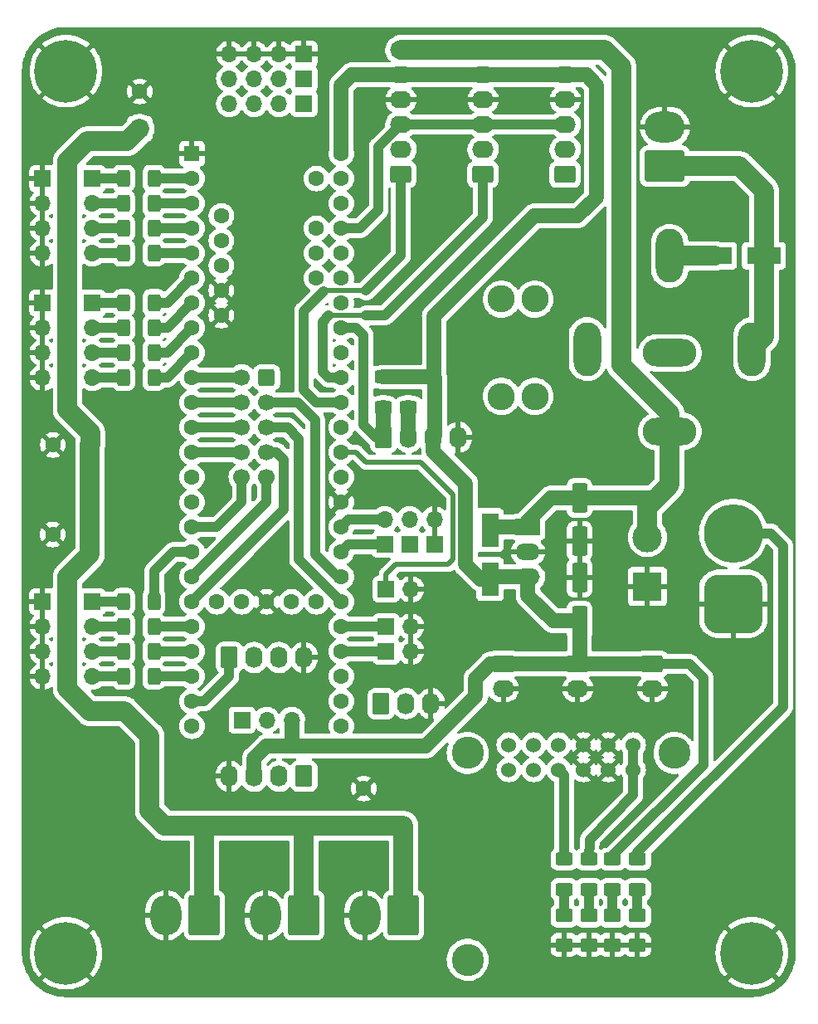
<source format=gbr>
%TF.GenerationSoftware,KiCad,Pcbnew,(6.0.0)*%
%TF.CreationDate,2022-01-02T01:39:18+01:00*%
%TF.ProjectId,mainBoard004,6d61696e-426f-4617-9264-3030342e6b69,rev?*%
%TF.SameCoordinates,Original*%
%TF.FileFunction,Copper,L1,Top*%
%TF.FilePolarity,Positive*%
%FSLAX46Y46*%
G04 Gerber Fmt 4.6, Leading zero omitted, Abs format (unit mm)*
G04 Created by KiCad (PCBNEW (6.0.0)) date 2022-01-02 01:39:18*
%MOMM*%
%LPD*%
G01*
G04 APERTURE LIST*
G04 Aperture macros list*
%AMRoundRect*
0 Rectangle with rounded corners*
0 $1 Rounding radius*
0 $2 $3 $4 $5 $6 $7 $8 $9 X,Y pos of 4 corners*
0 Add a 4 corners polygon primitive as box body*
4,1,4,$2,$3,$4,$5,$6,$7,$8,$9,$2,$3,0*
0 Add four circle primitives for the rounded corners*
1,1,$1+$1,$2,$3*
1,1,$1+$1,$4,$5*
1,1,$1+$1,$6,$7*
1,1,$1+$1,$8,$9*
0 Add four rect primitives between the rounded corners*
20,1,$1+$1,$2,$3,$4,$5,0*
20,1,$1+$1,$4,$5,$6,$7,0*
20,1,$1+$1,$6,$7,$8,$9,0*
20,1,$1+$1,$8,$9,$2,$3,0*%
G04 Aperture macros list end*
%TA.AperFunction,ComponentPad*%
%ADD10RoundRect,1.400000X0.000000X1.350000X0.000000X-1.350000X0.000000X-1.350000X0.000000X1.350000X0*%
%TD*%
%TA.AperFunction,ComponentPad*%
%ADD11RoundRect,1.400000X-1.350000X0.000000X-1.350000X0.000000X1.350000X0.000000X1.350000X0.000000X0*%
%TD*%
%TA.AperFunction,ComponentPad*%
%ADD12RoundRect,0.250000X1.330000X1.800000X-1.330000X1.800000X-1.330000X-1.800000X1.330000X-1.800000X0*%
%TD*%
%TA.AperFunction,ComponentPad*%
%ADD13O,3.160000X4.100000*%
%TD*%
%TA.AperFunction,ComponentPad*%
%ADD14RoundRect,0.250000X0.620000X0.845000X-0.620000X0.845000X-0.620000X-0.845000X0.620000X-0.845000X0*%
%TD*%
%TA.AperFunction,ComponentPad*%
%ADD15O,1.740000X2.190000*%
%TD*%
%TA.AperFunction,ComponentPad*%
%ADD16O,1.700000X1.700000*%
%TD*%
%TA.AperFunction,ComponentPad*%
%ADD17R,1.700000X1.700000*%
%TD*%
%TA.AperFunction,ComponentPad*%
%ADD18R,1.600000X1.600000*%
%TD*%
%TA.AperFunction,ComponentPad*%
%ADD19C,1.600000*%
%TD*%
%TA.AperFunction,SMDPad,CuDef*%
%ADD20RoundRect,0.250000X0.550000X-1.250000X0.550000X1.250000X-0.550000X1.250000X-0.550000X-1.250000X0*%
%TD*%
%TA.AperFunction,SMDPad,CuDef*%
%ADD21R,3.500000X1.800000*%
%TD*%
%TA.AperFunction,SMDPad,CuDef*%
%ADD22RoundRect,0.250000X0.625000X-0.400000X0.625000X0.400000X-0.625000X0.400000X-0.625000X-0.400000X0*%
%TD*%
%TA.AperFunction,SMDPad,CuDef*%
%ADD23RoundRect,0.250000X0.400000X0.625000X-0.400000X0.625000X-0.400000X-0.625000X0.400000X-0.625000X0*%
%TD*%
%TA.AperFunction,ComponentPad*%
%ADD24C,0.800000*%
%TD*%
%TA.AperFunction,ComponentPad*%
%ADD25C,6.400000*%
%TD*%
%TA.AperFunction,SMDPad,CuDef*%
%ADD26RoundRect,0.250001X0.624999X-0.462499X0.624999X0.462499X-0.624999X0.462499X-0.624999X-0.462499X0*%
%TD*%
%TA.AperFunction,SMDPad,CuDef*%
%ADD27RoundRect,0.250000X-0.550000X1.250000X-0.550000X-1.250000X0.550000X-1.250000X0.550000X1.250000X0*%
%TD*%
%TA.AperFunction,SMDPad,CuDef*%
%ADD28R,1.800000X3.500000*%
%TD*%
%TA.AperFunction,ComponentPad*%
%ADD29RoundRect,0.250000X0.845000X-0.620000X0.845000X0.620000X-0.845000X0.620000X-0.845000X-0.620000X0*%
%TD*%
%TA.AperFunction,ComponentPad*%
%ADD30O,2.190000X1.740000*%
%TD*%
%TA.AperFunction,ComponentPad*%
%ADD31RoundRect,0.250000X0.600000X0.600000X-0.600000X0.600000X-0.600000X-0.600000X0.600000X-0.600000X0*%
%TD*%
%TA.AperFunction,ComponentPad*%
%ADD32C,1.700000*%
%TD*%
%TA.AperFunction,ComponentPad*%
%ADD33RoundRect,0.250000X-0.620000X-0.845000X0.620000X-0.845000X0.620000X0.845000X-0.620000X0.845000X0*%
%TD*%
%TA.AperFunction,ComponentPad*%
%ADD34R,2.500000X1.700000*%
%TD*%
%TA.AperFunction,ComponentPad*%
%ADD35O,2.500000X1.700000*%
%TD*%
%TA.AperFunction,ComponentPad*%
%ADD36R,3.000000X3.000000*%
%TD*%
%TA.AperFunction,ComponentPad*%
%ADD37C,3.000000*%
%TD*%
%TA.AperFunction,ComponentPad*%
%ADD38RoundRect,0.250000X-0.845000X0.620000X-0.845000X-0.620000X0.845000X-0.620000X0.845000X0.620000X0*%
%TD*%
%TA.AperFunction,ComponentPad*%
%ADD39C,6.000000*%
%TD*%
%TA.AperFunction,ComponentPad*%
%ADD40RoundRect,1.500000X1.500000X-1.500000X1.500000X1.500000X-1.500000X1.500000X-1.500000X-1.500000X0*%
%TD*%
%TA.AperFunction,ComponentPad*%
%ADD41C,2.780000*%
%TD*%
%TA.AperFunction,ComponentPad*%
%ADD42C,1.530000*%
%TD*%
%TA.AperFunction,ComponentPad*%
%ADD43C,3.270000*%
%TD*%
%TA.AperFunction,ComponentPad*%
%ADD44RoundRect,0.250000X1.800000X-1.330000X1.800000X1.330000X-1.800000X1.330000X-1.800000X-1.330000X0*%
%TD*%
%TA.AperFunction,ComponentPad*%
%ADD45O,4.100000X3.160000*%
%TD*%
%TA.AperFunction,ViaPad*%
%ADD46C,0.800000*%
%TD*%
%TA.AperFunction,Conductor*%
%ADD47C,0.500000*%
%TD*%
%TA.AperFunction,Conductor*%
%ADD48C,1.000000*%
%TD*%
%TA.AperFunction,Conductor*%
%ADD49C,1.500000*%
%TD*%
%TA.AperFunction,Conductor*%
%ADD50C,2.000000*%
%TD*%
%TA.AperFunction,Conductor*%
%ADD51C,0.250000*%
%TD*%
G04 APERTURE END LIST*
D10*
%TO.P,K1,30,30*%
%TO.N,Net-(D4-Pad1)*%
X151620000Y-68859000D03*
%TO.P,K1,85,85*%
X143220000Y-78359000D03*
%TO.P,K1,86,86*%
%TO.N,Net-(D4-Pad2)*%
X160020000Y-78359000D03*
D11*
%TO.P,K1,87,87*%
%TO.N,+24V*%
X151620000Y-86759000D03*
%TO.P,K1,87a,87a*%
%TO.N,unconnected-(K1-Pad87a)*%
X151620000Y-78759000D03*
%TD*%
D12*
%TO.P,J26,1,Pin_1*%
%TO.N,+5VP*%
X124460000Y-136144000D03*
D13*
%TO.P,J26,2,Pin_2*%
%TO.N,GND*%
X120500000Y-136144000D03*
%TD*%
D12*
%TO.P,J27,1,Pin_1*%
%TO.N,+5VP*%
X114300000Y-136144000D03*
D13*
%TO.P,J27,2,Pin_2*%
%TO.N,GND*%
X110340000Y-136144000D03*
%TD*%
D14*
%TO.P,J25,1,Pin_1*%
%TO.N,RX6*%
X114300000Y-121940000D03*
D15*
%TO.P,J25,2,Pin_2*%
%TO.N,TX6*%
X111760000Y-121940000D03*
%TO.P,J25,3,Pin_3*%
%TO.N,+5V*%
X109220000Y-121940000D03*
%TO.P,J25,4,Pin_4*%
%TO.N,GND*%
X106680000Y-121940000D03*
%TD*%
D16*
%TO.P,J8,2,Pin_2*%
%TO.N,GND*%
X125222000Y-102870000D03*
D17*
%TO.P,J8,1,Pin_1*%
%TO.N,Robot*%
X122682000Y-102870000D03*
%TD*%
D18*
%TO.P,C6,1*%
%TO.N,+5VP*%
X92456000Y-97282000D03*
D19*
%TO.P,C6,2*%
%TO.N,GND*%
X88656000Y-97282000D03*
%TD*%
D18*
%TO.P,C4,1*%
%TO.N,+5VP*%
X92480651Y-88138000D03*
D19*
%TO.P,C4,2*%
%TO.N,GND*%
X88680651Y-88138000D03*
%TD*%
D20*
%TO.P,C2,1*%
%TO.N,+5V*%
X142415500Y-106086000D03*
%TO.P,C2,2*%
%TO.N,GND*%
X142415500Y-101686000D03*
%TD*%
D21*
%TO.P,D4,1,K*%
%TO.N,Net-(D4-Pad1)*%
X156222133Y-68863407D03*
%TO.P,D4,2,A*%
%TO.N,Net-(D4-Pad2)*%
X161222133Y-68863407D03*
%TD*%
D22*
%TO.P,R4,1*%
%TO.N,Net-(D6-Pad2)*%
X143383000Y-133503000D03*
%TO.P,R4,2*%
%TO.N,+5VP*%
X143383000Y-130403000D03*
%TD*%
%TO.P,R2,1*%
%TO.N,Net-(D3-Pad2)*%
X145796000Y-133503000D03*
%TO.P,R2,2*%
%TO.N,+5V*%
X145796000Y-130403000D03*
%TD*%
%TO.P,R3,1*%
%TO.N,Net-(D5-Pad2)*%
X148336000Y-133503000D03*
%TO.P,R3,2*%
%TO.N,+BATT*%
X148336000Y-130403000D03*
%TD*%
D23*
%TO.P,R8,1*%
%TO.N,Net-(R8-Pad1)*%
X98985000Y-111735000D03*
%TO.P,R8,2*%
%TO.N,Net-(J9-Pad4)*%
X95885000Y-111735000D03*
%TD*%
%TO.P,R11,1*%
%TO.N,Net-(R11-Pad1)*%
X98985000Y-66025000D03*
%TO.P,R11,2*%
%TO.N,Net-(J10-Pad3)*%
X95885000Y-66025000D03*
%TD*%
D18*
%TO.P,C3,1*%
%TO.N,+5VP*%
X120396000Y-127000000D03*
D19*
%TO.P,C3,2*%
%TO.N,GND*%
X120396000Y-123200000D03*
%TD*%
D23*
%TO.P,R15,1*%
%TO.N,Net-(R15-Pad1)*%
X98985000Y-78715000D03*
%TO.P,R15,2*%
%TO.N,Net-(J11-Pad3)*%
X95885000Y-78715000D03*
%TD*%
D22*
%TO.P,R22,1*%
%TO.N,SDA*%
X124968000Y-84328000D03*
%TO.P,R22,2*%
%TO.N,+5V*%
X124968000Y-81228000D03*
%TD*%
D24*
%TO.P,H4,1,1*%
%TO.N,GND*%
X87600000Y-140000000D03*
X90000000Y-142400000D03*
X91697056Y-141697056D03*
D25*
X90000000Y-140000000D03*
D24*
X90000000Y-137600000D03*
X88302944Y-138302944D03*
X88302944Y-141697056D03*
X91697056Y-138302944D03*
X92400000Y-140000000D03*
%TD*%
D23*
%TO.P,R7,1*%
%TO.N,Net-(R7-Pad1)*%
X98985000Y-109195000D03*
%TO.P,R7,2*%
%TO.N,Net-(J9-Pad3)*%
X95885000Y-109195000D03*
%TD*%
%TO.P,R6,1*%
%TO.N,Net-(R6-Pad1)*%
X98985000Y-106655000D03*
%TO.P,R6,2*%
%TO.N,Net-(J9-Pad2)*%
X95885000Y-106655000D03*
%TD*%
D18*
%TO.P,C5,1*%
%TO.N,+5VP*%
X97536000Y-55880000D03*
D19*
%TO.P,C5,2*%
%TO.N,GND*%
X97536000Y-52080000D03*
%TD*%
D23*
%TO.P,R13,1*%
%TO.N,Net-(R13-Pad1)*%
X98985000Y-73635000D03*
%TO.P,R13,2*%
%TO.N,Net-(J11-Pad1)*%
X95885000Y-73635000D03*
%TD*%
D24*
%TO.P,H3,1,1*%
%TO.N,GND*%
X160000000Y-137600000D03*
X158302944Y-141697056D03*
X160000000Y-142400000D03*
X157600000Y-140000000D03*
X161697056Y-141697056D03*
X158302944Y-138302944D03*
D25*
X160000000Y-140000000D03*
D24*
X162400000Y-140000000D03*
X161697056Y-138302944D03*
%TD*%
D26*
%TO.P,D3,1,K*%
%TO.N,GND*%
X145796000Y-139155500D03*
%TO.P,D3,2,A*%
%TO.N,Net-(D3-Pad2)*%
X145796000Y-136180500D03*
%TD*%
%TO.P,D5,1,K*%
%TO.N,GND*%
X148336000Y-139155500D03*
%TO.P,D5,2,A*%
%TO.N,Net-(D5-Pad2)*%
X148336000Y-136180500D03*
%TD*%
D27*
%TO.P,C1,1*%
%TO.N,+24V*%
X142415500Y-93558000D03*
%TO.P,C1,2*%
%TO.N,GND*%
X142415500Y-97958000D03*
%TD*%
D22*
%TO.P,R21,1*%
%TO.N,SCL*%
X122428000Y-84328000D03*
%TO.P,R21,2*%
%TO.N,+5V*%
X122428000Y-81228000D03*
%TD*%
D23*
%TO.P,R9,1*%
%TO.N,Net-(R9-Pad1)*%
X98985000Y-60945000D03*
%TO.P,R9,2*%
%TO.N,Net-(J10-Pad1)*%
X95885000Y-60945000D03*
%TD*%
D28*
%TO.P,D2,1,K*%
%TO.N,+24V*%
X133271500Y-96814000D03*
%TO.P,D2,2,A*%
%TO.N,+5V*%
X133271500Y-101814000D03*
%TD*%
D26*
%TO.P,D1,1,K*%
%TO.N,GND*%
X140843000Y-139155500D03*
%TO.P,D1,2,A*%
%TO.N,Net-(D1-Pad2)*%
X140843000Y-136180500D03*
%TD*%
D24*
%TO.P,H2,1,1*%
%TO.N,GND*%
X157600000Y-50000000D03*
D25*
X160000000Y-50000000D03*
D24*
X162400000Y-50000000D03*
X158302944Y-51697056D03*
X161697056Y-48302944D03*
X160000000Y-47600000D03*
X161697056Y-51697056D03*
X160000000Y-52400000D03*
X158302944Y-48302944D03*
%TD*%
D18*
%TO.P,U1,1,GND*%
%TO.N,GND*%
X102870000Y-58420000D03*
D19*
%TO.P,U1,2,0_RX1_MOSI1_Touch*%
%TO.N,Net-(R9-Pad1)*%
X102870000Y-60960000D03*
%TO.P,U1,3,1_TX1_MISO1_Touch*%
%TO.N,Net-(R10-Pad1)*%
X102870000Y-63500000D03*
%TO.P,U1,4,2_PWM*%
%TO.N,Net-(R11-Pad1)*%
X102870000Y-66040000D03*
%TO.P,U1,5,3_PWM_CAN0TX_SCL2*%
%TO.N,Net-(R12-Pad1)*%
X102870000Y-68580000D03*
%TO.P,U1,6,4_PWM_CAN0RX_SDA2*%
%TO.N,Net-(R13-Pad1)*%
X102870000Y-71120000D03*
%TO.P,U1,7,5_PWM_TX1_MISO1*%
%TO.N,Net-(R14-Pad1)*%
X102870000Y-73660000D03*
%TO.P,U1,8,6_PWM*%
%TO.N,Net-(R15-Pad1)*%
X102870000Y-76200000D03*
%TO.P,U1,9,7_RX3_MOSI0_SCL0*%
%TO.N,Net-(R16-Pad1)*%
X102870000Y-78740000D03*
%TO.P,U1,10,8_TX3_MISO0_SDA0*%
%TO.N,RESET*%
X102870000Y-81280000D03*
%TO.P,U1,11,9_PWM_RX2_CS0*%
%TO.N,DC*%
X102870000Y-83820000D03*
%TO.P,U1,12,10_PWM_TX2_CS0*%
%TO.N,CS*%
X102870000Y-86360000D03*
%TO.P,U1,13,11_MOSI0*%
%TO.N,MOSI*%
X102870000Y-88900000D03*
%TO.P,U1,14,12_MISO0*%
%TO.N,MISO*%
X102870000Y-91440000D03*
%TO.P,U1,15,3.3V*%
%TO.N,+3V3*%
X102870000Y-93980000D03*
%TO.P,U1,16,24*%
%TO.N,IHM_OUT*%
X102870000Y-96520000D03*
%TO.P,U1,17,25*%
%TO.N,Net-(R5-Pad1)*%
X102870000Y-99060000D03*
%TO.P,U1,18,26_TX1_SCL2*%
%TO.N,TX1*%
X102870000Y-101600000D03*
%TO.P,U1,19,27_RX1_SCK0*%
%TO.N,RX1*%
X102870000Y-104140000D03*
%TO.P,U1,20,28_MOSI0*%
%TO.N,Net-(R6-Pad1)*%
X102870000Y-106680000D03*
%TO.P,U1,21,29_PWM_CAN0TX_Touch*%
%TO.N,Net-(R7-Pad1)*%
X102870000Y-109220000D03*
%TO.P,U1,22,30_PWM_CAN0RX_Touch*%
%TO.N,Net-(R8-Pad1)*%
X102870000Y-111760000D03*
%TO.P,U1,23,31_A12_RX4_CS1*%
%TO.N,RX4*%
X102870000Y-114300000D03*
%TO.P,U1,24,32_A13_TX4_SCK1*%
%TO.N,TX4*%
X102870000Y-116840000D03*
%TO.P,U1,25,VBat*%
%TO.N,unconnected-(U1-Pad25)*%
X105410000Y-104140000D03*
%TO.P,U1,26,3.3V*%
%TO.N,+3V3*%
X107950000Y-104140000D03*
%TO.P,U1,27,GND*%
%TO.N,GND*%
X110490000Y-104140000D03*
%TO.P,U1,28,Program*%
%TO.N,unconnected-(U1-Pad28)*%
X113030000Y-104140000D03*
%TO.P,U1,29,Reset*%
%TO.N,unconnected-(U1-Pad29)*%
X115570000Y-104140000D03*
%TO.P,U1,30,33_A14_TX5_CAN1TX_SCL0*%
%TO.N,TX6*%
X118110000Y-116840000D03*
%TO.P,U1,31,34_A15_RX5_CAN1RX_SDA0*%
%TO.N,RX6*%
X118110000Y-114300000D03*
%TO.P,U1,32,35_A16_PWM*%
%TO.N,NEO_PIXEL*%
X118110000Y-111760000D03*
%TO.P,U1,33,36_A17_PWM*%
%TO.N,Init*%
X118110000Y-109220000D03*
%TO.P,U1,34,37_A18_PWM_SCL1*%
%TO.N,Tirette*%
X118110000Y-106680000D03*
%TO.P,U1,35,38_A19_PWM_SDA1*%
%TO.N,IHM_LOAD*%
X118110000Y-104140000D03*
%TO.P,U1,36,39_A20*%
%TO.N,IHM_CLK*%
X118110000Y-101600000D03*
%TO.P,U1,37,A21_DAC0*%
%TO.N,A21*%
X118110000Y-99060000D03*
%TO.P,U1,38,A22_DAC1*%
%TO.N,A22*%
X118110000Y-96520000D03*
%TO.P,U1,39,GND*%
%TO.N,GND*%
X118110000Y-93980000D03*
%TO.P,U1,40,13_SCK0_LED*%
%TO.N,SCK*%
X118110000Y-91440000D03*
%TO.P,U1,41,14_A0_PWM_SCK0*%
%TO.N,Robot*%
X118110000Y-88900000D03*
%TO.P,U1,42,15_A1_CS0_Touch*%
%TO.N,DIR_3*%
X118110000Y-86360000D03*
%TO.P,U1,43,16_A2_SCL0_Touch*%
%TO.N,DIR_2*%
X118110000Y-83820000D03*
%TO.P,U1,44,17_A3_SDA0_Touch*%
%TO.N,DIR_1*%
X118110000Y-81280000D03*
%TO.P,U1,45,18_A4_SDA0_Touch*%
%TO.N,SDA*%
X118110000Y-78740000D03*
%TO.P,U1,46,19_A5_SCL0_Touch*%
%TO.N,SCL*%
X118110000Y-76200000D03*
%TO.P,U1,47,20_A6_PWM_CS0_SCK1*%
%TO.N,STEP_3*%
X118110000Y-73660000D03*
%TO.P,U1,48,21_A7_PWM_CS0_MOSI1*%
%TO.N,STEP_2*%
X118110000Y-71120000D03*
%TO.P,U1,49,22_A8_PWM_Touch*%
%TO.N,STEP_1*%
X118110000Y-68580000D03*
%TO.P,U1,50,23_A9_PWM_Touch*%
%TO.N,EN*%
X118110000Y-66040000D03*
%TO.P,U1,51,3.3V*%
%TO.N,+3V3*%
X118110000Y-63500000D03*
%TO.P,U1,52,AGND*%
%TO.N,unconnected-(U1-Pad52)*%
X118110000Y-60960000D03*
%TO.P,U1,53,Vin*%
%TO.N,+5V*%
X118110000Y-58420000D03*
%TO.P,U1,54,VUSB*%
%TO.N,unconnected-(U1-Pad54)*%
X115570000Y-60960000D03*
%TO.P,U1,55,AREF*%
%TO.N,unconnected-(U1-Pad55)*%
X115570000Y-66040000D03*
%TO.P,U1,56,A10*%
%TO.N,A10*%
X115570000Y-68580000D03*
%TO.P,U1,57,A11*%
%TO.N,A11*%
X115570000Y-71120000D03*
%TO.P,U1,58,not_used*%
%TO.N,unconnected-(U1-Pad58)*%
X105870000Y-64770000D03*
%TO.P,U1,59,A26_D-*%
%TO.N,A26*%
X105870000Y-67310000D03*
%TO.P,U1,60,A25_D+*%
%TO.N,A25*%
X105870000Y-69850000D03*
%TO.P,U1,61,GND*%
%TO.N,GND*%
X105870000Y-72390000D03*
%TO.P,U1,62,GND*%
X105870000Y-74930000D03*
%TD*%
D23*
%TO.P,R12,1*%
%TO.N,Net-(R12-Pad1)*%
X98985000Y-68565000D03*
%TO.P,R12,2*%
%TO.N,Net-(J10-Pad4)*%
X95885000Y-68565000D03*
%TD*%
%TO.P,R10,1*%
%TO.N,Net-(R10-Pad1)*%
X98985000Y-63485000D03*
%TO.P,R10,2*%
%TO.N,Net-(J10-Pad2)*%
X95885000Y-63485000D03*
%TD*%
D24*
%TO.P,H1,1,1*%
%TO.N,GND*%
X87600000Y-50000000D03*
X90000000Y-47600000D03*
X91697056Y-48302944D03*
X88302944Y-48302944D03*
X91697056Y-51697056D03*
D25*
X90000000Y-50000000D03*
D24*
X88302944Y-51697056D03*
X92400000Y-50000000D03*
X90000000Y-52400000D03*
%TD*%
D22*
%TO.P,R1,2*%
%TO.N,+24V*%
X140843000Y-130403000D03*
%TO.P,R1,1*%
%TO.N,Net-(D1-Pad2)*%
X140843000Y-133503000D03*
%TD*%
D23*
%TO.P,R16,1*%
%TO.N,Net-(R16-Pad1)*%
X98985000Y-81255000D03*
%TO.P,R16,2*%
%TO.N,Net-(J11-Pad4)*%
X95885000Y-81255000D03*
%TD*%
%TO.P,R5,1*%
%TO.N,Net-(R5-Pad1)*%
X98985000Y-104115000D03*
%TO.P,R5,2*%
%TO.N,Net-(J9-Pad1)*%
X95885000Y-104115000D03*
%TD*%
D26*
%TO.P,D6,1,K*%
%TO.N,GND*%
X143383000Y-139155500D03*
%TO.P,D6,2,A*%
%TO.N,Net-(D6-Pad2)*%
X143383000Y-136180500D03*
%TD*%
D23*
%TO.P,R14,1*%
%TO.N,Net-(R14-Pad1)*%
X98985000Y-76175000D03*
%TO.P,R14,2*%
%TO.N,Net-(J11-Pad2)*%
X95885000Y-76175000D03*
%TD*%
D29*
%TO.P,J5,1,Pin_1*%
%TO.N,DIR_1*%
X132570000Y-60540000D03*
D30*
%TO.P,J5,2,Pin_2*%
%TO.N,STEP_2*%
X132570000Y-58000000D03*
%TO.P,J5,3,Pin_3*%
%TO.N,EN*%
X132570000Y-55460000D03*
%TO.P,J5,4,Pin_4*%
%TO.N,GND*%
X132570000Y-52920000D03*
%TO.P,J5,5,Pin_5*%
%TO.N,+5V*%
X132570000Y-50380000D03*
%TO.P,J5,6,Pin_6*%
%TO.N,+24V*%
X132570000Y-47840000D03*
%TD*%
D17*
%TO.P,J2,1,Pin_1*%
%TO.N,+3V3*%
X125095000Y-98298000D03*
D16*
%TO.P,J2,2,Pin_2*%
X125095000Y-95758000D03*
%TD*%
D17*
%TO.P,J18,1,Pin_1*%
%TO.N,GND*%
X87630000Y-104140000D03*
D16*
%TO.P,J18,2,Pin_2*%
X87630000Y-106680000D03*
%TO.P,J18,3,Pin_3*%
X87630000Y-109220000D03*
%TO.P,J18,4,Pin_4*%
X87630000Y-111760000D03*
%TD*%
D31*
%TO.P,J24,1,Pin_1*%
%TO.N,SCK*%
X110490000Y-81280000D03*
D32*
%TO.P,J24,2,Pin_2*%
%TO.N,RESET*%
X107950000Y-81280000D03*
%TO.P,J24,3,Pin_3*%
%TO.N,IHM_CLK*%
X110490000Y-83820000D03*
%TO.P,J24,4,Pin_4*%
%TO.N,DC*%
X107950000Y-83820000D03*
%TO.P,J24,5,Pin_5*%
%TO.N,IHM_LOAD*%
X110490000Y-86360000D03*
%TO.P,J24,6,Pin_6*%
%TO.N,CS*%
X107950000Y-86360000D03*
%TO.P,J24,7,Pin_7*%
%TO.N,RX1*%
X110490000Y-88900000D03*
%TO.P,J24,8,Pin_8*%
%TO.N,MOSI*%
X107950000Y-88900000D03*
%TO.P,J24,9,Pin_9*%
%TO.N,TX1*%
X110490000Y-91440000D03*
%TO.P,J24,10,Pin_10*%
%TO.N,IHM_OUT*%
X107950000Y-91440000D03*
%TD*%
D17*
%TO.P,J32,1,Pin_1*%
%TO.N,Tirette*%
X122682000Y-106680000D03*
D16*
%TO.P,J32,2,Pin_2*%
%TO.N,GND*%
X125222000Y-106680000D03*
%TD*%
D33*
%TO.P,J30,1,Pin_1*%
%TO.N,NEO_PIXEL*%
X122174000Y-114534000D03*
D15*
%TO.P,J30,2,Pin_2*%
%TO.N,+5VP*%
X124714000Y-114534000D03*
%TO.P,J30,3,Pin_3*%
%TO.N,GND*%
X127254000Y-114534000D03*
%TD*%
D33*
%TO.P,J22,1,Pin_1*%
%TO.N,SCL*%
X122428000Y-87356000D03*
D15*
%TO.P,J22,2,Pin_2*%
%TO.N,SDA*%
X124968000Y-87356000D03*
%TO.P,J22,3,Pin_3*%
%TO.N,+5V*%
X127508000Y-87356000D03*
%TO.P,J22,4,Pin_4*%
%TO.N,GND*%
X130048000Y-87356000D03*
%TD*%
D34*
%TO.P,U4,1,IN*%
%TO.N,+24V*%
X137160000Y-96520000D03*
D35*
%TO.P,U4,2,GND*%
%TO.N,GND*%
X137160000Y-99060000D03*
%TO.P,U4,3,OUT*%
%TO.N,+5V*%
X137160000Y-101600000D03*
%TD*%
D33*
%TO.P,J12,1,Pin_1*%
%TO.N,RX4*%
X106680000Y-109835000D03*
D15*
%TO.P,J12,2,Pin_2*%
%TO.N,TX4*%
X109220000Y-109835000D03*
%TO.P,J12,3,Pin_3*%
%TO.N,Net-(J12-Pad3)*%
X111760000Y-109835000D03*
%TO.P,J12,4,Pin_4*%
%TO.N,GND*%
X114300000Y-109835000D03*
%TD*%
D17*
%TO.P,J36,1,Pin_1*%
%TO.N,A21*%
X122555000Y-98298000D03*
D16*
%TO.P,J36,2,Pin_2*%
%TO.N,A22*%
X122555000Y-95758000D03*
%TD*%
D17*
%TO.P,J34,1,Pin_1*%
%TO.N,GND*%
X114300000Y-48260000D03*
D16*
%TO.P,J34,2,Pin_2*%
X111760000Y-48260000D03*
%TO.P,J34,3,Pin_3*%
X109220000Y-48260000D03*
%TO.P,J34,4,Pin_4*%
X106680000Y-48260000D03*
%TD*%
D17*
%TO.P,J9,1,Pin_1*%
%TO.N,Net-(J9-Pad1)*%
X92710000Y-104140000D03*
D16*
%TO.P,J9,2,Pin_2*%
%TO.N,Net-(J9-Pad2)*%
X92710000Y-106680000D03*
%TO.P,J9,3,Pin_3*%
%TO.N,Net-(J9-Pad3)*%
X92710000Y-109220000D03*
%TO.P,J9,4,Pin_4*%
%TO.N,Net-(J9-Pad4)*%
X92710000Y-111760000D03*
%TD*%
D36*
%TO.P,J7,1,Pin_1*%
%TO.N,GND*%
X149352000Y-102576000D03*
D37*
%TO.P,J7,2,Pin_2*%
%TO.N,+24V*%
X149352000Y-97576000D03*
%TD*%
D17*
%TO.P,J15,1,Pin_1*%
%TO.N,+5VP*%
X90170000Y-73660000D03*
D16*
%TO.P,J15,2,Pin_2*%
X90170000Y-76200000D03*
%TO.P,J15,3,Pin_3*%
X90170000Y-78740000D03*
%TO.P,J15,4,Pin_4*%
X90170000Y-81280000D03*
%TD*%
D12*
%TO.P,J20,1,Pin_1*%
%TO.N,+5VP*%
X104140000Y-136144000D03*
D13*
%TO.P,J20,2,Pin_2*%
%TO.N,GND*%
X100180000Y-136144000D03*
%TD*%
D17*
%TO.P,J33,1,Pin_1*%
%TO.N,+3V3*%
X114300000Y-50800000D03*
D16*
%TO.P,J33,2,Pin_2*%
X111760000Y-50800000D03*
%TO.P,J33,3,Pin_3*%
X109220000Y-50800000D03*
%TO.P,J33,4,Pin_4*%
X106680000Y-50800000D03*
%TD*%
D17*
%TO.P,J16,1,Pin_1*%
%TO.N,+5VP*%
X107965000Y-116205000D03*
D16*
%TO.P,J16,2,Pin_2*%
%TO.N,Net-(J12-Pad3)*%
X110505000Y-116205000D03*
%TO.P,J16,3,Pin_3*%
%TO.N,+5V*%
X113045000Y-116205000D03*
%TD*%
D38*
%TO.P,J29,1,Pin_1*%
%TO.N,+5V*%
X134640000Y-110490000D03*
D30*
%TO.P,J29,2,Pin_2*%
%TO.N,GND*%
X134640000Y-113030000D03*
%TD*%
D39*
%TO.P,J1,2,Pin_2*%
%TO.N,+BATT*%
X158115000Y-97155000D03*
D40*
%TO.P,J1,1,Pin_1*%
%TO.N,GND*%
X158115000Y-104355000D03*
%TD*%
D38*
%TO.P,J28,1,Pin_1*%
%TO.N,+5V*%
X149860000Y-110490000D03*
D30*
%TO.P,J28,2,Pin_2*%
%TO.N,GND*%
X149860000Y-113030000D03*
%TD*%
D17*
%TO.P,J10,1,Pin_1*%
%TO.N,Net-(J10-Pad1)*%
X92710000Y-60970000D03*
D16*
%TO.P,J10,2,Pin_2*%
%TO.N,Net-(J10-Pad2)*%
X92710000Y-63510000D03*
%TO.P,J10,3,Pin_3*%
%TO.N,Net-(J10-Pad3)*%
X92710000Y-66050000D03*
%TO.P,J10,4,Pin_4*%
%TO.N,Net-(J10-Pad4)*%
X92710000Y-68590000D03*
%TD*%
%TO.P,J19,4,Pin_4*%
%TO.N,GND*%
X87630000Y-81280000D03*
%TO.P,J19,3,Pin_3*%
X87630000Y-78740000D03*
%TO.P,J19,2,Pin_2*%
X87630000Y-76200000D03*
D17*
%TO.P,J19,1,Pin_1*%
X87630000Y-73660000D03*
%TD*%
D29*
%TO.P,J3,1,Pin_1*%
%TO.N,DIR_2*%
X124190000Y-60540000D03*
D30*
%TO.P,J3,2,Pin_2*%
%TO.N,STEP_1*%
X124190000Y-58000000D03*
%TO.P,J3,3,Pin_3*%
%TO.N,EN*%
X124190000Y-55460000D03*
%TO.P,J3,4,Pin_4*%
%TO.N,GND*%
X124190000Y-52920000D03*
%TO.P,J3,5,Pin_5*%
%TO.N,+5V*%
X124190000Y-50380000D03*
%TO.P,J3,6,Pin_6*%
%TO.N,+24V*%
X124190000Y-47840000D03*
%TD*%
D41*
%TO.P,F2,1*%
%TO.N,+BATT*%
X134444000Y-83192000D03*
X137844000Y-83192000D03*
%TO.P,F2,2*%
%TO.N,Net-(D4-Pad1)*%
X134444000Y-73272000D03*
X137844000Y-73272000D03*
%TD*%
D42*
%TO.P,PS1,1,VOUT_1*%
%TO.N,+5VP*%
X147905000Y-118745000D03*
%TO.P,PS1,2,VOUT_2*%
X147905000Y-121285000D03*
%TO.P,PS1,3,GND_1*%
%TO.N,GND*%
X145365000Y-118745000D03*
%TO.P,PS1,4,GND_2*%
X145365000Y-121285000D03*
%TO.P,PS1,5,GND_3*%
X142825000Y-118745000D03*
%TO.P,PS1,6,GND_4*%
X142825000Y-121285000D03*
%TO.P,PS1,7,VIN_1*%
%TO.N,+24V*%
X140285000Y-118745000D03*
%TO.P,PS1,8,VIN_2*%
X140285000Y-121285000D03*
%TO.P,PS1,9,VRP_1*%
%TO.N,unconnected-(PS1-Pad9)*%
X137745000Y-118745000D03*
%TO.P,PS1,10,VRP_2*%
%TO.N,unconnected-(PS1-Pad10)*%
X137745000Y-121285000D03*
%TO.P,PS1,11,EN*%
%TO.N,En5VP*%
X135205000Y-118745000D03*
%TO.P,PS1,12,PG*%
%TO.N,unconnected-(PS1-Pad12)*%
X135205000Y-121285000D03*
D43*
%TO.P,PS1,MH1,MH1*%
%TO.N,unconnected-(PS1-PadMH1)*%
X152105000Y-119575000D03*
%TO.P,PS1,MH2,MH2*%
%TO.N,unconnected-(PS1-PadMH2)*%
X131005000Y-119575000D03*
%TO.P,PS1,MH3,MH3*%
%TO.N,unconnected-(PS1-PadMH3)*%
X131005000Y-140675000D03*
%TD*%
D29*
%TO.P,J6,1,Pin_1*%
%TO.N,DIR_3*%
X140950000Y-60540000D03*
D30*
%TO.P,J6,2,Pin_2*%
%TO.N,STEP_3*%
X140950000Y-58000000D03*
%TO.P,J6,3,Pin_3*%
%TO.N,EN*%
X140950000Y-55460000D03*
%TO.P,J6,4,Pin_4*%
%TO.N,GND*%
X140950000Y-52920000D03*
%TO.P,J6,5,Pin_5*%
%TO.N,+5V*%
X140950000Y-50380000D03*
%TO.P,J6,6,Pin_6*%
%TO.N,+24V*%
X140950000Y-47840000D03*
%TD*%
D38*
%TO.P,J23,1,Pin_1*%
%TO.N,+5V*%
X142240000Y-110490000D03*
D30*
%TO.P,J23,2,Pin_2*%
%TO.N,GND*%
X142240000Y-113030000D03*
%TD*%
D17*
%TO.P,J4,1,Pin_1*%
%TO.N,Init*%
X122682000Y-109220000D03*
D16*
%TO.P,J4,2,Pin_2*%
%TO.N,GND*%
X125222000Y-109220000D03*
%TD*%
D44*
%TO.P,J21,1,Pin_1*%
%TO.N,Net-(D4-Pad2)*%
X151130000Y-59690000D03*
D45*
%TO.P,J21,2,Pin_2*%
%TO.N,GND*%
X151130000Y-55730000D03*
%TD*%
D17*
%TO.P,J11,1,Pin_1*%
%TO.N,Net-(J11-Pad1)*%
X92710000Y-73660000D03*
D16*
%TO.P,J11,2,Pin_2*%
%TO.N,Net-(J11-Pad2)*%
X92710000Y-76200000D03*
%TO.P,J11,3,Pin_3*%
%TO.N,Net-(J11-Pad3)*%
X92710000Y-78740000D03*
%TO.P,J11,4,Pin_4*%
%TO.N,Net-(J11-Pad4)*%
X92710000Y-81280000D03*
%TD*%
D17*
%TO.P,J13,1,Pin_1*%
%TO.N,+5VP*%
X90170000Y-60970000D03*
D16*
%TO.P,J13,2,Pin_2*%
X90170000Y-63510000D03*
%TO.P,J13,3,Pin_3*%
X90170000Y-66050000D03*
%TO.P,J13,4,Pin_4*%
X90170000Y-68590000D03*
%TD*%
D17*
%TO.P,J35,1,Pin_1*%
%TO.N,A10*%
X114300000Y-53340000D03*
D16*
%TO.P,J35,2,Pin_2*%
%TO.N,A11*%
X111760000Y-53340000D03*
%TO.P,J35,3,Pin_3*%
%TO.N,A25*%
X109220000Y-53340000D03*
%TO.P,J35,4,Pin_4*%
%TO.N,A26*%
X106680000Y-53340000D03*
%TD*%
D17*
%TO.P,J17,1,Pin_1*%
%TO.N,GND*%
X87630000Y-60970000D03*
D16*
%TO.P,J17,2,Pin_2*%
X87630000Y-63510000D03*
%TO.P,J17,3,Pin_3*%
X87630000Y-66050000D03*
%TO.P,J17,4,Pin_4*%
X87630000Y-68590000D03*
%TD*%
D17*
%TO.P,J31,1,Pin_1*%
%TO.N,GND*%
X127635000Y-98298000D03*
D16*
%TO.P,J31,2,Pin_2*%
X127635000Y-95758000D03*
%TD*%
D17*
%TO.P,J14,1,Pin_1*%
%TO.N,+5VP*%
X90170000Y-104140000D03*
D16*
%TO.P,J14,2,Pin_2*%
X90170000Y-106680000D03*
%TO.P,J14,3,Pin_3*%
X90170000Y-109220000D03*
%TO.P,J14,4,Pin_4*%
X90170000Y-111760000D03*
%TD*%
D46*
%TO.N,GND*%
X152400000Y-105410000D03*
X153670000Y-107950000D03*
X152400000Y-107950000D03*
X151130000Y-107950000D03*
X153670000Y-106680000D03*
X152400000Y-106680000D03*
X151130000Y-106680000D03*
X115570000Y-114300000D03*
X105410000Y-91440000D03*
X111760000Y-97790000D03*
X111760000Y-106680000D03*
X110490000Y-106680000D03*
X109220000Y-106680000D03*
X97155000Y-137795000D03*
X95885000Y-137795000D03*
X94615000Y-137795000D03*
X94615000Y-136525000D03*
X95885000Y-136525000D03*
X97155000Y-136525000D03*
X97155000Y-135255000D03*
X95885000Y-135255000D03*
X94615000Y-135255000D03*
X133350000Y-136525000D03*
X132080000Y-136525000D03*
X130810000Y-136525000D03*
X130810000Y-135255000D03*
X132080000Y-135255000D03*
X133350000Y-135255000D03*
X133350000Y-133985000D03*
X132080000Y-133985000D03*
X130810000Y-133985000D03*
X110490000Y-73025000D03*
X111760000Y-71755000D03*
X109220000Y-71755000D03*
X110490000Y-71755000D03*
X110490000Y-70485000D03*
X137160000Y-79375000D03*
X135255000Y-79375000D03*
X137160000Y-77470000D03*
X135255000Y-77470000D03*
X99060000Y-49530000D03*
X101600000Y-49530000D03*
X100330000Y-49530000D03*
X100330000Y-48260000D03*
X101600000Y-48260000D03*
X99060000Y-48260000D03*
X99060000Y-46990000D03*
X101600000Y-46990000D03*
X100330000Y-46990000D03*
X96520000Y-92710000D03*
X97790000Y-92710000D03*
X99060000Y-92710000D03*
X99060000Y-91440000D03*
X96520000Y-91440000D03*
X97790000Y-91440000D03*
X99060000Y-90170000D03*
X99060000Y-90170000D03*
X97790000Y-90170000D03*
X96520000Y-90170000D03*
X104140000Y-124460000D03*
X102870000Y-124460000D03*
X101600000Y-124460000D03*
X101600000Y-123190000D03*
X102870000Y-123190000D03*
X104140000Y-123190000D03*
X104140000Y-121920000D03*
X102870000Y-121920000D03*
X101600000Y-121920000D03*
X160020000Y-86360000D03*
X158750000Y-86360000D03*
X157480000Y-86360000D03*
X157480000Y-85090000D03*
X158750000Y-85090000D03*
X160020000Y-85090000D03*
X160020000Y-83820000D03*
X158750000Y-83820000D03*
X157480000Y-83820000D03*
X152400000Y-50800000D03*
X151130000Y-50800000D03*
X149860000Y-50800000D03*
X149860000Y-49530000D03*
X151130000Y-49530000D03*
X152400000Y-49530000D03*
X152400000Y-48260000D03*
X151130000Y-48260000D03*
X149860000Y-48260000D03*
X161290000Y-129540000D03*
X160020000Y-129540000D03*
X158750000Y-129540000D03*
X158750000Y-128270000D03*
X160020000Y-128270000D03*
X161290000Y-128270000D03*
X161290000Y-127000000D03*
X160020000Y-127000000D03*
X158750000Y-127000000D03*
X159385000Y-111125000D03*
X159385000Y-113665000D03*
X129540000Y-105918000D03*
X158115000Y-111125000D03*
X130810000Y-105918000D03*
X156845000Y-113665000D03*
X158115000Y-113665000D03*
X134112000Y-90170000D03*
X156845000Y-112395000D03*
X135382000Y-90170000D03*
X130810000Y-104648000D03*
X129540000Y-107188000D03*
X137922000Y-90170000D03*
X158115000Y-112395000D03*
X129540000Y-104648000D03*
X156845000Y-111125000D03*
X130810000Y-107188000D03*
X136652000Y-90170000D03*
X159385000Y-112395000D03*
%TD*%
D47*
%TO.N,DIR_1*%
X116840000Y-74930000D02*
X120650000Y-74930000D01*
%TO.N,DIR_2*%
X120629511Y-72369511D02*
X120650000Y-72390000D01*
X116312815Y-72497815D02*
X116441119Y-72369511D01*
X116441119Y-72369511D02*
X120629511Y-72369511D01*
D48*
%TO.N,Net-(D5-Pad2)*%
X148336000Y-133503000D02*
X148336000Y-136180500D01*
%TO.N,Net-(D3-Pad2)*%
X145796000Y-133503000D02*
X145796000Y-136180500D01*
%TO.N,Net-(D6-Pad2)*%
X143383000Y-133503000D02*
X143383000Y-136180500D01*
%TO.N,Net-(D1-Pad2)*%
X140843000Y-133503000D02*
X140843000Y-136180500D01*
%TO.N,+BATT*%
X161925000Y-97155000D02*
X158115000Y-97155000D01*
X163195000Y-98425000D02*
X161925000Y-97155000D01*
X163195000Y-114871500D02*
X163195000Y-98425000D01*
X148336000Y-129730500D02*
X163195000Y-114871500D01*
X148336000Y-130403000D02*
X148336000Y-129730500D01*
%TO.N,+5V*%
X153670000Y-110490000D02*
X149860000Y-110490000D01*
X145796000Y-130048000D02*
X155067000Y-120777000D01*
X155067000Y-120777000D02*
X155067000Y-111887000D01*
X155067000Y-111887000D02*
X153670000Y-110490000D01*
X145796000Y-130403000D02*
X145796000Y-130048000D01*
%TO.N,+24V*%
X140843000Y-121843000D02*
X140285000Y-121285000D01*
X140843000Y-130403000D02*
X140843000Y-121843000D01*
%TO.N,+5VP*%
X143457745Y-128406313D02*
X147905000Y-123875000D01*
X147905000Y-123875000D02*
X147905000Y-121285000D01*
X143383000Y-130403000D02*
X143457745Y-128406313D01*
%TO.N,IHM_OUT*%
X105410000Y-96520000D02*
X107950000Y-93980000D01*
X107950000Y-93980000D02*
X107950000Y-91440000D01*
X102870000Y-96520000D02*
X105410000Y-96520000D01*
%TO.N,RX1*%
X111506000Y-88900000D02*
X110490000Y-88900000D01*
X112268000Y-89662000D02*
X111506000Y-88900000D01*
X102870000Y-104140000D02*
X112268000Y-94742000D01*
X112268000Y-94742000D02*
X112268000Y-89662000D01*
D49*
%TO.N,+5V*%
X109220000Y-120142000D02*
X109220000Y-121940000D01*
X110490000Y-118872000D02*
X109220000Y-120142000D01*
X113030000Y-118872000D02*
X110490000Y-118872000D01*
X113045000Y-118857000D02*
X113045000Y-116205000D01*
X113030000Y-118872000D02*
X113045000Y-118857000D01*
X126746000Y-118872000D02*
X113030000Y-118872000D01*
X133350000Y-110490000D02*
X134640000Y-110490000D01*
X131826000Y-113792000D02*
X131826000Y-112014000D01*
X131826000Y-112014000D02*
X133350000Y-110490000D01*
X126746000Y-118872000D02*
X131826000Y-113792000D01*
D50*
%TO.N,+5VP*%
X114300000Y-136144000D02*
X114300000Y-127000000D01*
X114300000Y-127000000D02*
X124460000Y-127000000D01*
X104140000Y-127000000D02*
X114300000Y-127000000D01*
X124460000Y-127000000D02*
X124460000Y-136144000D01*
X104140000Y-127000000D02*
X104140000Y-136144000D01*
X100076000Y-127000000D02*
X104140000Y-127000000D01*
X98552000Y-117856000D02*
X98552000Y-125476000D01*
X98552000Y-125476000D02*
X100076000Y-127000000D01*
X96012000Y-115316000D02*
X98552000Y-117856000D01*
X92456000Y-115316000D02*
X96012000Y-115316000D01*
X90170000Y-111760000D02*
X90170000Y-113030000D01*
X90170000Y-113030000D02*
X92456000Y-115316000D01*
X96266000Y-57150000D02*
X97536000Y-55880000D01*
X92202000Y-57150000D02*
X96266000Y-57150000D01*
X90170000Y-59182000D02*
X92202000Y-57150000D01*
X90170000Y-60970000D02*
X90170000Y-59182000D01*
D48*
%TO.N,Net-(J9-Pad4)*%
X95860000Y-111760000D02*
X95885000Y-111735000D01*
X92710000Y-111760000D02*
X95860000Y-111760000D01*
%TO.N,Init*%
X122555000Y-109220000D02*
X118110000Y-109220000D01*
%TO.N,DIR_1*%
X116205000Y-75565000D02*
X116840000Y-74930000D01*
X132570000Y-64915000D02*
X132570000Y-60540000D01*
X122555000Y-74930000D02*
X132570000Y-64915000D01*
X118110000Y-81280000D02*
X116840000Y-81280000D01*
X120650000Y-74930000D02*
X122555000Y-74930000D01*
X116205000Y-80645000D02*
X116205000Y-75565000D01*
X116840000Y-81280000D02*
X116205000Y-80645000D01*
%TO.N,Tirette*%
X122555000Y-106680000D02*
X118110000Y-106680000D01*
%TO.N,MOSI*%
X102870000Y-88900000D02*
X107950000Y-88900000D01*
%TO.N,DIR_2*%
X114300000Y-74510630D02*
X116312815Y-72497815D01*
X114300000Y-82550000D02*
X114300000Y-74510630D01*
X118110000Y-83820000D02*
X115570000Y-83820000D01*
X124190000Y-68850000D02*
X124190000Y-60540000D01*
X120650000Y-72390000D02*
X124190000Y-68850000D01*
D51*
X116312815Y-72497815D02*
X116420630Y-72390000D01*
D48*
X115570000Y-83820000D02*
X114300000Y-82550000D01*
%TO.N,Net-(J9-Pad1)*%
X92710000Y-104140000D02*
X95860000Y-104140000D01*
X95860000Y-104140000D02*
X95885000Y-104115000D01*
D49*
%TO.N,+5V*%
X127635000Y-81280000D02*
X127583000Y-81228000D01*
X118110000Y-58420000D02*
X118110000Y-51435000D01*
X127635000Y-87229000D02*
X127635000Y-81280000D01*
X127583000Y-81228000D02*
X124968000Y-81228000D01*
X133485500Y-101600000D02*
X133271500Y-101814000D01*
X122428000Y-81228000D02*
X124968000Y-81228000D01*
X130810000Y-100330000D02*
X130810000Y-92075000D01*
X127215000Y-50380000D02*
X124190000Y-50380000D01*
X142415500Y-106086000D02*
X139741000Y-106086000D01*
X142240000Y-110490000D02*
X134640000Y-110490000D01*
X137795000Y-64770000D02*
X142240000Y-64770000D01*
X133271500Y-101814000D02*
X132294000Y-101814000D01*
X127508000Y-88773000D02*
X127508000Y-87356000D01*
X139741000Y-106086000D02*
X137160000Y-103505000D01*
X127508000Y-87356000D02*
X127635000Y-87229000D01*
X142415500Y-110314500D02*
X142240000Y-110490000D01*
X127583000Y-74982000D02*
X137795000Y-64770000D01*
X144145000Y-62865000D02*
X144145000Y-51435000D01*
X142415500Y-106086000D02*
X142415500Y-110314500D01*
X132294000Y-101814000D02*
X130810000Y-100330000D01*
X149860000Y-110490000D02*
X142240000Y-110490000D01*
X130810000Y-92075000D02*
X127508000Y-88773000D01*
X144145000Y-51435000D02*
X143090000Y-50380000D01*
X132570000Y-50380000D02*
X127215000Y-50380000D01*
X118110000Y-51435000D02*
X119165000Y-50380000D01*
X137160000Y-101600000D02*
X133485500Y-101600000D01*
X119165000Y-50380000D02*
X124190000Y-50380000D01*
X137160000Y-103505000D02*
X137160000Y-101600000D01*
X127583000Y-81228000D02*
X127583000Y-74982000D01*
X143090000Y-50380000D02*
X140950000Y-50380000D01*
X140950000Y-50380000D02*
X132570000Y-50380000D01*
X142240000Y-64770000D02*
X144145000Y-62865000D01*
D48*
%TO.N,Net-(J9-Pad2)*%
X95860000Y-106680000D02*
X95885000Y-106655000D01*
X92710000Y-106680000D02*
X95860000Y-106680000D01*
%TO.N,Net-(J9-Pad3)*%
X95860000Y-109220000D02*
X95885000Y-109195000D01*
X92710000Y-109220000D02*
X95860000Y-109220000D01*
%TO.N,Net-(J10-Pad1)*%
X95885000Y-60945000D02*
X92735000Y-60945000D01*
X92735000Y-60945000D02*
X92710000Y-60970000D01*
%TO.N,Net-(J10-Pad2)*%
X95885000Y-63485000D02*
X92735000Y-63485000D01*
X92735000Y-63485000D02*
X92710000Y-63510000D01*
%TO.N,Net-(J10-Pad3)*%
X92710000Y-66050000D02*
X95860000Y-66050000D01*
X95860000Y-66050000D02*
X95885000Y-66025000D01*
%TO.N,Net-(J10-Pad4)*%
X92710000Y-68590000D02*
X95860000Y-68590000D01*
X95860000Y-68590000D02*
X95885000Y-68565000D01*
%TO.N,Net-(J11-Pad1)*%
X92735000Y-73635000D02*
X92710000Y-73660000D01*
X95885000Y-73635000D02*
X92735000Y-73635000D01*
%TO.N,Net-(J11-Pad2)*%
X92735000Y-76175000D02*
X92710000Y-76200000D01*
X95885000Y-76175000D02*
X92735000Y-76175000D01*
%TO.N,Net-(J11-Pad3)*%
X92710000Y-78740000D02*
X95860000Y-78740000D01*
X95860000Y-78740000D02*
X95885000Y-78715000D01*
%TO.N,Net-(J11-Pad4)*%
X95860000Y-81280000D02*
X95885000Y-81255000D01*
X92710000Y-81280000D02*
X95860000Y-81280000D01*
D50*
%TO.N,+24V*%
X151620000Y-92220000D02*
X151620000Y-86759000D01*
D49*
X137160000Y-96520000D02*
X137160000Y-95885000D01*
D50*
X150495000Y-93345000D02*
X151620000Y-92220000D01*
X151620000Y-86759000D02*
X151620000Y-84945000D01*
D49*
X133565500Y-96520000D02*
X133271500Y-96814000D01*
D50*
X151620000Y-84945000D02*
X146685000Y-80010000D01*
D49*
X137160000Y-95885000D02*
X139487000Y-93558000D01*
X150282000Y-93558000D02*
X142415500Y-93558000D01*
D50*
X146685000Y-49530000D02*
X144995000Y-47840000D01*
D49*
X137160000Y-96520000D02*
X133565500Y-96520000D01*
D50*
X140950000Y-47840000D02*
X132570000Y-47840000D01*
X149352000Y-97576000D02*
X149352000Y-94488000D01*
D49*
X150495000Y-93345000D02*
X150282000Y-93558000D01*
D50*
X146685000Y-80010000D02*
X146685000Y-49530000D01*
D49*
X139487000Y-93558000D02*
X142415500Y-93558000D01*
D50*
X144995000Y-47840000D02*
X140950000Y-47840000D01*
X149352000Y-94488000D02*
X150495000Y-93345000D01*
X132570000Y-47840000D02*
X124190000Y-47840000D01*
%TO.N,Net-(D4-Pad1)*%
X151620000Y-68859000D02*
X156217726Y-68859000D01*
X156217726Y-68859000D02*
X156222133Y-68863407D01*
%TO.N,Net-(D4-Pad2)*%
X161250000Y-68835540D02*
X161222133Y-68863407D01*
X161250000Y-77129000D02*
X160020000Y-78359000D01*
X161222133Y-68863407D02*
X161250000Y-68891274D01*
X158750000Y-59690000D02*
X161250000Y-62190000D01*
X161250000Y-62190000D02*
X161250000Y-68835540D01*
X151130000Y-59690000D02*
X158750000Y-59690000D01*
X161250000Y-68891274D02*
X161250000Y-77129000D01*
D48*
%TO.N,SCL*%
X120396000Y-86106000D02*
X121646000Y-87356000D01*
D49*
X122428000Y-84328000D02*
X122428000Y-87356000D01*
D48*
X121646000Y-87356000D02*
X122428000Y-87356000D01*
X119634000Y-76200000D02*
X120396000Y-76962000D01*
X120396000Y-76962000D02*
X120396000Y-86106000D01*
X118110000Y-76200000D02*
X119634000Y-76200000D01*
D49*
%TO.N,SDA*%
X124968000Y-84328000D02*
X124968000Y-87356000D01*
D48*
%TO.N,Net-(R9-Pad1)*%
X99000000Y-60960000D02*
X98985000Y-60945000D01*
X102870000Y-60960000D02*
X99000000Y-60960000D01*
%TO.N,Net-(R10-Pad1)*%
X102870000Y-63500000D02*
X99000000Y-63500000D01*
X99000000Y-63500000D02*
X98985000Y-63485000D01*
%TO.N,Net-(R11-Pad1)*%
X102870000Y-66040000D02*
X99000000Y-66040000D01*
X99000000Y-66040000D02*
X98985000Y-66025000D01*
%TO.N,Net-(R12-Pad1)*%
X98985000Y-68565000D02*
X102855000Y-68565000D01*
X102855000Y-68565000D02*
X102870000Y-68580000D01*
%TO.N,Net-(R13-Pad1)*%
X98985000Y-73635000D02*
X100355000Y-73635000D01*
X100355000Y-73635000D02*
X102870000Y-71120000D01*
%TO.N,Net-(R14-Pad1)*%
X98985000Y-76175000D02*
X100355000Y-76175000D01*
X100355000Y-76175000D02*
X102870000Y-73660000D01*
%TO.N,Net-(R15-Pad1)*%
X100355000Y-78715000D02*
X102870000Y-76200000D01*
X98985000Y-78715000D02*
X100355000Y-78715000D01*
%TO.N,Net-(R16-Pad1)*%
X100355000Y-81255000D02*
X102870000Y-78740000D01*
X98985000Y-81255000D02*
X100355000Y-81255000D01*
%TO.N,EN*%
X120015000Y-66040000D02*
X121920000Y-64135000D01*
X118110000Y-66040000D02*
X120015000Y-66040000D01*
X140950000Y-55460000D02*
X132570000Y-55460000D01*
X121920000Y-64135000D02*
X121920000Y-57730000D01*
X121920000Y-57730000D02*
X124190000Y-55460000D01*
X124190000Y-55460000D02*
X132570000Y-55460000D01*
%TO.N,RX4*%
X104140000Y-114300000D02*
X106680000Y-111760000D01*
X106680000Y-111760000D02*
X106680000Y-109835000D01*
X102870000Y-114300000D02*
X104140000Y-114300000D01*
D50*
%TO.N,+5VP*%
X90170000Y-81280000D02*
X90170000Y-78740000D01*
D48*
X147905000Y-118745000D02*
X147905000Y-121285000D01*
D50*
X92456000Y-97282000D02*
X92456000Y-88162651D01*
X92480651Y-86892651D02*
X90170000Y-84582000D01*
X90170000Y-68590000D02*
X90170000Y-66050000D01*
X90170000Y-66050000D02*
X90170000Y-63510000D01*
X92480651Y-88138000D02*
X92480651Y-86892651D01*
X90170000Y-76200000D02*
X90170000Y-78740000D01*
X92456000Y-99314000D02*
X92456000Y-97282000D01*
X90170000Y-63510000D02*
X90170000Y-60970000D01*
X90170000Y-106680000D02*
X90170000Y-104140000D01*
X90170000Y-101600000D02*
X92456000Y-99314000D01*
X90170000Y-73660000D02*
X90170000Y-76200000D01*
X90170000Y-111760000D02*
X90170000Y-109220000D01*
X90170000Y-104140000D02*
X90170000Y-101600000D01*
X90170000Y-109220000D02*
X90170000Y-106680000D01*
X90170000Y-73660000D02*
X90170000Y-68590000D01*
X90170000Y-84582000D02*
X90170000Y-81280000D01*
X92456000Y-88162651D02*
X92480651Y-88138000D01*
D48*
%TO.N,A21*%
X118110000Y-99060000D02*
X118872000Y-98298000D01*
X118872000Y-98298000D02*
X122555000Y-98298000D01*
%TO.N,A22*%
X118110000Y-96520000D02*
X118872000Y-95758000D01*
X118872000Y-95758000D02*
X122555000Y-95758000D01*
%TO.N,RESET*%
X102870000Y-81280000D02*
X107950000Y-81280000D01*
%TO.N,DC*%
X102870000Y-83820000D02*
X107950000Y-83820000D01*
%TO.N,CS*%
X102870000Y-86360000D02*
X107950000Y-86360000D01*
%TO.N,Net-(R5-Pad1)*%
X98985000Y-101040000D02*
X100965000Y-99060000D01*
X98985000Y-104115000D02*
X98985000Y-101040000D01*
X100965000Y-99060000D02*
X102870000Y-99060000D01*
%TO.N,Net-(R6-Pad1)*%
X99010000Y-106680000D02*
X98985000Y-106655000D01*
X102870000Y-106680000D02*
X99010000Y-106680000D01*
%TO.N,Net-(R7-Pad1)*%
X99010000Y-109220000D02*
X98985000Y-109195000D01*
X102870000Y-109220000D02*
X99010000Y-109220000D01*
%TO.N,Net-(R8-Pad1)*%
X99010000Y-111760000D02*
X98985000Y-111735000D01*
X102870000Y-111760000D02*
X99010000Y-111760000D01*
%TO.N,TX1*%
X110490000Y-93980000D02*
X110490000Y-91440000D01*
X102870000Y-101600000D02*
X110490000Y-93980000D01*
%TO.N,IHM_LOAD*%
X113792000Y-87503000D02*
X112649000Y-86360000D01*
X112649000Y-86360000D02*
X110490000Y-86360000D01*
X113792000Y-99822000D02*
X113792000Y-87503000D01*
X118110000Y-104140000D02*
X113792000Y-99822000D01*
%TO.N,IHM_CLK*%
X115443000Y-85598000D02*
X113665000Y-83820000D01*
X117729000Y-101600000D02*
X115443000Y-99314000D01*
X113665000Y-83820000D02*
X110490000Y-83820000D01*
X118110000Y-101600000D02*
X117729000Y-101600000D01*
X115443000Y-99314000D02*
X115443000Y-85598000D01*
D47*
%TO.N,Robot*%
X123698000Y-100330000D02*
X129032000Y-100330000D01*
X122682000Y-101346000D02*
X123698000Y-100330000D01*
X122682000Y-102870000D02*
X122682000Y-101346000D01*
X119634000Y-88900000D02*
X118110000Y-88900000D01*
X126238000Y-89916000D02*
X120650000Y-89916000D01*
X129032000Y-100330000D02*
X129540000Y-99822000D01*
X129540000Y-93218000D02*
X126238000Y-89916000D01*
X120650000Y-89916000D02*
X119634000Y-88900000D01*
X129540000Y-99822000D02*
X129540000Y-93218000D01*
%TD*%
%TA.AperFunction,Conductor*%
%TO.N,GND*%
G36*
X159970057Y-45509500D02*
G01*
X159984858Y-45511805D01*
X159984861Y-45511805D01*
X159993730Y-45513186D01*
X160014158Y-45510515D01*
X160035983Y-45509571D01*
X160386007Y-45524853D01*
X160396958Y-45525811D01*
X160774579Y-45575527D01*
X160785403Y-45577436D01*
X161157243Y-45659870D01*
X161167860Y-45662715D01*
X161531110Y-45777248D01*
X161541425Y-45781001D01*
X161893334Y-45926766D01*
X161903269Y-45931399D01*
X162241128Y-46107278D01*
X162250637Y-46112768D01*
X162571860Y-46317410D01*
X162580864Y-46323714D01*
X162677340Y-46397742D01*
X162796789Y-46489398D01*
X162883043Y-46555583D01*
X162891460Y-46562647D01*
X163137186Y-46787812D01*
X163172268Y-46819959D01*
X163180037Y-46827728D01*
X163285758Y-46943102D01*
X163437351Y-47108537D01*
X163444417Y-47116957D01*
X163676286Y-47419136D01*
X163682590Y-47428140D01*
X163887232Y-47749363D01*
X163892722Y-47758872D01*
X164068601Y-48096731D01*
X164073234Y-48106666D01*
X164218996Y-48458568D01*
X164222752Y-48468890D01*
X164325661Y-48795272D01*
X164337285Y-48832139D01*
X164340130Y-48842757D01*
X164422564Y-49214597D01*
X164424473Y-49225421D01*
X164474189Y-49603042D01*
X164475147Y-49613993D01*
X164490104Y-49956583D01*
X164488724Y-49981461D01*
X164486814Y-49993730D01*
X164489901Y-50017335D01*
X164490936Y-50025251D01*
X164492000Y-50041589D01*
X164492000Y-139950672D01*
X164490500Y-139970056D01*
X164486814Y-139993730D01*
X164489485Y-140014158D01*
X164490429Y-140035983D01*
X164476375Y-140357885D01*
X164475147Y-140386007D01*
X164474189Y-140396958D01*
X164424473Y-140774579D01*
X164422564Y-140785403D01*
X164340130Y-141157243D01*
X164337285Y-141167860D01*
X164228964Y-141511412D01*
X164222755Y-141531103D01*
X164218999Y-141541425D01*
X164099599Y-141829684D01*
X164073238Y-141893325D01*
X164068601Y-141903269D01*
X163892722Y-142241128D01*
X163887232Y-142250637D01*
X163682590Y-142571860D01*
X163676286Y-142580864D01*
X163643372Y-142623759D01*
X163495881Y-142815974D01*
X163444417Y-142883043D01*
X163437351Y-142891463D01*
X163180041Y-143172268D01*
X163172272Y-143180037D01*
X162947529Y-143385976D01*
X162891463Y-143437351D01*
X162883043Y-143444417D01*
X162580864Y-143676286D01*
X162571860Y-143682590D01*
X162250637Y-143887232D01*
X162241128Y-143892722D01*
X161903269Y-144068601D01*
X161893334Y-144073234D01*
X161541425Y-144218999D01*
X161531110Y-144222752D01*
X161167861Y-144337285D01*
X161157243Y-144340130D01*
X160785403Y-144422564D01*
X160774579Y-144424473D01*
X160396958Y-144474189D01*
X160386007Y-144475147D01*
X160043417Y-144490104D01*
X160018539Y-144488724D01*
X160018160Y-144488665D01*
X160006270Y-144486814D01*
X159974749Y-144490936D01*
X159958411Y-144492000D01*
X90049328Y-144492000D01*
X90029943Y-144490500D01*
X90015142Y-144488195D01*
X90015139Y-144488195D01*
X90006270Y-144486814D01*
X89985842Y-144489485D01*
X89964017Y-144490429D01*
X89613993Y-144475147D01*
X89603042Y-144474189D01*
X89225421Y-144424473D01*
X89214597Y-144422564D01*
X88842757Y-144340130D01*
X88832139Y-144337285D01*
X88468890Y-144222752D01*
X88458575Y-144218999D01*
X88106666Y-144073234D01*
X88096731Y-144068601D01*
X87758872Y-143892722D01*
X87749363Y-143887232D01*
X87428140Y-143682590D01*
X87419136Y-143676286D01*
X87116957Y-143444417D01*
X87108537Y-143437351D01*
X87052471Y-143385976D01*
X86827728Y-143180037D01*
X86819959Y-143172268D01*
X86562649Y-142891463D01*
X86555583Y-142883043D01*
X86504120Y-142815974D01*
X86489857Y-142797386D01*
X87567759Y-142797386D01*
X87575216Y-142807753D01*
X87814935Y-143001874D01*
X87820272Y-143005751D01*
X88140685Y-143213830D01*
X88146394Y-143217127D01*
X88486811Y-143390578D01*
X88492836Y-143393260D01*
X88849502Y-143530171D01*
X88855784Y-143532212D01*
X89224816Y-143631094D01*
X89231266Y-143632465D01*
X89608629Y-143692234D01*
X89615167Y-143692920D01*
X89996699Y-143712916D01*
X90003301Y-143712916D01*
X90384833Y-143692920D01*
X90391371Y-143692234D01*
X90768734Y-143632465D01*
X90775184Y-143631094D01*
X91144216Y-143532212D01*
X91150498Y-143530171D01*
X91507164Y-143393260D01*
X91513189Y-143390578D01*
X91853606Y-143217127D01*
X91859315Y-143213830D01*
X92179728Y-143005751D01*
X92185065Y-143001874D01*
X92423835Y-142808522D01*
X92432300Y-142796267D01*
X92425966Y-142785176D01*
X90012812Y-140372022D01*
X89998868Y-140364408D01*
X89997035Y-140364539D01*
X89990420Y-140368790D01*
X87574900Y-142784310D01*
X87567759Y-142797386D01*
X86489857Y-142797386D01*
X86356628Y-142623759D01*
X86323714Y-142580864D01*
X86317410Y-142571860D01*
X86112768Y-142250637D01*
X86107278Y-142241128D01*
X85931399Y-141903269D01*
X85926762Y-141893325D01*
X85900402Y-141829684D01*
X85781001Y-141541425D01*
X85777245Y-141531103D01*
X85771037Y-141511412D01*
X85662715Y-141167860D01*
X85659870Y-141157243D01*
X85577436Y-140785403D01*
X85575527Y-140774579D01*
X85525811Y-140396957D01*
X85524853Y-140386006D01*
X85513851Y-140134028D01*
X85510059Y-140047172D01*
X85511686Y-140020769D01*
X85512263Y-140017342D01*
X85512263Y-140017340D01*
X85513071Y-140012539D01*
X85513184Y-140003301D01*
X86287084Y-140003301D01*
X86307080Y-140384833D01*
X86307766Y-140391371D01*
X86367535Y-140768734D01*
X86368906Y-140775184D01*
X86467788Y-141144216D01*
X86469829Y-141150498D01*
X86606740Y-141507164D01*
X86609422Y-141513189D01*
X86782872Y-141853603D01*
X86786169Y-141859313D01*
X86994253Y-142179735D01*
X86998123Y-142185061D01*
X87191478Y-142423835D01*
X87203733Y-142432300D01*
X87214824Y-142425966D01*
X89627978Y-140012812D01*
X89634356Y-140001132D01*
X90364408Y-140001132D01*
X90364539Y-140002965D01*
X90368790Y-140009580D01*
X92784310Y-142425100D01*
X92797386Y-142432241D01*
X92807753Y-142424784D01*
X93001877Y-142185061D01*
X93005747Y-142179735D01*
X93213831Y-141859313D01*
X93217128Y-141853603D01*
X93390578Y-141513189D01*
X93393260Y-141507164D01*
X93530171Y-141150498D01*
X93532212Y-141144216D01*
X93631094Y-140775184D01*
X93632465Y-140768734D01*
X93650875Y-140652501D01*
X128856609Y-140652501D01*
X128873433Y-140944280D01*
X128874258Y-140948485D01*
X128874259Y-140948493D01*
X128906713Y-141113911D01*
X128929700Y-141231075D01*
X128931087Y-141235126D01*
X128931088Y-141235130D01*
X129022980Y-141503526D01*
X129022984Y-141503535D01*
X129024369Y-141507581D01*
X129155688Y-141768680D01*
X129158114Y-141772209D01*
X129158117Y-141772215D01*
X129195240Y-141826229D01*
X129321228Y-142009542D01*
X129324109Y-142012708D01*
X129507662Y-142214430D01*
X129517924Y-142225708D01*
X129521212Y-142228457D01*
X129738846Y-142410428D01*
X129738851Y-142410432D01*
X129742138Y-142413180D01*
X129807453Y-142454152D01*
X129986080Y-142566205D01*
X129986084Y-142566207D01*
X129989720Y-142568488D01*
X130058282Y-142599445D01*
X130252178Y-142686993D01*
X130252182Y-142686995D01*
X130256090Y-142688759D01*
X130260209Y-142689979D01*
X130532204Y-142770548D01*
X130532208Y-142770549D01*
X130536317Y-142771766D01*
X130540551Y-142772414D01*
X130540556Y-142772415D01*
X130776518Y-142808522D01*
X130825217Y-142815974D01*
X130973976Y-142818311D01*
X131113153Y-142820498D01*
X131113159Y-142820498D01*
X131117444Y-142820565D01*
X131308982Y-142797386D01*
X157567759Y-142797386D01*
X157575216Y-142807753D01*
X157814935Y-143001874D01*
X157820272Y-143005751D01*
X158140685Y-143213830D01*
X158146394Y-143217127D01*
X158486811Y-143390578D01*
X158492836Y-143393260D01*
X158849502Y-143530171D01*
X158855784Y-143532212D01*
X159224816Y-143631094D01*
X159231266Y-143632465D01*
X159608629Y-143692234D01*
X159615167Y-143692920D01*
X159996699Y-143712916D01*
X160003301Y-143712916D01*
X160384833Y-143692920D01*
X160391371Y-143692234D01*
X160768734Y-143632465D01*
X160775184Y-143631094D01*
X161144216Y-143532212D01*
X161150498Y-143530171D01*
X161507164Y-143393260D01*
X161513189Y-143390578D01*
X161853606Y-143217127D01*
X161859315Y-143213830D01*
X162179728Y-143005751D01*
X162185065Y-143001874D01*
X162423835Y-142808522D01*
X162432300Y-142796267D01*
X162425966Y-142785176D01*
X160012812Y-140372022D01*
X159998868Y-140364408D01*
X159997035Y-140364539D01*
X159990420Y-140368790D01*
X157574900Y-142784310D01*
X157567759Y-142797386D01*
X131308982Y-142797386D01*
X131407590Y-142785453D01*
X131690287Y-142711289D01*
X131694247Y-142709649D01*
X131694252Y-142709647D01*
X131825295Y-142655367D01*
X131960303Y-142599445D01*
X132212641Y-142451990D01*
X132442633Y-142271653D01*
X132646023Y-142061772D01*
X132648556Y-142058324D01*
X132648560Y-142058319D01*
X132816508Y-141829684D01*
X132819046Y-141826229D01*
X132958502Y-141569383D01*
X133061810Y-141295987D01*
X133088202Y-141180753D01*
X133126099Y-141015285D01*
X133126100Y-141015281D01*
X133127057Y-141011101D01*
X133133404Y-140939993D01*
X133152818Y-140722459D01*
X133153038Y-140719995D01*
X133153509Y-140675000D01*
X133151684Y-140648230D01*
X133133923Y-140387691D01*
X133133922Y-140387685D01*
X133133631Y-140383414D01*
X133130603Y-140368790D01*
X133097905Y-140210901D01*
X133074363Y-140097223D01*
X132976804Y-139821724D01*
X132895963Y-139665096D01*
X139460000Y-139665096D01*
X139460337Y-139671611D01*
X139470256Y-139767203D01*
X139473150Y-139780602D01*
X139524588Y-139934783D01*
X139530762Y-139947962D01*
X139616063Y-140085807D01*
X139625099Y-140097208D01*
X139739830Y-140211739D01*
X139751241Y-140220751D01*
X139889245Y-140305818D01*
X139902423Y-140311962D01*
X140056716Y-140363139D01*
X140070081Y-140366005D01*
X140164439Y-140375672D01*
X140170855Y-140376000D01*
X140570885Y-140376000D01*
X140586124Y-140371525D01*
X140587329Y-140370135D01*
X140589000Y-140362452D01*
X140589000Y-140357885D01*
X141097000Y-140357885D01*
X141101475Y-140373124D01*
X141102865Y-140374329D01*
X141110548Y-140376000D01*
X141515096Y-140376000D01*
X141521611Y-140375663D01*
X141617203Y-140365744D01*
X141630602Y-140362850D01*
X141784783Y-140311412D01*
X141797962Y-140305238D01*
X141935807Y-140219937D01*
X141947208Y-140210901D01*
X142023792Y-140134183D01*
X142086074Y-140100104D01*
X142156894Y-140105107D01*
X142201983Y-140134028D01*
X142279829Y-140211739D01*
X142291241Y-140220751D01*
X142429245Y-140305818D01*
X142442423Y-140311962D01*
X142596716Y-140363139D01*
X142610081Y-140366005D01*
X142704439Y-140375672D01*
X142710855Y-140376000D01*
X143110885Y-140376000D01*
X143126124Y-140371525D01*
X143127329Y-140370135D01*
X143129000Y-140362452D01*
X143129000Y-140357885D01*
X143637000Y-140357885D01*
X143641475Y-140373124D01*
X143642865Y-140374329D01*
X143650548Y-140376000D01*
X144055096Y-140376000D01*
X144061611Y-140375663D01*
X144157203Y-140365744D01*
X144170602Y-140362850D01*
X144324783Y-140311412D01*
X144337962Y-140305238D01*
X144475807Y-140219937D01*
X144487208Y-140210901D01*
X144500403Y-140197683D01*
X144562686Y-140163604D01*
X144633506Y-140168607D01*
X144678593Y-140197528D01*
X144692825Y-140211735D01*
X144704241Y-140220751D01*
X144842245Y-140305818D01*
X144855423Y-140311962D01*
X145009716Y-140363139D01*
X145023081Y-140366005D01*
X145117439Y-140375672D01*
X145123855Y-140376000D01*
X145523885Y-140376000D01*
X145539124Y-140371525D01*
X145540329Y-140370135D01*
X145542000Y-140362452D01*
X145542000Y-140357885D01*
X146050000Y-140357885D01*
X146054475Y-140373124D01*
X146055865Y-140374329D01*
X146063548Y-140376000D01*
X146468096Y-140376000D01*
X146474611Y-140375663D01*
X146570203Y-140365744D01*
X146583602Y-140362850D01*
X146737783Y-140311412D01*
X146750962Y-140305238D01*
X146888807Y-140219937D01*
X146900208Y-140210901D01*
X146976792Y-140134183D01*
X147039074Y-140100104D01*
X147109894Y-140105107D01*
X147154983Y-140134028D01*
X147232829Y-140211739D01*
X147244241Y-140220751D01*
X147382245Y-140305818D01*
X147395423Y-140311962D01*
X147549716Y-140363139D01*
X147563081Y-140366005D01*
X147657439Y-140375672D01*
X147663855Y-140376000D01*
X148063885Y-140376000D01*
X148079124Y-140371525D01*
X148080329Y-140370135D01*
X148082000Y-140362452D01*
X148082000Y-140357885D01*
X148590000Y-140357885D01*
X148594475Y-140373124D01*
X148595865Y-140374329D01*
X148603548Y-140376000D01*
X149008096Y-140376000D01*
X149014611Y-140375663D01*
X149110203Y-140365744D01*
X149123602Y-140362850D01*
X149277783Y-140311412D01*
X149290962Y-140305238D01*
X149428807Y-140219937D01*
X149440208Y-140210901D01*
X149554739Y-140096170D01*
X149563751Y-140084759D01*
X149613962Y-140003301D01*
X156287084Y-140003301D01*
X156307080Y-140384833D01*
X156307766Y-140391371D01*
X156367535Y-140768734D01*
X156368906Y-140775184D01*
X156467788Y-141144216D01*
X156469829Y-141150498D01*
X156606740Y-141507164D01*
X156609422Y-141513189D01*
X156782872Y-141853603D01*
X156786169Y-141859313D01*
X156994253Y-142179735D01*
X156998123Y-142185061D01*
X157191478Y-142423835D01*
X157203733Y-142432300D01*
X157214824Y-142425966D01*
X159627978Y-140012812D01*
X159634356Y-140001132D01*
X160364408Y-140001132D01*
X160364539Y-140002965D01*
X160368790Y-140009580D01*
X162784310Y-142425100D01*
X162797386Y-142432241D01*
X162807753Y-142424784D01*
X163001877Y-142185061D01*
X163005747Y-142179735D01*
X163213831Y-141859313D01*
X163217128Y-141853603D01*
X163390578Y-141513189D01*
X163393260Y-141507164D01*
X163530171Y-141150498D01*
X163532212Y-141144216D01*
X163631094Y-140775184D01*
X163632465Y-140768734D01*
X163692234Y-140391371D01*
X163692920Y-140384833D01*
X163712916Y-140003301D01*
X163712916Y-139996699D01*
X163692920Y-139615167D01*
X163692234Y-139608629D01*
X163632465Y-139231266D01*
X163631094Y-139224816D01*
X163532212Y-138855784D01*
X163530171Y-138849502D01*
X163393260Y-138492836D01*
X163390578Y-138486811D01*
X163217128Y-138146397D01*
X163213831Y-138140687D01*
X163005747Y-137820265D01*
X163001877Y-137814939D01*
X162808522Y-137576165D01*
X162796267Y-137567700D01*
X162785176Y-137574034D01*
X160372022Y-139987188D01*
X160364408Y-140001132D01*
X159634356Y-140001132D01*
X159635592Y-139998868D01*
X159635461Y-139997035D01*
X159631210Y-139990420D01*
X157215690Y-137574900D01*
X157202614Y-137567759D01*
X157192247Y-137575216D01*
X156998123Y-137814939D01*
X156994253Y-137820265D01*
X156786169Y-138140687D01*
X156782872Y-138146397D01*
X156609422Y-138486811D01*
X156606740Y-138492836D01*
X156469829Y-138849502D01*
X156467788Y-138855784D01*
X156368906Y-139224816D01*
X156367535Y-139231266D01*
X156307766Y-139608629D01*
X156307080Y-139615167D01*
X156287084Y-139996699D01*
X156287084Y-140003301D01*
X149613962Y-140003301D01*
X149648818Y-139946755D01*
X149654962Y-139933577D01*
X149706139Y-139779284D01*
X149709005Y-139765919D01*
X149718672Y-139671561D01*
X149719000Y-139665145D01*
X149719000Y-139427615D01*
X149714525Y-139412376D01*
X149713135Y-139411171D01*
X149705452Y-139409500D01*
X148608115Y-139409500D01*
X148592876Y-139413975D01*
X148591671Y-139415365D01*
X148590000Y-139423048D01*
X148590000Y-140357885D01*
X148082000Y-140357885D01*
X148082000Y-139427615D01*
X148077525Y-139412376D01*
X148076135Y-139411171D01*
X148068452Y-139409500D01*
X146068115Y-139409500D01*
X146052876Y-139413975D01*
X146051671Y-139415365D01*
X146050000Y-139423048D01*
X146050000Y-140357885D01*
X145542000Y-140357885D01*
X145542000Y-139427615D01*
X145537525Y-139412376D01*
X145536135Y-139411171D01*
X145528452Y-139409500D01*
X143655115Y-139409500D01*
X143639876Y-139413975D01*
X143638671Y-139415365D01*
X143637000Y-139423048D01*
X143637000Y-140357885D01*
X143129000Y-140357885D01*
X143129000Y-139427615D01*
X143124525Y-139412376D01*
X143123135Y-139411171D01*
X143115452Y-139409500D01*
X141115115Y-139409500D01*
X141099876Y-139413975D01*
X141098671Y-139415365D01*
X141097000Y-139423048D01*
X141097000Y-140357885D01*
X140589000Y-140357885D01*
X140589000Y-139427615D01*
X140584525Y-139412376D01*
X140583135Y-139411171D01*
X140575452Y-139409500D01*
X139478115Y-139409500D01*
X139462876Y-139413975D01*
X139461671Y-139415365D01*
X139460000Y-139423048D01*
X139460000Y-139665096D01*
X132895963Y-139665096D01*
X132878473Y-139631210D01*
X132844723Y-139565821D01*
X132844723Y-139565820D01*
X132842758Y-139562014D01*
X132831950Y-139546635D01*
X132738714Y-139413975D01*
X132674705Y-139322899D01*
X132475756Y-139108804D01*
X132249591Y-138923691D01*
X132183818Y-138883385D01*
X139460000Y-138883385D01*
X139464475Y-138898624D01*
X139465865Y-138899829D01*
X139473548Y-138901500D01*
X140570885Y-138901500D01*
X140586124Y-138897025D01*
X140587329Y-138895635D01*
X140589000Y-138887952D01*
X140589000Y-138883385D01*
X141097000Y-138883385D01*
X141101475Y-138898624D01*
X141102865Y-138899829D01*
X141110548Y-138901500D01*
X143110885Y-138901500D01*
X143126124Y-138897025D01*
X143127329Y-138895635D01*
X143129000Y-138887952D01*
X143129000Y-138883385D01*
X143637000Y-138883385D01*
X143641475Y-138898624D01*
X143642865Y-138899829D01*
X143650548Y-138901500D01*
X145523885Y-138901500D01*
X145539124Y-138897025D01*
X145540329Y-138895635D01*
X145542000Y-138887952D01*
X145542000Y-138883385D01*
X146050000Y-138883385D01*
X146054475Y-138898624D01*
X146055865Y-138899829D01*
X146063548Y-138901500D01*
X148063885Y-138901500D01*
X148079124Y-138897025D01*
X148080329Y-138895635D01*
X148082000Y-138887952D01*
X148082000Y-138883385D01*
X148590000Y-138883385D01*
X148594475Y-138898624D01*
X148595865Y-138899829D01*
X148603548Y-138901500D01*
X149700885Y-138901500D01*
X149716124Y-138897025D01*
X149717329Y-138895635D01*
X149719000Y-138887952D01*
X149719000Y-138645904D01*
X149718663Y-138639389D01*
X149708744Y-138543797D01*
X149705850Y-138530398D01*
X149654412Y-138376217D01*
X149648238Y-138363038D01*
X149562937Y-138225193D01*
X149553901Y-138213792D01*
X149439170Y-138099261D01*
X149427759Y-138090249D01*
X149289755Y-138005182D01*
X149276577Y-137999038D01*
X149122284Y-137947861D01*
X149108919Y-137944995D01*
X149014561Y-137935328D01*
X149008144Y-137935000D01*
X148608115Y-137935000D01*
X148592876Y-137939475D01*
X148591671Y-137940865D01*
X148590000Y-137948548D01*
X148590000Y-138883385D01*
X148082000Y-138883385D01*
X148082000Y-137953115D01*
X148077525Y-137937876D01*
X148076135Y-137936671D01*
X148068452Y-137935000D01*
X147663904Y-137935000D01*
X147657389Y-137935337D01*
X147561797Y-137945256D01*
X147548398Y-137948150D01*
X147394217Y-137999588D01*
X147381038Y-138005762D01*
X147243193Y-138091063D01*
X147231792Y-138100099D01*
X147155208Y-138176817D01*
X147092926Y-138210896D01*
X147022106Y-138205893D01*
X146977017Y-138176972D01*
X146899171Y-138099261D01*
X146887759Y-138090249D01*
X146749755Y-138005182D01*
X146736577Y-137999038D01*
X146582284Y-137947861D01*
X146568919Y-137944995D01*
X146474561Y-137935328D01*
X146468144Y-137935000D01*
X146068115Y-137935000D01*
X146052876Y-137939475D01*
X146051671Y-137940865D01*
X146050000Y-137948548D01*
X146050000Y-138883385D01*
X145542000Y-138883385D01*
X145542000Y-137953115D01*
X145537525Y-137937876D01*
X145536135Y-137936671D01*
X145528452Y-137935000D01*
X145123904Y-137935000D01*
X145117389Y-137935337D01*
X145021797Y-137945256D01*
X145008398Y-137948150D01*
X144854217Y-137999588D01*
X144841038Y-138005762D01*
X144703193Y-138091063D01*
X144691792Y-138100099D01*
X144678597Y-138113317D01*
X144616314Y-138147396D01*
X144545494Y-138142393D01*
X144500407Y-138113472D01*
X144486175Y-138099265D01*
X144474759Y-138090249D01*
X144336755Y-138005182D01*
X144323577Y-137999038D01*
X144169284Y-137947861D01*
X144155919Y-137944995D01*
X144061561Y-137935328D01*
X144055144Y-137935000D01*
X143655115Y-137935000D01*
X143639876Y-137939475D01*
X143638671Y-137940865D01*
X143637000Y-137948548D01*
X143637000Y-138883385D01*
X143129000Y-138883385D01*
X143129000Y-137953115D01*
X143124525Y-137937876D01*
X143123135Y-137936671D01*
X143115452Y-137935000D01*
X142710904Y-137935000D01*
X142704389Y-137935337D01*
X142608797Y-137945256D01*
X142595398Y-137948150D01*
X142441217Y-137999588D01*
X142428038Y-138005762D01*
X142290193Y-138091063D01*
X142278792Y-138100099D01*
X142202208Y-138176817D01*
X142139926Y-138210896D01*
X142069106Y-138205893D01*
X142024017Y-138176972D01*
X141946171Y-138099261D01*
X141934759Y-138090249D01*
X141796755Y-138005182D01*
X141783577Y-137999038D01*
X141629284Y-137947861D01*
X141615919Y-137944995D01*
X141521561Y-137935328D01*
X141515144Y-137935000D01*
X141115115Y-137935000D01*
X141099876Y-137939475D01*
X141098671Y-137940865D01*
X141097000Y-137948548D01*
X141097000Y-138883385D01*
X140589000Y-138883385D01*
X140589000Y-137953115D01*
X140584525Y-137937876D01*
X140583135Y-137936671D01*
X140575452Y-137935000D01*
X140170904Y-137935000D01*
X140164389Y-137935337D01*
X140068797Y-137945256D01*
X140055398Y-137948150D01*
X139901217Y-137999588D01*
X139888038Y-138005762D01*
X139750193Y-138091063D01*
X139738792Y-138100099D01*
X139624261Y-138214830D01*
X139615249Y-138226241D01*
X139530182Y-138364245D01*
X139524038Y-138377423D01*
X139472861Y-138531716D01*
X139469995Y-138545081D01*
X139460328Y-138639439D01*
X139460000Y-138645856D01*
X139460000Y-138883385D01*
X132183818Y-138883385D01*
X132000396Y-138770984D01*
X131981905Y-138762867D01*
X131736709Y-138655233D01*
X131736706Y-138655232D01*
X131732781Y-138653509D01*
X131451700Y-138573441D01*
X131234142Y-138542478D01*
X131166605Y-138532866D01*
X131166603Y-138532866D01*
X131162353Y-138532261D01*
X131009054Y-138531458D01*
X130874381Y-138530753D01*
X130874375Y-138530753D01*
X130870094Y-138530731D01*
X130865850Y-138531290D01*
X130865846Y-138531290D01*
X130745410Y-138547146D01*
X130580331Y-138568879D01*
X130576191Y-138570012D01*
X130576189Y-138570012D01*
X130336622Y-138635550D01*
X130298427Y-138645999D01*
X130029597Y-138760664D01*
X130025917Y-138762867D01*
X130025916Y-138762867D01*
X129782494Y-138908553D01*
X129782490Y-138908555D01*
X129778817Y-138910754D01*
X129550726Y-139093489D01*
X129547768Y-139096606D01*
X129547767Y-139096607D01*
X129536193Y-139108804D01*
X129349545Y-139305489D01*
X129178998Y-139542831D01*
X129042239Y-139801123D01*
X129040764Y-139805154D01*
X128962332Y-140019480D01*
X128941800Y-140075585D01*
X128879539Y-140361139D01*
X128856609Y-140652501D01*
X93650875Y-140652501D01*
X93692234Y-140391371D01*
X93692920Y-140384833D01*
X93712916Y-140003301D01*
X93712916Y-139996699D01*
X93692920Y-139615167D01*
X93692234Y-139608629D01*
X93632465Y-139231266D01*
X93631094Y-139224816D01*
X93532212Y-138855784D01*
X93530171Y-138849502D01*
X93393260Y-138492836D01*
X93390578Y-138486811D01*
X93217128Y-138146397D01*
X93213831Y-138140687D01*
X93005747Y-137820265D01*
X93001877Y-137814939D01*
X92808522Y-137576165D01*
X92796267Y-137567700D01*
X92785176Y-137574034D01*
X90372022Y-139987188D01*
X90364408Y-140001132D01*
X89634356Y-140001132D01*
X89635592Y-139998868D01*
X89635461Y-139997035D01*
X89631210Y-139990420D01*
X87215690Y-137574900D01*
X87202614Y-137567759D01*
X87192247Y-137575216D01*
X86998123Y-137814939D01*
X86994253Y-137820265D01*
X86786169Y-138140687D01*
X86782872Y-138146397D01*
X86609422Y-138486811D01*
X86606740Y-138492836D01*
X86469829Y-138849502D01*
X86467788Y-138855784D01*
X86368906Y-139224816D01*
X86367535Y-139231266D01*
X86307766Y-139608629D01*
X86307080Y-139615167D01*
X86287084Y-139996699D01*
X86287084Y-140003301D01*
X85513184Y-140003301D01*
X85513224Y-140000000D01*
X85509273Y-139972412D01*
X85508000Y-139954549D01*
X85508000Y-137203733D01*
X87567700Y-137203733D01*
X87574034Y-137214824D01*
X89987188Y-139627978D01*
X90001132Y-139635592D01*
X90002965Y-139635461D01*
X90009580Y-139631210D01*
X92425100Y-137215690D01*
X92432241Y-137202614D01*
X92424784Y-137192247D01*
X92185065Y-136998126D01*
X92179728Y-136994249D01*
X91859315Y-136786170D01*
X91853606Y-136782873D01*
X91660978Y-136684724D01*
X98092000Y-136684724D01*
X98092153Y-136689109D01*
X98106964Y-136900918D01*
X98108184Y-136909599D01*
X98167070Y-137186635D01*
X98169489Y-137195072D01*
X98266355Y-137461207D01*
X98269926Y-137469227D01*
X98402881Y-137719281D01*
X98407540Y-137726737D01*
X98574004Y-137955855D01*
X98579651Y-137962585D01*
X98776389Y-138166314D01*
X98782911Y-138172185D01*
X99006088Y-138346550D01*
X99013361Y-138351456D01*
X99258626Y-138493060D01*
X99266536Y-138496918D01*
X99529116Y-138603006D01*
X99537468Y-138605720D01*
X99812266Y-138674235D01*
X99820910Y-138675760D01*
X99907985Y-138684912D01*
X99922636Y-138682232D01*
X99926000Y-138669913D01*
X99926000Y-136416115D01*
X99921525Y-136400876D01*
X99920135Y-136399671D01*
X99912452Y-136398000D01*
X98110115Y-136398000D01*
X98094876Y-136402475D01*
X98093671Y-136403865D01*
X98092000Y-136411548D01*
X98092000Y-136684724D01*
X91660978Y-136684724D01*
X91513189Y-136609422D01*
X91507164Y-136606740D01*
X91150498Y-136469829D01*
X91144216Y-136467788D01*
X90775184Y-136368906D01*
X90768734Y-136367535D01*
X90391371Y-136307766D01*
X90384833Y-136307080D01*
X90003301Y-136287084D01*
X89996699Y-136287084D01*
X89615167Y-136307080D01*
X89608629Y-136307766D01*
X89231266Y-136367535D01*
X89224816Y-136368906D01*
X88855784Y-136467788D01*
X88849502Y-136469829D01*
X88492836Y-136606740D01*
X88486811Y-136609422D01*
X88146397Y-136782872D01*
X88140687Y-136786169D01*
X87820265Y-136994253D01*
X87814939Y-136998123D01*
X87576165Y-137191478D01*
X87567700Y-137203733D01*
X85508000Y-137203733D01*
X85508000Y-135871885D01*
X98092000Y-135871885D01*
X98096475Y-135887124D01*
X98097865Y-135888329D01*
X98105548Y-135890000D01*
X99907885Y-135890000D01*
X99923124Y-135885525D01*
X99924329Y-135884135D01*
X99926000Y-135876452D01*
X99926000Y-133616691D01*
X99922221Y-133603822D01*
X99907155Y-133601899D01*
X99677957Y-133642313D01*
X99669456Y-133644433D01*
X99400100Y-133731951D01*
X99391953Y-133735242D01*
X99137403Y-133859396D01*
X99129806Y-133863781D01*
X98895011Y-134022153D01*
X98888088Y-134027561D01*
X98677624Y-134217064D01*
X98671517Y-134223389D01*
X98489478Y-134440333D01*
X98484316Y-134447438D01*
X98334230Y-134687626D01*
X98330118Y-134695360D01*
X98214917Y-134954104D01*
X98211918Y-134962345D01*
X98133852Y-135234593D01*
X98132028Y-135243172D01*
X98092612Y-135523640D01*
X98092000Y-135532390D01*
X98092000Y-135871885D01*
X85508000Y-135871885D01*
X85508000Y-112027966D01*
X86298257Y-112027966D01*
X86328565Y-112162446D01*
X86331645Y-112172275D01*
X86411770Y-112369603D01*
X86416413Y-112378794D01*
X86527694Y-112560388D01*
X86533777Y-112568699D01*
X86673213Y-112729667D01*
X86680580Y-112736883D01*
X86844434Y-112872916D01*
X86852881Y-112878831D01*
X87036756Y-112986279D01*
X87046042Y-112990729D01*
X87245001Y-113066703D01*
X87254899Y-113069579D01*
X87358250Y-113090606D01*
X87372299Y-113089410D01*
X87376000Y-113079065D01*
X87376000Y-113078517D01*
X87884000Y-113078517D01*
X87888064Y-113092359D01*
X87901478Y-113094393D01*
X87908184Y-113093534D01*
X87918262Y-113091392D01*
X88122255Y-113030191D01*
X88131842Y-113026433D01*
X88323095Y-112932739D01*
X88331945Y-112927464D01*
X88462332Y-112834460D01*
X88529405Y-112811186D01*
X88598414Y-112827870D01*
X88647448Y-112879214D01*
X88661500Y-112937039D01*
X88661500Y-113005984D01*
X88661451Y-113009502D01*
X88659067Y-113094866D01*
X88658666Y-113109205D01*
X88666196Y-113165634D01*
X88669058Y-113187086D01*
X88669759Y-113193647D01*
X88673126Y-113235493D01*
X88676060Y-113271965D01*
X88683897Y-113303870D01*
X88686426Y-113317258D01*
X88690771Y-113349820D01*
X88692232Y-113354661D01*
X88692233Y-113354663D01*
X88713478Y-113425029D01*
X88715219Y-113431390D01*
X88733963Y-113507706D01*
X88735941Y-113512366D01*
X88746801Y-113537951D01*
X88751438Y-113550761D01*
X88760933Y-113582208D01*
X88763151Y-113586756D01*
X88763154Y-113586763D01*
X88795371Y-113652818D01*
X88798107Y-113658820D01*
X88828812Y-113731156D01*
X88831504Y-113735430D01*
X88846319Y-113758956D01*
X88852945Y-113770860D01*
X88867346Y-113800388D01*
X88912621Y-113864568D01*
X88912641Y-113864597D01*
X88916301Y-113870086D01*
X88935944Y-113901278D01*
X88958167Y-113936567D01*
X88961508Y-113940356D01*
X88961512Y-113940362D01*
X88979898Y-113961217D01*
X88988344Y-113971912D01*
X89007274Y-113998747D01*
X89009944Y-114001671D01*
X89024338Y-114017434D01*
X89026909Y-114020250D01*
X89066625Y-114059966D01*
X89072044Y-114065736D01*
X89115350Y-114114858D01*
X89115353Y-114114861D01*
X89118698Y-114118655D01*
X89122612Y-114121870D01*
X89122613Y-114121871D01*
X89150987Y-114145178D01*
X89160107Y-114153448D01*
X91372342Y-116365684D01*
X91374796Y-116368206D01*
X91443332Y-116440681D01*
X91447349Y-116443752D01*
X91447352Y-116443755D01*
X91505761Y-116488412D01*
X91510892Y-116492553D01*
X91570720Y-116543470D01*
X91575046Y-116546090D01*
X91575053Y-116546095D01*
X91598824Y-116560491D01*
X91610071Y-116568163D01*
X91636174Y-116588120D01*
X91640632Y-116590510D01*
X91640633Y-116590511D01*
X91705401Y-116625239D01*
X91711126Y-116628504D01*
X91778358Y-116669221D01*
X91808817Y-116681527D01*
X91821158Y-116687307D01*
X91850109Y-116702831D01*
X91854890Y-116704477D01*
X91854894Y-116704479D01*
X91924401Y-116728412D01*
X91930579Y-116730722D01*
X91980792Y-116751009D01*
X92003429Y-116760155D01*
X92008369Y-116761277D01*
X92008368Y-116761277D01*
X92035460Y-116767432D01*
X92048559Y-116771163D01*
X92079631Y-116781862D01*
X92157100Y-116795243D01*
X92163504Y-116796523D01*
X92240144Y-116813935D01*
X92272953Y-116815999D01*
X92286453Y-116817585D01*
X92318836Y-116823179D01*
X92322793Y-116823359D01*
X92322796Y-116823359D01*
X92346506Y-116824436D01*
X92346525Y-116824436D01*
X92347925Y-116824500D01*
X92404107Y-116824500D01*
X92412018Y-116824749D01*
X92482412Y-116829178D01*
X92523991Y-116825101D01*
X92536287Y-116824500D01*
X95334969Y-116824500D01*
X95403090Y-116844502D01*
X95424064Y-116861405D01*
X97006595Y-118443936D01*
X97040621Y-118506248D01*
X97043500Y-118533031D01*
X97043500Y-125451984D01*
X97043451Y-125455502D01*
X97040863Y-125548167D01*
X97040666Y-125555205D01*
X97044166Y-125581432D01*
X97051058Y-125633086D01*
X97051759Y-125639647D01*
X97055156Y-125681865D01*
X97058060Y-125717965D01*
X97065423Y-125747942D01*
X97065897Y-125749870D01*
X97068426Y-125763258D01*
X97072771Y-125795820D01*
X97074232Y-125800661D01*
X97074233Y-125800663D01*
X97095478Y-125871029D01*
X97097219Y-125877390D01*
X97115963Y-125953706D01*
X97117941Y-125958366D01*
X97128801Y-125983951D01*
X97133438Y-125996761D01*
X97142933Y-126028208D01*
X97145151Y-126032756D01*
X97145154Y-126032763D01*
X97177371Y-126098818D01*
X97180107Y-126104820D01*
X97210812Y-126177156D01*
X97213504Y-126181430D01*
X97228319Y-126204956D01*
X97234945Y-126216860D01*
X97249346Y-126246388D01*
X97252265Y-126250525D01*
X97252265Y-126250526D01*
X97294641Y-126310597D01*
X97298301Y-126316086D01*
X97340167Y-126382567D01*
X97343508Y-126386356D01*
X97343512Y-126386362D01*
X97361898Y-126407217D01*
X97370344Y-126417912D01*
X97389274Y-126444747D01*
X97408909Y-126466250D01*
X97448625Y-126505966D01*
X97454044Y-126511736D01*
X97497350Y-126560858D01*
X97497353Y-126560861D01*
X97500698Y-126564655D01*
X97504606Y-126567865D01*
X97504607Y-126567866D01*
X97532989Y-126591179D01*
X97542108Y-126599449D01*
X98992325Y-128049666D01*
X98994779Y-128052188D01*
X99063332Y-128124681D01*
X99125769Y-128172418D01*
X99130868Y-128176531D01*
X99190720Y-128227470D01*
X99195045Y-128230089D01*
X99195050Y-128230093D01*
X99218824Y-128244491D01*
X99230071Y-128252163D01*
X99256174Y-128272120D01*
X99325416Y-128309247D01*
X99331137Y-128312510D01*
X99398357Y-128353220D01*
X99428834Y-128365534D01*
X99441150Y-128371303D01*
X99470109Y-128386831D01*
X99544433Y-128412423D01*
X99550561Y-128414714D01*
X99559674Y-128418396D01*
X99618733Y-128442258D01*
X99618737Y-128442259D01*
X99623429Y-128444155D01*
X99628368Y-128445277D01*
X99628371Y-128445278D01*
X99655460Y-128451432D01*
X99668559Y-128455163D01*
X99699631Y-128465862D01*
X99777100Y-128479243D01*
X99783504Y-128480523D01*
X99860144Y-128497935D01*
X99892953Y-128499999D01*
X99906453Y-128501585D01*
X99938836Y-128507179D01*
X99942793Y-128507359D01*
X99942796Y-128507359D01*
X99966506Y-128508436D01*
X99966525Y-128508436D01*
X99967925Y-128508500D01*
X100024107Y-128508500D01*
X100032018Y-128508749D01*
X100102412Y-128513178D01*
X100143991Y-128509101D01*
X100156287Y-128508500D01*
X102505500Y-128508500D01*
X102573621Y-128528502D01*
X102620114Y-128582158D01*
X102631500Y-128634500D01*
X102631500Y-133513135D01*
X102611498Y-133581256D01*
X102557842Y-133627749D01*
X102545377Y-133632658D01*
X102486054Y-133652450D01*
X102335652Y-133745522D01*
X102210695Y-133870697D01*
X102206855Y-133876927D01*
X102206854Y-133876928D01*
X102157713Y-133956650D01*
X102117885Y-134021262D01*
X102062203Y-134189139D01*
X102051500Y-134293600D01*
X102051500Y-134309792D01*
X102031498Y-134377913D01*
X101977842Y-134424406D01*
X101907568Y-134434510D01*
X101842988Y-134405016D01*
X101823564Y-134383853D01*
X101785996Y-134332145D01*
X101780349Y-134325415D01*
X101583611Y-134121686D01*
X101577089Y-134115815D01*
X101353912Y-133941450D01*
X101346639Y-133936544D01*
X101101374Y-133794940D01*
X101093464Y-133791082D01*
X100830884Y-133684994D01*
X100822532Y-133682280D01*
X100547734Y-133613765D01*
X100539090Y-133612240D01*
X100452015Y-133603088D01*
X100437364Y-133605768D01*
X100434000Y-133618087D01*
X100434000Y-138671309D01*
X100437779Y-138684178D01*
X100452845Y-138686101D01*
X100682043Y-138645687D01*
X100690544Y-138643567D01*
X100959900Y-138556049D01*
X100968047Y-138552758D01*
X101222597Y-138428604D01*
X101230194Y-138424219D01*
X101464989Y-138265847D01*
X101471912Y-138260439D01*
X101682376Y-138070936D01*
X101688477Y-138064618D01*
X101828979Y-137897175D01*
X101888088Y-137857849D01*
X101959076Y-137856723D01*
X102019404Y-137894154D01*
X102049917Y-137958259D01*
X102051500Y-137978167D01*
X102051500Y-137994400D01*
X102051837Y-137997646D01*
X102051837Y-137997650D01*
X102058786Y-138064618D01*
X102062474Y-138100166D01*
X102064655Y-138106702D01*
X102064655Y-138106704D01*
X102097747Y-138205893D01*
X102118450Y-138267946D01*
X102211522Y-138418348D01*
X102336697Y-138543305D01*
X102342927Y-138547145D01*
X102342928Y-138547146D01*
X102480090Y-138631694D01*
X102487262Y-138636115D01*
X102567005Y-138662564D01*
X102648611Y-138689632D01*
X102648613Y-138689632D01*
X102655139Y-138691797D01*
X102661975Y-138692497D01*
X102661978Y-138692498D01*
X102705031Y-138696909D01*
X102759600Y-138702500D01*
X105520400Y-138702500D01*
X105523646Y-138702163D01*
X105523650Y-138702163D01*
X105619308Y-138692238D01*
X105619312Y-138692237D01*
X105626166Y-138691526D01*
X105632702Y-138689345D01*
X105632704Y-138689345D01*
X105782439Y-138639389D01*
X105793946Y-138635550D01*
X105944348Y-138542478D01*
X106069305Y-138417303D01*
X106073146Y-138411072D01*
X106158275Y-138272968D01*
X106158276Y-138272966D01*
X106162115Y-138266738D01*
X106217797Y-138098861D01*
X106218680Y-138090249D01*
X106227968Y-137999588D01*
X106228500Y-137994400D01*
X106228500Y-136684724D01*
X108252000Y-136684724D01*
X108252153Y-136689109D01*
X108266964Y-136900918D01*
X108268184Y-136909599D01*
X108327070Y-137186635D01*
X108329489Y-137195072D01*
X108426355Y-137461207D01*
X108429926Y-137469227D01*
X108562881Y-137719281D01*
X108567540Y-137726737D01*
X108734004Y-137955855D01*
X108739651Y-137962585D01*
X108936389Y-138166314D01*
X108942911Y-138172185D01*
X109166088Y-138346550D01*
X109173361Y-138351456D01*
X109418626Y-138493060D01*
X109426536Y-138496918D01*
X109689116Y-138603006D01*
X109697468Y-138605720D01*
X109972266Y-138674235D01*
X109980910Y-138675760D01*
X110067985Y-138684912D01*
X110082636Y-138682232D01*
X110086000Y-138669913D01*
X110086000Y-136416115D01*
X110081525Y-136400876D01*
X110080135Y-136399671D01*
X110072452Y-136398000D01*
X108270115Y-136398000D01*
X108254876Y-136402475D01*
X108253671Y-136403865D01*
X108252000Y-136411548D01*
X108252000Y-136684724D01*
X106228500Y-136684724D01*
X106228500Y-135871885D01*
X108252000Y-135871885D01*
X108256475Y-135887124D01*
X108257865Y-135888329D01*
X108265548Y-135890000D01*
X110067885Y-135890000D01*
X110083124Y-135885525D01*
X110084329Y-135884135D01*
X110086000Y-135876452D01*
X110086000Y-133616691D01*
X110082221Y-133603822D01*
X110067155Y-133601899D01*
X109837957Y-133642313D01*
X109829456Y-133644433D01*
X109560100Y-133731951D01*
X109551953Y-133735242D01*
X109297403Y-133859396D01*
X109289806Y-133863781D01*
X109055011Y-134022153D01*
X109048088Y-134027561D01*
X108837624Y-134217064D01*
X108831517Y-134223389D01*
X108649478Y-134440333D01*
X108644316Y-134447438D01*
X108494230Y-134687626D01*
X108490118Y-134695360D01*
X108374917Y-134954104D01*
X108371918Y-134962345D01*
X108293852Y-135234593D01*
X108292028Y-135243172D01*
X108252612Y-135523640D01*
X108252000Y-135532390D01*
X108252000Y-135871885D01*
X106228500Y-135871885D01*
X106228500Y-134293600D01*
X106222231Y-134233176D01*
X106218238Y-134194692D01*
X106218237Y-134194688D01*
X106217526Y-134187834D01*
X106193499Y-134115815D01*
X106164271Y-134028209D01*
X106161550Y-134020054D01*
X106068478Y-133869652D01*
X105943303Y-133744695D01*
X105937072Y-133740854D01*
X105798968Y-133655725D01*
X105798966Y-133655724D01*
X105792738Y-133651885D01*
X105734833Y-133632679D01*
X105676473Y-133592249D01*
X105649236Y-133526685D01*
X105648500Y-133513086D01*
X105648500Y-128634500D01*
X105668502Y-128566379D01*
X105722158Y-128519886D01*
X105774500Y-128508500D01*
X112665500Y-128508500D01*
X112733621Y-128528502D01*
X112780114Y-128582158D01*
X112791500Y-128634500D01*
X112791500Y-133513135D01*
X112771498Y-133581256D01*
X112717842Y-133627749D01*
X112705377Y-133632658D01*
X112646054Y-133652450D01*
X112495652Y-133745522D01*
X112370695Y-133870697D01*
X112366855Y-133876927D01*
X112366854Y-133876928D01*
X112317713Y-133956650D01*
X112277885Y-134021262D01*
X112222203Y-134189139D01*
X112211500Y-134293600D01*
X112211500Y-134309792D01*
X112191498Y-134377913D01*
X112137842Y-134424406D01*
X112067568Y-134434510D01*
X112002988Y-134405016D01*
X111983564Y-134383853D01*
X111945996Y-134332145D01*
X111940349Y-134325415D01*
X111743611Y-134121686D01*
X111737089Y-134115815D01*
X111513912Y-133941450D01*
X111506639Y-133936544D01*
X111261374Y-133794940D01*
X111253464Y-133791082D01*
X110990884Y-133684994D01*
X110982532Y-133682280D01*
X110707734Y-133613765D01*
X110699090Y-133612240D01*
X110612015Y-133603088D01*
X110597364Y-133605768D01*
X110594000Y-133618087D01*
X110594000Y-138671309D01*
X110597779Y-138684178D01*
X110612845Y-138686101D01*
X110842043Y-138645687D01*
X110850544Y-138643567D01*
X111119900Y-138556049D01*
X111128047Y-138552758D01*
X111382597Y-138428604D01*
X111390194Y-138424219D01*
X111624989Y-138265847D01*
X111631912Y-138260439D01*
X111842376Y-138070936D01*
X111848477Y-138064618D01*
X111988979Y-137897175D01*
X112048088Y-137857849D01*
X112119076Y-137856723D01*
X112179404Y-137894154D01*
X112209917Y-137958259D01*
X112211500Y-137978167D01*
X112211500Y-137994400D01*
X112211837Y-137997646D01*
X112211837Y-137997650D01*
X112218786Y-138064618D01*
X112222474Y-138100166D01*
X112224655Y-138106702D01*
X112224655Y-138106704D01*
X112257747Y-138205893D01*
X112278450Y-138267946D01*
X112371522Y-138418348D01*
X112496697Y-138543305D01*
X112502927Y-138547145D01*
X112502928Y-138547146D01*
X112640090Y-138631694D01*
X112647262Y-138636115D01*
X112727005Y-138662564D01*
X112808611Y-138689632D01*
X112808613Y-138689632D01*
X112815139Y-138691797D01*
X112821975Y-138692497D01*
X112821978Y-138692498D01*
X112865031Y-138696909D01*
X112919600Y-138702500D01*
X115680400Y-138702500D01*
X115683646Y-138702163D01*
X115683650Y-138702163D01*
X115779308Y-138692238D01*
X115779312Y-138692237D01*
X115786166Y-138691526D01*
X115792702Y-138689345D01*
X115792704Y-138689345D01*
X115942439Y-138639389D01*
X115953946Y-138635550D01*
X116104348Y-138542478D01*
X116229305Y-138417303D01*
X116233146Y-138411072D01*
X116318275Y-138272968D01*
X116318276Y-138272966D01*
X116322115Y-138266738D01*
X116377797Y-138098861D01*
X116378680Y-138090249D01*
X116387968Y-137999588D01*
X116388500Y-137994400D01*
X116388500Y-136684724D01*
X118412000Y-136684724D01*
X118412153Y-136689109D01*
X118426964Y-136900918D01*
X118428184Y-136909599D01*
X118487070Y-137186635D01*
X118489489Y-137195072D01*
X118586355Y-137461207D01*
X118589926Y-137469227D01*
X118722881Y-137719281D01*
X118727540Y-137726737D01*
X118894004Y-137955855D01*
X118899651Y-137962585D01*
X119096389Y-138166314D01*
X119102911Y-138172185D01*
X119326088Y-138346550D01*
X119333361Y-138351456D01*
X119578626Y-138493060D01*
X119586536Y-138496918D01*
X119849116Y-138603006D01*
X119857468Y-138605720D01*
X120132266Y-138674235D01*
X120140910Y-138675760D01*
X120227985Y-138684912D01*
X120242636Y-138682232D01*
X120246000Y-138669913D01*
X120246000Y-136416115D01*
X120241525Y-136400876D01*
X120240135Y-136399671D01*
X120232452Y-136398000D01*
X118430115Y-136398000D01*
X118414876Y-136402475D01*
X118413671Y-136403865D01*
X118412000Y-136411548D01*
X118412000Y-136684724D01*
X116388500Y-136684724D01*
X116388500Y-135871885D01*
X118412000Y-135871885D01*
X118416475Y-135887124D01*
X118417865Y-135888329D01*
X118425548Y-135890000D01*
X120227885Y-135890000D01*
X120243124Y-135885525D01*
X120244329Y-135884135D01*
X120246000Y-135876452D01*
X120246000Y-133616691D01*
X120242221Y-133603822D01*
X120227155Y-133601899D01*
X119997957Y-133642313D01*
X119989456Y-133644433D01*
X119720100Y-133731951D01*
X119711953Y-133735242D01*
X119457403Y-133859396D01*
X119449806Y-133863781D01*
X119215011Y-134022153D01*
X119208088Y-134027561D01*
X118997624Y-134217064D01*
X118991517Y-134223389D01*
X118809478Y-134440333D01*
X118804316Y-134447438D01*
X118654230Y-134687626D01*
X118650118Y-134695360D01*
X118534917Y-134954104D01*
X118531918Y-134962345D01*
X118453852Y-135234593D01*
X118452028Y-135243172D01*
X118412612Y-135523640D01*
X118412000Y-135532390D01*
X118412000Y-135871885D01*
X116388500Y-135871885D01*
X116388500Y-134293600D01*
X116382231Y-134233176D01*
X116378238Y-134194692D01*
X116378237Y-134194688D01*
X116377526Y-134187834D01*
X116353499Y-134115815D01*
X116324271Y-134028209D01*
X116321550Y-134020054D01*
X116228478Y-133869652D01*
X116103303Y-133744695D01*
X116097072Y-133740854D01*
X115958968Y-133655725D01*
X115958966Y-133655724D01*
X115952738Y-133651885D01*
X115894833Y-133632679D01*
X115836473Y-133592249D01*
X115809236Y-133526685D01*
X115808500Y-133513086D01*
X115808500Y-128634500D01*
X115828502Y-128566379D01*
X115882158Y-128519886D01*
X115934500Y-128508500D01*
X122825500Y-128508500D01*
X122893621Y-128528502D01*
X122940114Y-128582158D01*
X122951500Y-128634500D01*
X122951500Y-133513135D01*
X122931498Y-133581256D01*
X122877842Y-133627749D01*
X122865377Y-133632658D01*
X122806054Y-133652450D01*
X122655652Y-133745522D01*
X122530695Y-133870697D01*
X122526855Y-133876927D01*
X122526854Y-133876928D01*
X122477713Y-133956650D01*
X122437885Y-134021262D01*
X122382203Y-134189139D01*
X122371500Y-134293600D01*
X122371500Y-134309792D01*
X122351498Y-134377913D01*
X122297842Y-134424406D01*
X122227568Y-134434510D01*
X122162988Y-134405016D01*
X122143564Y-134383853D01*
X122105996Y-134332145D01*
X122100349Y-134325415D01*
X121903611Y-134121686D01*
X121897089Y-134115815D01*
X121673912Y-133941450D01*
X121666639Y-133936544D01*
X121421374Y-133794940D01*
X121413464Y-133791082D01*
X121150884Y-133684994D01*
X121142532Y-133682280D01*
X120867734Y-133613765D01*
X120859090Y-133612240D01*
X120772015Y-133603088D01*
X120757364Y-133605768D01*
X120754000Y-133618087D01*
X120754000Y-138671309D01*
X120757779Y-138684178D01*
X120772845Y-138686101D01*
X121002043Y-138645687D01*
X121010544Y-138643567D01*
X121279900Y-138556049D01*
X121288047Y-138552758D01*
X121542597Y-138428604D01*
X121550194Y-138424219D01*
X121784989Y-138265847D01*
X121791912Y-138260439D01*
X122002376Y-138070936D01*
X122008477Y-138064618D01*
X122148979Y-137897175D01*
X122208088Y-137857849D01*
X122279076Y-137856723D01*
X122339404Y-137894154D01*
X122369917Y-137958259D01*
X122371500Y-137978167D01*
X122371500Y-137994400D01*
X122371837Y-137997646D01*
X122371837Y-137997650D01*
X122378786Y-138064618D01*
X122382474Y-138100166D01*
X122384655Y-138106702D01*
X122384655Y-138106704D01*
X122417747Y-138205893D01*
X122438450Y-138267946D01*
X122531522Y-138418348D01*
X122656697Y-138543305D01*
X122662927Y-138547145D01*
X122662928Y-138547146D01*
X122800090Y-138631694D01*
X122807262Y-138636115D01*
X122887005Y-138662564D01*
X122968611Y-138689632D01*
X122968613Y-138689632D01*
X122975139Y-138691797D01*
X122981975Y-138692497D01*
X122981978Y-138692498D01*
X123025031Y-138696909D01*
X123079600Y-138702500D01*
X125840400Y-138702500D01*
X125843646Y-138702163D01*
X125843650Y-138702163D01*
X125939308Y-138692238D01*
X125939312Y-138692237D01*
X125946166Y-138691526D01*
X125952702Y-138689345D01*
X125952704Y-138689345D01*
X126102439Y-138639389D01*
X126113946Y-138635550D01*
X126264348Y-138542478D01*
X126389305Y-138417303D01*
X126393146Y-138411072D01*
X126478275Y-138272968D01*
X126478276Y-138272966D01*
X126482115Y-138266738D01*
X126537797Y-138098861D01*
X126538680Y-138090249D01*
X126547968Y-137999588D01*
X126548500Y-137994400D01*
X126548500Y-136693400D01*
X139459500Y-136693400D01*
X139459837Y-136696646D01*
X139459837Y-136696650D01*
X139469126Y-136786170D01*
X139470474Y-136799165D01*
X139526450Y-136966945D01*
X139619522Y-137117348D01*
X139744697Y-137242305D01*
X139750927Y-137246145D01*
X139750928Y-137246146D01*
X139888090Y-137330694D01*
X139895262Y-137335115D01*
X139975005Y-137361564D01*
X140056611Y-137388632D01*
X140056613Y-137388632D01*
X140063139Y-137390797D01*
X140069975Y-137391497D01*
X140069978Y-137391498D01*
X140113031Y-137395909D01*
X140167600Y-137401500D01*
X141518400Y-137401500D01*
X141521646Y-137401163D01*
X141521650Y-137401163D01*
X141617307Y-137391238D01*
X141617311Y-137391237D01*
X141624165Y-137390526D01*
X141630701Y-137388345D01*
X141630703Y-137388345D01*
X141762805Y-137344272D01*
X141791945Y-137334550D01*
X141942348Y-137241478D01*
X141947522Y-137236295D01*
X142023793Y-137159891D01*
X142086076Y-137125812D01*
X142156896Y-137130815D01*
X142201984Y-137159736D01*
X142284697Y-137242305D01*
X142290927Y-137246145D01*
X142290928Y-137246146D01*
X142428090Y-137330694D01*
X142435262Y-137335115D01*
X142515005Y-137361564D01*
X142596611Y-137388632D01*
X142596613Y-137388632D01*
X142603139Y-137390797D01*
X142609975Y-137391497D01*
X142609978Y-137391498D01*
X142653031Y-137395909D01*
X142707600Y-137401500D01*
X144058400Y-137401500D01*
X144061646Y-137401163D01*
X144061650Y-137401163D01*
X144157307Y-137391238D01*
X144157311Y-137391237D01*
X144164165Y-137390526D01*
X144170701Y-137388345D01*
X144170703Y-137388345D01*
X144302805Y-137344272D01*
X144331945Y-137334550D01*
X144482348Y-137241478D01*
X144487522Y-137236295D01*
X144500405Y-137223390D01*
X144562688Y-137189312D01*
X144633508Y-137194316D01*
X144678595Y-137223237D01*
X144692512Y-137237130D01*
X144692517Y-137237134D01*
X144697697Y-137242305D01*
X144703927Y-137246145D01*
X144703928Y-137246146D01*
X144841090Y-137330694D01*
X144848262Y-137335115D01*
X144928005Y-137361564D01*
X145009611Y-137388632D01*
X145009613Y-137388632D01*
X145016139Y-137390797D01*
X145022975Y-137391497D01*
X145022978Y-137391498D01*
X145066031Y-137395909D01*
X145120600Y-137401500D01*
X146471400Y-137401500D01*
X146474646Y-137401163D01*
X146474650Y-137401163D01*
X146570307Y-137391238D01*
X146570311Y-137391237D01*
X146577165Y-137390526D01*
X146583701Y-137388345D01*
X146583703Y-137388345D01*
X146715805Y-137344272D01*
X146744945Y-137334550D01*
X146895348Y-137241478D01*
X146900522Y-137236295D01*
X146976793Y-137159891D01*
X147039076Y-137125812D01*
X147109896Y-137130815D01*
X147154984Y-137159736D01*
X147237697Y-137242305D01*
X147243927Y-137246145D01*
X147243928Y-137246146D01*
X147381090Y-137330694D01*
X147388262Y-137335115D01*
X147468005Y-137361564D01*
X147549611Y-137388632D01*
X147549613Y-137388632D01*
X147556139Y-137390797D01*
X147562975Y-137391497D01*
X147562978Y-137391498D01*
X147606031Y-137395909D01*
X147660600Y-137401500D01*
X149011400Y-137401500D01*
X149014646Y-137401163D01*
X149014650Y-137401163D01*
X149110307Y-137391238D01*
X149110311Y-137391237D01*
X149117165Y-137390526D01*
X149123701Y-137388345D01*
X149123703Y-137388345D01*
X149255805Y-137344272D01*
X149284945Y-137334550D01*
X149435348Y-137241478D01*
X149453405Y-137223390D01*
X149473028Y-137203733D01*
X157567700Y-137203733D01*
X157574034Y-137214824D01*
X159987188Y-139627978D01*
X160001132Y-139635592D01*
X160002965Y-139635461D01*
X160009580Y-139631210D01*
X162425100Y-137215690D01*
X162432241Y-137202614D01*
X162424784Y-137192247D01*
X162185065Y-136998126D01*
X162179728Y-136994249D01*
X161859315Y-136786170D01*
X161853606Y-136782873D01*
X161513189Y-136609422D01*
X161507164Y-136606740D01*
X161150498Y-136469829D01*
X161144216Y-136467788D01*
X160775184Y-136368906D01*
X160768734Y-136367535D01*
X160391371Y-136307766D01*
X160384833Y-136307080D01*
X160003301Y-136287084D01*
X159996699Y-136287084D01*
X159615167Y-136307080D01*
X159608629Y-136307766D01*
X159231266Y-136367535D01*
X159224816Y-136368906D01*
X158855784Y-136467788D01*
X158849502Y-136469829D01*
X158492836Y-136606740D01*
X158486811Y-136609422D01*
X158146397Y-136782872D01*
X158140687Y-136786169D01*
X157820265Y-136994253D01*
X157814939Y-136998123D01*
X157576165Y-137191478D01*
X157567700Y-137203733D01*
X149473028Y-137203733D01*
X149555134Y-137121483D01*
X149560305Y-137116303D01*
X149635538Y-136994253D01*
X149649275Y-136971968D01*
X149649276Y-136971966D01*
X149653115Y-136965738D01*
X149708797Y-136797861D01*
X149719500Y-136693400D01*
X149719500Y-135667600D01*
X149708526Y-135561835D01*
X149698703Y-135532390D01*
X149654868Y-135401003D01*
X149652550Y-135394055D01*
X149559478Y-135243652D01*
X149434303Y-135118695D01*
X149404382Y-135100251D01*
X149356890Y-135047478D01*
X149344500Y-134992992D01*
X149344500Y-134627899D01*
X149364502Y-134559778D01*
X149404197Y-134520755D01*
X149429120Y-134505332D01*
X149435348Y-134501478D01*
X149453405Y-134483390D01*
X149555134Y-134381483D01*
X149560305Y-134376303D01*
X149564146Y-134370072D01*
X149649275Y-134231968D01*
X149649276Y-134231966D01*
X149653115Y-134225738D01*
X149708797Y-134057861D01*
X149719500Y-133953400D01*
X149719500Y-133052600D01*
X149708526Y-132946834D01*
X149652550Y-132779054D01*
X149559478Y-132628652D01*
X149434303Y-132503695D01*
X149428072Y-132499854D01*
X149289968Y-132414725D01*
X149289966Y-132414724D01*
X149283738Y-132410885D01*
X149123254Y-132357655D01*
X149122389Y-132357368D01*
X149122387Y-132357368D01*
X149115861Y-132355203D01*
X149109025Y-132354503D01*
X149109022Y-132354502D01*
X149065969Y-132350091D01*
X149011400Y-132344500D01*
X147660600Y-132344500D01*
X147657354Y-132344837D01*
X147657350Y-132344837D01*
X147561692Y-132354762D01*
X147561688Y-132354763D01*
X147554834Y-132355474D01*
X147548298Y-132357655D01*
X147548296Y-132357655D01*
X147416194Y-132401728D01*
X147387054Y-132411450D01*
X147236652Y-132504522D01*
X147231479Y-132509704D01*
X147155207Y-132586109D01*
X147092924Y-132620188D01*
X147022104Y-132615185D01*
X146977016Y-132586264D01*
X146899483Y-132508866D01*
X146894303Y-132503695D01*
X146888072Y-132499854D01*
X146749968Y-132414725D01*
X146749966Y-132414724D01*
X146743738Y-132410885D01*
X146583254Y-132357655D01*
X146582389Y-132357368D01*
X146582387Y-132357368D01*
X146575861Y-132355203D01*
X146569025Y-132354503D01*
X146569022Y-132354502D01*
X146525969Y-132350091D01*
X146471400Y-132344500D01*
X145120600Y-132344500D01*
X145117354Y-132344837D01*
X145117350Y-132344837D01*
X145021692Y-132354762D01*
X145021688Y-132354763D01*
X145014834Y-132355474D01*
X145008298Y-132357655D01*
X145008296Y-132357655D01*
X144876194Y-132401728D01*
X144847054Y-132411450D01*
X144696652Y-132504522D01*
X144691479Y-132509704D01*
X144691478Y-132509705D01*
X144678595Y-132522610D01*
X144616312Y-132556688D01*
X144545492Y-132551684D01*
X144500405Y-132522763D01*
X144486488Y-132508870D01*
X144486483Y-132508866D01*
X144481303Y-132503695D01*
X144475072Y-132499854D01*
X144336968Y-132414725D01*
X144336966Y-132414724D01*
X144330738Y-132410885D01*
X144170254Y-132357655D01*
X144169389Y-132357368D01*
X144169387Y-132357368D01*
X144162861Y-132355203D01*
X144156025Y-132354503D01*
X144156022Y-132354502D01*
X144112969Y-132350091D01*
X144058400Y-132344500D01*
X142707600Y-132344500D01*
X142704354Y-132344837D01*
X142704350Y-132344837D01*
X142608692Y-132354762D01*
X142608688Y-132354763D01*
X142601834Y-132355474D01*
X142595298Y-132357655D01*
X142595296Y-132357655D01*
X142463194Y-132401728D01*
X142434054Y-132411450D01*
X142283652Y-132504522D01*
X142278479Y-132509704D01*
X142202207Y-132586109D01*
X142139924Y-132620188D01*
X142069104Y-132615185D01*
X142024016Y-132586264D01*
X141946483Y-132508866D01*
X141941303Y-132503695D01*
X141935072Y-132499854D01*
X141796968Y-132414725D01*
X141796966Y-132414724D01*
X141790738Y-132410885D01*
X141630254Y-132357655D01*
X141629389Y-132357368D01*
X141629387Y-132357368D01*
X141622861Y-132355203D01*
X141616025Y-132354503D01*
X141616022Y-132354502D01*
X141572969Y-132350091D01*
X141518400Y-132344500D01*
X140167600Y-132344500D01*
X140164354Y-132344837D01*
X140164350Y-132344837D01*
X140068692Y-132354762D01*
X140068688Y-132354763D01*
X140061834Y-132355474D01*
X140055298Y-132357655D01*
X140055296Y-132357655D01*
X139923194Y-132401728D01*
X139894054Y-132411450D01*
X139743652Y-132504522D01*
X139738479Y-132509704D01*
X139725443Y-132522763D01*
X139618695Y-132629697D01*
X139525885Y-132780262D01*
X139470203Y-132948139D01*
X139459500Y-133052600D01*
X139459500Y-133953400D01*
X139459837Y-133956646D01*
X139459837Y-133956650D01*
X139467195Y-134027561D01*
X139470474Y-134059166D01*
X139472655Y-134065702D01*
X139472655Y-134065704D01*
X139491332Y-134121686D01*
X139526450Y-134226946D01*
X139619522Y-134377348D01*
X139744697Y-134502305D01*
X139750927Y-134506145D01*
X139774618Y-134520749D01*
X139822110Y-134573522D01*
X139834500Y-134628008D01*
X139834500Y-134993100D01*
X139814498Y-135061221D01*
X139774803Y-135100244D01*
X139749878Y-135115668D01*
X139749871Y-135115674D01*
X139743652Y-135119522D01*
X139738483Y-135124700D01*
X139725443Y-135137763D01*
X139618695Y-135244697D01*
X139525885Y-135395262D01*
X139470203Y-135563139D01*
X139459500Y-135667600D01*
X139459500Y-136693400D01*
X126548500Y-136693400D01*
X126548500Y-134293600D01*
X126542231Y-134233176D01*
X126538238Y-134194692D01*
X126538237Y-134194688D01*
X126537526Y-134187834D01*
X126513499Y-134115815D01*
X126484271Y-134028209D01*
X126481550Y-134020054D01*
X126388478Y-133869652D01*
X126263303Y-133744695D01*
X126257072Y-133740854D01*
X126118968Y-133655725D01*
X126118966Y-133655724D01*
X126112738Y-133651885D01*
X126054833Y-133632679D01*
X125996473Y-133592249D01*
X125969236Y-133526685D01*
X125968500Y-133513086D01*
X125968500Y-127037812D01*
X125968630Y-127032096D01*
X125972256Y-126952237D01*
X125972486Y-126947183D01*
X125961814Y-126854944D01*
X125961386Y-126850580D01*
X125954346Y-126763081D01*
X125953940Y-126758035D01*
X125949518Y-126740029D01*
X125946718Y-126724467D01*
X125945167Y-126711071D01*
X125945166Y-126711068D01*
X125944585Y-126706044D01*
X125943209Y-126701181D01*
X125919307Y-126616710D01*
X125918184Y-126612460D01*
X125912957Y-126591179D01*
X125896037Y-126522294D01*
X125888791Y-126505222D01*
X125883539Y-126490311D01*
X125878490Y-126472468D01*
X125876356Y-126467893D01*
X125876354Y-126467886D01*
X125839256Y-126388331D01*
X125837467Y-126384313D01*
X125803162Y-126303495D01*
X125801188Y-126298844D01*
X125798498Y-126294572D01*
X125798493Y-126294563D01*
X125791308Y-126283154D01*
X125783733Y-126269260D01*
X125778040Y-126257052D01*
X125775901Y-126252464D01*
X125747538Y-126210728D01*
X125723719Y-126175680D01*
X125721311Y-126172001D01*
X125674526Y-126097709D01*
X125674525Y-126097707D01*
X125671833Y-126093433D01*
X125668497Y-126089649D01*
X125668494Y-126089645D01*
X125659568Y-126079521D01*
X125649871Y-126067019D01*
X125642301Y-126055880D01*
X125639456Y-126051693D01*
X125635979Y-126048016D01*
X125635974Y-126048010D01*
X125575692Y-125984265D01*
X125572725Y-125981016D01*
X125514646Y-125915137D01*
X125514640Y-125915131D01*
X125511302Y-125911345D01*
X125496969Y-125899572D01*
X125485406Y-125888789D01*
X125472668Y-125875319D01*
X125398934Y-125818945D01*
X125395487Y-125816214D01*
X125362622Y-125789218D01*
X125323722Y-125757266D01*
X125307694Y-125747938D01*
X125294561Y-125739146D01*
X125279826Y-125727880D01*
X125197999Y-125684005D01*
X125194170Y-125681865D01*
X125118304Y-125637709D01*
X125118300Y-125637707D01*
X125113922Y-125635159D01*
X125109197Y-125633345D01*
X125109184Y-125633339D01*
X125096618Y-125628516D01*
X125082229Y-125621929D01*
X125070349Y-125615559D01*
X125070346Y-125615558D01*
X125065891Y-125613169D01*
X125061113Y-125611524D01*
X125061102Y-125611519D01*
X124978090Y-125582936D01*
X124973957Y-125581432D01*
X124892028Y-125549982D01*
X124892020Y-125549980D01*
X124887298Y-125548167D01*
X124869159Y-125544377D01*
X124853908Y-125540177D01*
X124841152Y-125535785D01*
X124841153Y-125535785D01*
X124836369Y-125534138D01*
X124744813Y-125518324D01*
X124740572Y-125517514D01*
X124707972Y-125510704D01*
X124654632Y-125499560D01*
X124654626Y-125499559D01*
X124649680Y-125498526D01*
X124644633Y-125498297D01*
X124644627Y-125498296D01*
X124634685Y-125497845D01*
X124631161Y-125497685D01*
X124615439Y-125495977D01*
X124597164Y-125492821D01*
X124590356Y-125492512D01*
X124569494Y-125491564D01*
X124569475Y-125491564D01*
X124568075Y-125491500D01*
X124497812Y-125491500D01*
X124492096Y-125491370D01*
X124407183Y-125487514D01*
X124402163Y-125488095D01*
X124402159Y-125488095D01*
X124379950Y-125490665D01*
X124365468Y-125491500D01*
X114337812Y-125491500D01*
X114332096Y-125491370D01*
X114247183Y-125487514D01*
X114242163Y-125488095D01*
X114242159Y-125488095D01*
X114219950Y-125490665D01*
X114205468Y-125491500D01*
X104177812Y-125491500D01*
X104172096Y-125491370D01*
X104087183Y-125487514D01*
X104082163Y-125488095D01*
X104082159Y-125488095D01*
X104059950Y-125490665D01*
X104045468Y-125491500D01*
X100753031Y-125491500D01*
X100684910Y-125471498D01*
X100663936Y-125454595D01*
X100097405Y-124888064D01*
X100063379Y-124825752D01*
X100060500Y-124798969D01*
X100060500Y-124286062D01*
X119674493Y-124286062D01*
X119683789Y-124298077D01*
X119734994Y-124333931D01*
X119744489Y-124339414D01*
X119941947Y-124431490D01*
X119952239Y-124435236D01*
X120162688Y-124491625D01*
X120173481Y-124493528D01*
X120390525Y-124512517D01*
X120401475Y-124512517D01*
X120618519Y-124493528D01*
X120629312Y-124491625D01*
X120839761Y-124435236D01*
X120850053Y-124431490D01*
X121047511Y-124339414D01*
X121057006Y-124333931D01*
X121109048Y-124297491D01*
X121117424Y-124287012D01*
X121110356Y-124273566D01*
X120408812Y-123572022D01*
X120394868Y-123564408D01*
X120393035Y-123564539D01*
X120386420Y-123568790D01*
X119680923Y-124274287D01*
X119674493Y-124286062D01*
X100060500Y-124286062D01*
X100060500Y-122221054D01*
X105302000Y-122221054D01*
X105302225Y-122226363D01*
X105316339Y-122392707D01*
X105318129Y-122403179D01*
X105374198Y-122619202D01*
X105377734Y-122629242D01*
X105469399Y-122832732D01*
X105474568Y-122842018D01*
X105599210Y-123027155D01*
X105605871Y-123035441D01*
X105759924Y-123196930D01*
X105767892Y-123203979D01*
X105946952Y-123337203D01*
X105955982Y-123342802D01*
X106154931Y-123443953D01*
X106164792Y-123447956D01*
X106377929Y-123514138D01*
X106388309Y-123516420D01*
X106408043Y-123519036D01*
X106422207Y-123516840D01*
X106426000Y-123503655D01*
X106426000Y-122212115D01*
X106421525Y-122196876D01*
X106420135Y-122195671D01*
X106412452Y-122194000D01*
X105320115Y-122194000D01*
X105304876Y-122198475D01*
X105303671Y-122199865D01*
X105302000Y-122207548D01*
X105302000Y-122221054D01*
X100060500Y-122221054D01*
X100060500Y-121667885D01*
X105302000Y-121667885D01*
X105306475Y-121683124D01*
X105307865Y-121684329D01*
X105315548Y-121686000D01*
X106407885Y-121686000D01*
X106423124Y-121681525D01*
X106424329Y-121680135D01*
X106426000Y-121672452D01*
X106426000Y-120378373D01*
X106422027Y-120364842D01*
X106411420Y-120363317D01*
X106287812Y-120389252D01*
X106277616Y-120392312D01*
X106070048Y-120474284D01*
X106060511Y-120479018D01*
X105869715Y-120594796D01*
X105861122Y-120601062D01*
X105692559Y-120747333D01*
X105685139Y-120754964D01*
X105543632Y-120927542D01*
X105537607Y-120936309D01*
X105427203Y-121130262D01*
X105422738Y-121139926D01*
X105346590Y-121349711D01*
X105343819Y-121359979D01*
X105303894Y-121580766D01*
X105302961Y-121588995D01*
X105302070Y-121607874D01*
X105302000Y-121610849D01*
X105302000Y-121667885D01*
X100060500Y-121667885D01*
X100060500Y-117880002D01*
X100060549Y-117876483D01*
X100063193Y-117781850D01*
X100063193Y-117781847D01*
X100063334Y-117776795D01*
X100052941Y-117698902D01*
X100052241Y-117692353D01*
X100051575Y-117684068D01*
X100048920Y-117651069D01*
X100046346Y-117619077D01*
X100046345Y-117619073D01*
X100045940Y-117614035D01*
X100038101Y-117582122D01*
X100035573Y-117568738D01*
X100032110Y-117542779D01*
X100031229Y-117536180D01*
X100029767Y-117531337D01*
X100008522Y-117460971D01*
X100006781Y-117454608D01*
X99999175Y-117423642D01*
X99988037Y-117378294D01*
X99975199Y-117348048D01*
X99970561Y-117335237D01*
X99966453Y-117321632D01*
X99961067Y-117303792D01*
X99958849Y-117299244D01*
X99958846Y-117299237D01*
X99926629Y-117233182D01*
X99923893Y-117227180D01*
X99895162Y-117159495D01*
X99893188Y-117154844D01*
X99875681Y-117127044D01*
X99869052Y-117115134D01*
X99867448Y-117111845D01*
X99854654Y-117085612D01*
X99809357Y-117021400D01*
X99805699Y-117015914D01*
X99766529Y-116953714D01*
X99766528Y-116953713D01*
X99763833Y-116949433D01*
X99760492Y-116945644D01*
X99760488Y-116945638D01*
X99742102Y-116924783D01*
X99733656Y-116914088D01*
X99717009Y-116890490D01*
X99714726Y-116887253D01*
X99695091Y-116865750D01*
X99655375Y-116826034D01*
X99649956Y-116820264D01*
X99606650Y-116771142D01*
X99606647Y-116771139D01*
X99603302Y-116767345D01*
X99571011Y-116740821D01*
X99561892Y-116732551D01*
X97095675Y-114266334D01*
X97093221Y-114263812D01*
X97028138Y-114194988D01*
X97028135Y-114194986D01*
X97024668Y-114191319D01*
X96962239Y-114143589D01*
X96957108Y-114139448D01*
X96901133Y-114091809D01*
X96901132Y-114091808D01*
X96897280Y-114088530D01*
X96892955Y-114085911D01*
X96892950Y-114085907D01*
X96869176Y-114071509D01*
X96857929Y-114063837D01*
X96831826Y-114043880D01*
X96762592Y-114006757D01*
X96756868Y-114003493D01*
X96753860Y-114001671D01*
X96689642Y-113962779D01*
X96659181Y-113950472D01*
X96646841Y-113944692D01*
X96622350Y-113931560D01*
X96622351Y-113931560D01*
X96617891Y-113929169D01*
X96613110Y-113927523D01*
X96613106Y-113927521D01*
X96543599Y-113903588D01*
X96537421Y-113901278D01*
X96469266Y-113873742D01*
X96469267Y-113873742D01*
X96464571Y-113871845D01*
X96432539Y-113864568D01*
X96419441Y-113860837D01*
X96388369Y-113850138D01*
X96310900Y-113836757D01*
X96304496Y-113835477D01*
X96227856Y-113818065D01*
X96195047Y-113816001D01*
X96181547Y-113814415D01*
X96149164Y-113808821D01*
X96145207Y-113808641D01*
X96145204Y-113808641D01*
X96121494Y-113807564D01*
X96121475Y-113807564D01*
X96120075Y-113807500D01*
X96063892Y-113807500D01*
X96055980Y-113807251D01*
X96050386Y-113806899D01*
X95985587Y-113802822D01*
X95946545Y-113806650D01*
X95944008Y-113806899D01*
X95931712Y-113807500D01*
X93133031Y-113807500D01*
X93064910Y-113787498D01*
X93043936Y-113770595D01*
X92607515Y-113334174D01*
X92573489Y-113271862D01*
X92578554Y-113201047D01*
X92621101Y-113144211D01*
X92687621Y-113119400D01*
X92701227Y-113119164D01*
X92766673Y-113121564D01*
X92766677Y-113121564D01*
X92771837Y-113121753D01*
X92776957Y-113121097D01*
X92776959Y-113121097D01*
X92988288Y-113094025D01*
X92988289Y-113094025D01*
X92993416Y-113093368D01*
X92998366Y-113091883D01*
X93202429Y-113030661D01*
X93202434Y-113030659D01*
X93207384Y-113029174D01*
X93407994Y-112930896D01*
X93589860Y-112801173D01*
X93592886Y-112798157D01*
X93657588Y-112769570D01*
X93673976Y-112768500D01*
X94775572Y-112768500D01*
X94843693Y-112788502D01*
X94877495Y-112822888D01*
X94878125Y-112822388D01*
X94882668Y-112828120D01*
X94886522Y-112834348D01*
X95011697Y-112959305D01*
X95017927Y-112963145D01*
X95017928Y-112963146D01*
X95155090Y-113047694D01*
X95162262Y-113052115D01*
X95214915Y-113069579D01*
X95323611Y-113105632D01*
X95323613Y-113105632D01*
X95330139Y-113107797D01*
X95336975Y-113108497D01*
X95336978Y-113108498D01*
X95380031Y-113112909D01*
X95434600Y-113118500D01*
X96335400Y-113118500D01*
X96338646Y-113118163D01*
X96338650Y-113118163D01*
X96434308Y-113108238D01*
X96434312Y-113108237D01*
X96441166Y-113107526D01*
X96447702Y-113105345D01*
X96447704Y-113105345D01*
X96579806Y-113061272D01*
X96608946Y-113051550D01*
X96759348Y-112958478D01*
X96790021Y-112927752D01*
X96879134Y-112838483D01*
X96884305Y-112833303D01*
X96925669Y-112766198D01*
X96973275Y-112688968D01*
X96973276Y-112688966D01*
X96977115Y-112682738D01*
X97014940Y-112568699D01*
X97030632Y-112521389D01*
X97030632Y-112521387D01*
X97032797Y-112514861D01*
X97033815Y-112504931D01*
X97039894Y-112445593D01*
X97043500Y-112410400D01*
X97826500Y-112410400D01*
X97826837Y-112413646D01*
X97826837Y-112413650D01*
X97836601Y-112507749D01*
X97837474Y-112516166D01*
X97839655Y-112522702D01*
X97839655Y-112522704D01*
X97855000Y-112568699D01*
X97893450Y-112683946D01*
X97986522Y-112834348D01*
X98111697Y-112959305D01*
X98117927Y-112963145D01*
X98117928Y-112963146D01*
X98255090Y-113047694D01*
X98262262Y-113052115D01*
X98314915Y-113069579D01*
X98423611Y-113105632D01*
X98423613Y-113105632D01*
X98430139Y-113107797D01*
X98436975Y-113108497D01*
X98436978Y-113108498D01*
X98480031Y-113112909D01*
X98534600Y-113118500D01*
X99435400Y-113118500D01*
X99438646Y-113118163D01*
X99438650Y-113118163D01*
X99534308Y-113108238D01*
X99534312Y-113108237D01*
X99541166Y-113107526D01*
X99547702Y-113105345D01*
X99547704Y-113105345D01*
X99679806Y-113061272D01*
X99708946Y-113051550D01*
X99859348Y-112958478D01*
X99890021Y-112927752D01*
X99979134Y-112838483D01*
X99984305Y-112833303D01*
X99988146Y-112827072D01*
X99992683Y-112821327D01*
X99994013Y-112822377D01*
X100040107Y-112780892D01*
X100094597Y-112768500D01*
X101989260Y-112768500D01*
X102061531Y-112791287D01*
X102213251Y-112897523D01*
X102218233Y-112899846D01*
X102218238Y-112899849D01*
X102252457Y-112915805D01*
X102305742Y-112962722D01*
X102325203Y-113030999D01*
X102304661Y-113098959D01*
X102252457Y-113144195D01*
X102218238Y-113160151D01*
X102218233Y-113160154D01*
X102213251Y-113162477D01*
X102108974Y-113235493D01*
X102030211Y-113290643D01*
X102030208Y-113290645D01*
X102025700Y-113293802D01*
X101863802Y-113455700D01*
X101732477Y-113643251D01*
X101730154Y-113648233D01*
X101730151Y-113648238D01*
X101640599Y-113840285D01*
X101635716Y-113850757D01*
X101634294Y-113856065D01*
X101634293Y-113856067D01*
X101578623Y-114063829D01*
X101576457Y-114071913D01*
X101556502Y-114300000D01*
X101576457Y-114528087D01*
X101577881Y-114533400D01*
X101577881Y-114533402D01*
X101612290Y-114661815D01*
X101635716Y-114749243D01*
X101638039Y-114754224D01*
X101638039Y-114754225D01*
X101730151Y-114951762D01*
X101730154Y-114951767D01*
X101732477Y-114956749D01*
X101800056Y-115053262D01*
X101846370Y-115119404D01*
X101863802Y-115144300D01*
X102025700Y-115306198D01*
X102030208Y-115309355D01*
X102030211Y-115309357D01*
X102078831Y-115343401D01*
X102213251Y-115437523D01*
X102218233Y-115439846D01*
X102218238Y-115439849D01*
X102252457Y-115455805D01*
X102305742Y-115502722D01*
X102325203Y-115570999D01*
X102304661Y-115638959D01*
X102252457Y-115684195D01*
X102218238Y-115700151D01*
X102218233Y-115700154D01*
X102213251Y-115702477D01*
X102122957Y-115765702D01*
X102030211Y-115830643D01*
X102030208Y-115830645D01*
X102025700Y-115833802D01*
X101863802Y-115995700D01*
X101860645Y-116000208D01*
X101860643Y-116000211D01*
X101811391Y-116070550D01*
X101732477Y-116183251D01*
X101730154Y-116188233D01*
X101730151Y-116188238D01*
X101638039Y-116385775D01*
X101635716Y-116390757D01*
X101634294Y-116396065D01*
X101634293Y-116396067D01*
X101589289Y-116564022D01*
X101576457Y-116611913D01*
X101556502Y-116840000D01*
X101576457Y-117068087D01*
X101577881Y-117073400D01*
X101577881Y-117073402D01*
X101624979Y-117249171D01*
X101635716Y-117289243D01*
X101638039Y-117294224D01*
X101638039Y-117294225D01*
X101730151Y-117491762D01*
X101730154Y-117491767D01*
X101732477Y-117496749D01*
X101787622Y-117575504D01*
X101855638Y-117672640D01*
X101863802Y-117684300D01*
X102025700Y-117846198D01*
X102030208Y-117849355D01*
X102030211Y-117849357D01*
X102102895Y-117900251D01*
X102213251Y-117977523D01*
X102218233Y-117979846D01*
X102218238Y-117979849D01*
X102385662Y-118057919D01*
X102420757Y-118074284D01*
X102426065Y-118075706D01*
X102426067Y-118075707D01*
X102636598Y-118132119D01*
X102636600Y-118132119D01*
X102641913Y-118133543D01*
X102870000Y-118153498D01*
X103098087Y-118133543D01*
X103103400Y-118132119D01*
X103103402Y-118132119D01*
X103313933Y-118075707D01*
X103313935Y-118075706D01*
X103319243Y-118074284D01*
X103354338Y-118057919D01*
X103521762Y-117979849D01*
X103521767Y-117979846D01*
X103526749Y-117977523D01*
X103637105Y-117900251D01*
X103709789Y-117849357D01*
X103709792Y-117849355D01*
X103714300Y-117846198D01*
X103876198Y-117684300D01*
X103884363Y-117672640D01*
X103952378Y-117575504D01*
X104007523Y-117496749D01*
X104009846Y-117491767D01*
X104009849Y-117491762D01*
X104101961Y-117294225D01*
X104101961Y-117294224D01*
X104104284Y-117289243D01*
X104115022Y-117249171D01*
X104162119Y-117073402D01*
X104162119Y-117073400D01*
X104163543Y-117068087D01*
X104183498Y-116840000D01*
X104163543Y-116611913D01*
X104150711Y-116564022D01*
X104105707Y-116396067D01*
X104105706Y-116396065D01*
X104104284Y-116390757D01*
X104101961Y-116385775D01*
X104009849Y-116188238D01*
X104009846Y-116188233D01*
X104007523Y-116183251D01*
X103928609Y-116070550D01*
X103879357Y-116000211D01*
X103879355Y-116000208D01*
X103876198Y-115995700D01*
X103714300Y-115833802D01*
X103709792Y-115830645D01*
X103709789Y-115830643D01*
X103617043Y-115765702D01*
X103526749Y-115702477D01*
X103521767Y-115700154D01*
X103521762Y-115700151D01*
X103487543Y-115684195D01*
X103434258Y-115637278D01*
X103414797Y-115569001D01*
X103435339Y-115501041D01*
X103487543Y-115455805D01*
X103521762Y-115439849D01*
X103521767Y-115439846D01*
X103526749Y-115437523D01*
X103678469Y-115331287D01*
X103750740Y-115308500D01*
X104078157Y-115308500D01*
X104091764Y-115309237D01*
X104123262Y-115312659D01*
X104123267Y-115312659D01*
X104129388Y-115313324D01*
X104155638Y-115311027D01*
X104179388Y-115308950D01*
X104184214Y-115308621D01*
X104186686Y-115308500D01*
X104189769Y-115308500D01*
X104201738Y-115307326D01*
X104232506Y-115304310D01*
X104233819Y-115304188D01*
X104278084Y-115300315D01*
X104326413Y-115296087D01*
X104331532Y-115294600D01*
X104336833Y-115294080D01*
X104425834Y-115267209D01*
X104426967Y-115266874D01*
X104510414Y-115242630D01*
X104510418Y-115242628D01*
X104516336Y-115240909D01*
X104521068Y-115238456D01*
X104526169Y-115236916D01*
X104586482Y-115204848D01*
X104608260Y-115193269D01*
X104609426Y-115192657D01*
X104686453Y-115152729D01*
X104691926Y-115149892D01*
X104696089Y-115146569D01*
X104700796Y-115144066D01*
X104772918Y-115085245D01*
X104773774Y-115084554D01*
X104812973Y-115053262D01*
X104815477Y-115050758D01*
X104816195Y-115050116D01*
X104820528Y-115046415D01*
X104854062Y-115019065D01*
X104883288Y-114983737D01*
X104891277Y-114974958D01*
X107349384Y-112516851D01*
X107359527Y-112507749D01*
X107384218Y-112487897D01*
X107389025Y-112484032D01*
X107421312Y-112445554D01*
X107424467Y-112441938D01*
X107426123Y-112440112D01*
X107428309Y-112437926D01*
X107430264Y-112435546D01*
X107430273Y-112435536D01*
X107455576Y-112404732D01*
X107456418Y-112403717D01*
X107512194Y-112337245D01*
X107516154Y-112332526D01*
X107518723Y-112327852D01*
X107522102Y-112323739D01*
X107565975Y-112241915D01*
X107566584Y-112240793D01*
X107608464Y-112164614D01*
X107608465Y-112164612D01*
X107611433Y-112159213D01*
X107613045Y-112154131D01*
X107615562Y-112149437D01*
X107642762Y-112060469D01*
X107643108Y-112059358D01*
X107648438Y-112042559D01*
X107671235Y-111970694D01*
X107671829Y-111965398D01*
X107673387Y-111960302D01*
X107682790Y-111867743D01*
X107682911Y-111866607D01*
X107688500Y-111816773D01*
X107688500Y-111813246D01*
X107688555Y-111812261D01*
X107689002Y-111806581D01*
X107693374Y-111763538D01*
X107689059Y-111717891D01*
X107688500Y-111706033D01*
X107688500Y-111401806D01*
X107708502Y-111333685D01*
X107748195Y-111294663D01*
X107768123Y-111282331D01*
X107768128Y-111282327D01*
X107774348Y-111278478D01*
X107899305Y-111153303D01*
X107905217Y-111143713D01*
X107992115Y-111002738D01*
X107994262Y-111004062D01*
X108033312Y-110959710D01*
X108101589Y-110940248D01*
X108169549Y-110960788D01*
X108191761Y-110979272D01*
X108299590Y-111092306D01*
X108299602Y-111092316D01*
X108303276Y-111096168D01*
X108490965Y-111235813D01*
X108495716Y-111238229D01*
X108495720Y-111238231D01*
X108694744Y-111339420D01*
X108699500Y-111341838D01*
X108922917Y-111411210D01*
X108928204Y-111411911D01*
X108928205Y-111411911D01*
X109149545Y-111441248D01*
X109149549Y-111441248D01*
X109154829Y-111441948D01*
X109160158Y-111441748D01*
X109160160Y-111441748D01*
X109271716Y-111437560D01*
X109388604Y-111433172D01*
X109491019Y-111411683D01*
X109612332Y-111386229D01*
X109612335Y-111386228D01*
X109617559Y-111385132D01*
X109835146Y-111299203D01*
X109891140Y-111265225D01*
X110030583Y-111180609D01*
X110030586Y-111180607D01*
X110035144Y-111177841D01*
X110211834Y-111024517D01*
X110360165Y-110843614D01*
X110362801Y-110838984D01*
X110362804Y-110838979D01*
X110381301Y-110806484D01*
X110432384Y-110757178D01*
X110502015Y-110743317D01*
X110568085Y-110769301D01*
X110595323Y-110798450D01*
X110681798Y-110926896D01*
X110685477Y-110930753D01*
X110685479Y-110930755D01*
X110713101Y-110959710D01*
X110843276Y-111096168D01*
X111030965Y-111235813D01*
X111035716Y-111238229D01*
X111035720Y-111238231D01*
X111234744Y-111339420D01*
X111239500Y-111341838D01*
X111462917Y-111411210D01*
X111468204Y-111411911D01*
X111468205Y-111411911D01*
X111689545Y-111441248D01*
X111689549Y-111441248D01*
X111694829Y-111441948D01*
X111700158Y-111441748D01*
X111700160Y-111441748D01*
X111811716Y-111437560D01*
X111928604Y-111433172D01*
X112031019Y-111411683D01*
X112152332Y-111386229D01*
X112152335Y-111386228D01*
X112157559Y-111385132D01*
X112375146Y-111299203D01*
X112431140Y-111265225D01*
X112570583Y-111180609D01*
X112570586Y-111180607D01*
X112575144Y-111177841D01*
X112751834Y-111024517D01*
X112900165Y-110843614D01*
X112902968Y-110838691D01*
X112921577Y-110805999D01*
X112972659Y-110756693D01*
X113042289Y-110742831D01*
X113108360Y-110768814D01*
X113135599Y-110797964D01*
X113219210Y-110922155D01*
X113225871Y-110930441D01*
X113379924Y-111091930D01*
X113387892Y-111098979D01*
X113566952Y-111232203D01*
X113575982Y-111237802D01*
X113774931Y-111338953D01*
X113784792Y-111342956D01*
X113997929Y-111409138D01*
X114008309Y-111411420D01*
X114028043Y-111414036D01*
X114042207Y-111411840D01*
X114046000Y-111398655D01*
X114046000Y-111396627D01*
X114554000Y-111396627D01*
X114557973Y-111410158D01*
X114568580Y-111411683D01*
X114692188Y-111385748D01*
X114702384Y-111382688D01*
X114909952Y-111300716D01*
X114919489Y-111295982D01*
X115110285Y-111180204D01*
X115118878Y-111173938D01*
X115287441Y-111027667D01*
X115294861Y-111020036D01*
X115436368Y-110847458D01*
X115442393Y-110838691D01*
X115552797Y-110644738D01*
X115557262Y-110635074D01*
X115633410Y-110425289D01*
X115636181Y-110415021D01*
X115676106Y-110194234D01*
X115677039Y-110186005D01*
X115677930Y-110167126D01*
X115678000Y-110164151D01*
X115678000Y-110107115D01*
X115673525Y-110091876D01*
X115672135Y-110090671D01*
X115664452Y-110089000D01*
X114572115Y-110089000D01*
X114556876Y-110093475D01*
X114555671Y-110094865D01*
X114554000Y-110102548D01*
X114554000Y-111396627D01*
X114046000Y-111396627D01*
X114046000Y-109562885D01*
X114554000Y-109562885D01*
X114558475Y-109578124D01*
X114559865Y-109579329D01*
X114567548Y-109581000D01*
X115659885Y-109581000D01*
X115675124Y-109576525D01*
X115676329Y-109575135D01*
X115678000Y-109567452D01*
X115678000Y-109553946D01*
X115677775Y-109548637D01*
X115663661Y-109382293D01*
X115661871Y-109371821D01*
X115605802Y-109155798D01*
X115602266Y-109145758D01*
X115510601Y-108942268D01*
X115505432Y-108932982D01*
X115380790Y-108747845D01*
X115374129Y-108739559D01*
X115220076Y-108578070D01*
X115212108Y-108571021D01*
X115033048Y-108437797D01*
X115024018Y-108432198D01*
X114825069Y-108331047D01*
X114815208Y-108327044D01*
X114602071Y-108260862D01*
X114591691Y-108258580D01*
X114571957Y-108255964D01*
X114557793Y-108258160D01*
X114554000Y-108271345D01*
X114554000Y-109562885D01*
X114046000Y-109562885D01*
X114046000Y-108273373D01*
X114042027Y-108259842D01*
X114031420Y-108258317D01*
X113907812Y-108284252D01*
X113897616Y-108287312D01*
X113690048Y-108369284D01*
X113680511Y-108374018D01*
X113489715Y-108489796D01*
X113481122Y-108496062D01*
X113312559Y-108642333D01*
X113305139Y-108649964D01*
X113163632Y-108822542D01*
X113157607Y-108831309D01*
X113139011Y-108863978D01*
X113087929Y-108913285D01*
X113018298Y-108927146D01*
X112952227Y-108901163D01*
X112924989Y-108872013D01*
X112845854Y-108754470D01*
X112838202Y-108743104D01*
X112676724Y-108573832D01*
X112669206Y-108568238D01*
X112493317Y-108437373D01*
X112493318Y-108437373D01*
X112489035Y-108434187D01*
X112484284Y-108431771D01*
X112484280Y-108431769D01*
X112285256Y-108330580D01*
X112285255Y-108330580D01*
X112280500Y-108328162D01*
X112057083Y-108258790D01*
X112051796Y-108258089D01*
X112051795Y-108258089D01*
X111830455Y-108228752D01*
X111830451Y-108228752D01*
X111825171Y-108228052D01*
X111819842Y-108228252D01*
X111819840Y-108228252D01*
X111724346Y-108231837D01*
X111591396Y-108236828D01*
X111514312Y-108253002D01*
X111367668Y-108283771D01*
X111367665Y-108283772D01*
X111362441Y-108284868D01*
X111144854Y-108370797D01*
X111140290Y-108373566D01*
X111140291Y-108373566D01*
X110949417Y-108489391D01*
X110949414Y-108489393D01*
X110944856Y-108492159D01*
X110768166Y-108645483D01*
X110619835Y-108826386D01*
X110617199Y-108831016D01*
X110617196Y-108831021D01*
X110598699Y-108863516D01*
X110547616Y-108912822D01*
X110477985Y-108926683D01*
X110411915Y-108900699D01*
X110384677Y-108871550D01*
X110305854Y-108754470D01*
X110298202Y-108743104D01*
X110136724Y-108573832D01*
X110129206Y-108568238D01*
X109953317Y-108437373D01*
X109953318Y-108437373D01*
X109949035Y-108434187D01*
X109944284Y-108431771D01*
X109944280Y-108431769D01*
X109745256Y-108330580D01*
X109745255Y-108330580D01*
X109740500Y-108328162D01*
X109517083Y-108258790D01*
X109511796Y-108258089D01*
X109511795Y-108258089D01*
X109290455Y-108228752D01*
X109290451Y-108228752D01*
X109285171Y-108228052D01*
X109279842Y-108228252D01*
X109279840Y-108228252D01*
X109184346Y-108231837D01*
X109051396Y-108236828D01*
X108974312Y-108253002D01*
X108827668Y-108283771D01*
X108827665Y-108283772D01*
X108822441Y-108284868D01*
X108604854Y-108370797D01*
X108600290Y-108373566D01*
X108600291Y-108373566D01*
X108409417Y-108489391D01*
X108409414Y-108489393D01*
X108404856Y-108492159D01*
X108228166Y-108645483D01*
X108210309Y-108667262D01*
X108197593Y-108682770D01*
X108138933Y-108722764D01*
X108067962Y-108724695D01*
X108007214Y-108687950D01*
X107992267Y-108665610D01*
X107991550Y-108666054D01*
X107902332Y-108521880D01*
X107898478Y-108515652D01*
X107773303Y-108390695D01*
X107734420Y-108366727D01*
X107628968Y-108301725D01*
X107628966Y-108301724D01*
X107622738Y-108297885D01*
X107542722Y-108271345D01*
X107461389Y-108244368D01*
X107461387Y-108244368D01*
X107454861Y-108242203D01*
X107448025Y-108241503D01*
X107448022Y-108241502D01*
X107400449Y-108236628D01*
X107350400Y-108231500D01*
X106009600Y-108231500D01*
X106006354Y-108231837D01*
X106006350Y-108231837D01*
X105910692Y-108241762D01*
X105910688Y-108241763D01*
X105903834Y-108242474D01*
X105897298Y-108244655D01*
X105897296Y-108244655D01*
X105802412Y-108276311D01*
X105736054Y-108298450D01*
X105585652Y-108391522D01*
X105460695Y-108516697D01*
X105456855Y-108522927D01*
X105456854Y-108522928D01*
X105378548Y-108649964D01*
X105367885Y-108667262D01*
X105312203Y-108835139D01*
X105311503Y-108841975D01*
X105311502Y-108841978D01*
X105309248Y-108863978D01*
X105301500Y-108939600D01*
X105301500Y-110730400D01*
X105301837Y-110733646D01*
X105301837Y-110733650D01*
X105308561Y-110798450D01*
X105312474Y-110836166D01*
X105314655Y-110842702D01*
X105314655Y-110842704D01*
X105339009Y-110915700D01*
X105368450Y-111003946D01*
X105461522Y-111154348D01*
X105466704Y-111159521D01*
X105571393Y-111264028D01*
X105605472Y-111326311D01*
X105600469Y-111397131D01*
X105571470Y-111442296D01*
X103792391Y-113221375D01*
X103730079Y-113255401D01*
X103659264Y-113250336D01*
X103631030Y-113235495D01*
X103526749Y-113162477D01*
X103521767Y-113160154D01*
X103521762Y-113160151D01*
X103487543Y-113144195D01*
X103434258Y-113097278D01*
X103414797Y-113029001D01*
X103435339Y-112961041D01*
X103487543Y-112915805D01*
X103521762Y-112899849D01*
X103521767Y-112899846D01*
X103526749Y-112897523D01*
X103650051Y-112811186D01*
X103709789Y-112769357D01*
X103709792Y-112769355D01*
X103714300Y-112766198D01*
X103876198Y-112604300D01*
X104007523Y-112416749D01*
X104009846Y-112411767D01*
X104009849Y-112411762D01*
X104101961Y-112214225D01*
X104101961Y-112214224D01*
X104104284Y-112209243D01*
X104116243Y-112164614D01*
X104162119Y-111993402D01*
X104162119Y-111993400D01*
X104163543Y-111988087D01*
X104183498Y-111760000D01*
X104163543Y-111531913D01*
X104156466Y-111505501D01*
X104105707Y-111316067D01*
X104105706Y-111316065D01*
X104104284Y-111310757D01*
X104075970Y-111250036D01*
X104009849Y-111108238D01*
X104009846Y-111108233D01*
X104007523Y-111103251D01*
X103876198Y-110915700D01*
X103714300Y-110753802D01*
X103709792Y-110750645D01*
X103709789Y-110750643D01*
X103629030Y-110694095D01*
X103526749Y-110622477D01*
X103521767Y-110620154D01*
X103521762Y-110620151D01*
X103487543Y-110604195D01*
X103434258Y-110557278D01*
X103414797Y-110489001D01*
X103435339Y-110421041D01*
X103487543Y-110375805D01*
X103521762Y-110359849D01*
X103521767Y-110359846D01*
X103526749Y-110357523D01*
X103650049Y-110271187D01*
X103709789Y-110229357D01*
X103709792Y-110229355D01*
X103714300Y-110226198D01*
X103876198Y-110064300D01*
X104007523Y-109876749D01*
X104009846Y-109871767D01*
X104009849Y-109871762D01*
X104101961Y-109674225D01*
X104101961Y-109674224D01*
X104104284Y-109669243D01*
X104109862Y-109648428D01*
X104162119Y-109453402D01*
X104162119Y-109453400D01*
X104163543Y-109448087D01*
X104183498Y-109220000D01*
X104163543Y-108991913D01*
X104155829Y-108963124D01*
X104105707Y-108776067D01*
X104105706Y-108776065D01*
X104104284Y-108770757D01*
X104065671Y-108687950D01*
X104009849Y-108568238D01*
X104009846Y-108568233D01*
X104007523Y-108563251D01*
X103917151Y-108434187D01*
X103879357Y-108380211D01*
X103879355Y-108380208D01*
X103876198Y-108375700D01*
X103714300Y-108213802D01*
X103709792Y-108210645D01*
X103709789Y-108210643D01*
X103629030Y-108154095D01*
X103526749Y-108082477D01*
X103521767Y-108080154D01*
X103521762Y-108080151D01*
X103487543Y-108064195D01*
X103434258Y-108017278D01*
X103414797Y-107949001D01*
X103435339Y-107881041D01*
X103487543Y-107835805D01*
X103521762Y-107819849D01*
X103521767Y-107819846D01*
X103526749Y-107817523D01*
X103647400Y-107733042D01*
X103709789Y-107689357D01*
X103709792Y-107689355D01*
X103714300Y-107686198D01*
X103876198Y-107524300D01*
X103899613Y-107490861D01*
X103950520Y-107418158D01*
X104007523Y-107336749D01*
X104009846Y-107331767D01*
X104009849Y-107331762D01*
X104101961Y-107134225D01*
X104101961Y-107134224D01*
X104104284Y-107129243D01*
X104114134Y-107092485D01*
X104162119Y-106913402D01*
X104162119Y-106913400D01*
X104163543Y-106908087D01*
X104183498Y-106680000D01*
X104163543Y-106451913D01*
X104155829Y-106423124D01*
X104105707Y-106236067D01*
X104105706Y-106236065D01*
X104104284Y-106230757D01*
X104015713Y-106040814D01*
X104009849Y-106028238D01*
X104009846Y-106028233D01*
X104007523Y-106023251D01*
X103876198Y-105835700D01*
X103714300Y-105673802D01*
X103709792Y-105670645D01*
X103709789Y-105670643D01*
X103631611Y-105615902D01*
X103526749Y-105542477D01*
X103521767Y-105540154D01*
X103521762Y-105540151D01*
X103487543Y-105524195D01*
X103434258Y-105477278D01*
X103414797Y-105409001D01*
X103435339Y-105341041D01*
X103487543Y-105295805D01*
X103521762Y-105279849D01*
X103521767Y-105279846D01*
X103526749Y-105277523D01*
X103682447Y-105168502D01*
X103709789Y-105149357D01*
X103709792Y-105149355D01*
X103714300Y-105146198D01*
X103876198Y-104984300D01*
X104007523Y-104796749D01*
X104009846Y-104791767D01*
X104009849Y-104791762D01*
X104025805Y-104757543D01*
X104072722Y-104704258D01*
X104140999Y-104684797D01*
X104208959Y-104705339D01*
X104254195Y-104757543D01*
X104270151Y-104791762D01*
X104270154Y-104791767D01*
X104272477Y-104796749D01*
X104403802Y-104984300D01*
X104565700Y-105146198D01*
X104570208Y-105149355D01*
X104570211Y-105149357D01*
X104597553Y-105168502D01*
X104753251Y-105277523D01*
X104758233Y-105279846D01*
X104758238Y-105279849D01*
X104954765Y-105371490D01*
X104960757Y-105374284D01*
X104966065Y-105375706D01*
X104966067Y-105375707D01*
X105176598Y-105432119D01*
X105176600Y-105432119D01*
X105181913Y-105433543D01*
X105410000Y-105453498D01*
X105638087Y-105433543D01*
X105643400Y-105432119D01*
X105643402Y-105432119D01*
X105853933Y-105375707D01*
X105853935Y-105375706D01*
X105859243Y-105374284D01*
X105865235Y-105371490D01*
X106061762Y-105279849D01*
X106061767Y-105279846D01*
X106066749Y-105277523D01*
X106222447Y-105168502D01*
X106249789Y-105149357D01*
X106249792Y-105149355D01*
X106254300Y-105146198D01*
X106416198Y-104984300D01*
X106547523Y-104796749D01*
X106549846Y-104791767D01*
X106549849Y-104791762D01*
X106565805Y-104757543D01*
X106612722Y-104704258D01*
X106680999Y-104684797D01*
X106748959Y-104705339D01*
X106794195Y-104757543D01*
X106810151Y-104791762D01*
X106810154Y-104791767D01*
X106812477Y-104796749D01*
X106943802Y-104984300D01*
X107105700Y-105146198D01*
X107110208Y-105149355D01*
X107110211Y-105149357D01*
X107137553Y-105168502D01*
X107293251Y-105277523D01*
X107298233Y-105279846D01*
X107298238Y-105279849D01*
X107494765Y-105371490D01*
X107500757Y-105374284D01*
X107506065Y-105375706D01*
X107506067Y-105375707D01*
X107716598Y-105432119D01*
X107716600Y-105432119D01*
X107721913Y-105433543D01*
X107950000Y-105453498D01*
X108178087Y-105433543D01*
X108183400Y-105432119D01*
X108183402Y-105432119D01*
X108393933Y-105375707D01*
X108393935Y-105375706D01*
X108399243Y-105374284D01*
X108405235Y-105371490D01*
X108601762Y-105279849D01*
X108601767Y-105279846D01*
X108606749Y-105277523D01*
X108680243Y-105226062D01*
X109768493Y-105226062D01*
X109777789Y-105238077D01*
X109828994Y-105273931D01*
X109838489Y-105279414D01*
X110035947Y-105371490D01*
X110046239Y-105375236D01*
X110256688Y-105431625D01*
X110267481Y-105433528D01*
X110484525Y-105452517D01*
X110495475Y-105452517D01*
X110712519Y-105433528D01*
X110723312Y-105431625D01*
X110933761Y-105375236D01*
X110944053Y-105371490D01*
X111141511Y-105279414D01*
X111151006Y-105273931D01*
X111203048Y-105237491D01*
X111211424Y-105227012D01*
X111204356Y-105213566D01*
X110502812Y-104512022D01*
X110488868Y-104504408D01*
X110487035Y-104504539D01*
X110480420Y-104508790D01*
X109774923Y-105214287D01*
X109768493Y-105226062D01*
X108680243Y-105226062D01*
X108762447Y-105168502D01*
X108789789Y-105149357D01*
X108789792Y-105149355D01*
X108794300Y-105146198D01*
X108956198Y-104984300D01*
X109087523Y-104796749D01*
X109089846Y-104791767D01*
X109089849Y-104791762D01*
X109106081Y-104756951D01*
X109152998Y-104703666D01*
X109221275Y-104684205D01*
X109289235Y-104704747D01*
X109334471Y-104756951D01*
X109350586Y-104791511D01*
X109356069Y-104801006D01*
X109392509Y-104853048D01*
X109402988Y-104861424D01*
X109416434Y-104854356D01*
X110117978Y-104152812D01*
X110125592Y-104138868D01*
X110125461Y-104137035D01*
X110121210Y-104130420D01*
X109415713Y-103424923D01*
X109403938Y-103418493D01*
X109391923Y-103427789D01*
X109356069Y-103478994D01*
X109350586Y-103488489D01*
X109334471Y-103523049D01*
X109287554Y-103576334D01*
X109219277Y-103595795D01*
X109151317Y-103575253D01*
X109106081Y-103523049D01*
X109089849Y-103488238D01*
X109089846Y-103488233D01*
X109087523Y-103483251D01*
X108956198Y-103295700D01*
X108794300Y-103133802D01*
X108789792Y-103130645D01*
X108789789Y-103130643D01*
X108697059Y-103065713D01*
X108678886Y-103052988D01*
X109768576Y-103052988D01*
X109775644Y-103066434D01*
X110477188Y-103767978D01*
X110491132Y-103775592D01*
X110492965Y-103775461D01*
X110499580Y-103771210D01*
X111205077Y-103065713D01*
X111211507Y-103053938D01*
X111202211Y-103041923D01*
X111151006Y-103006069D01*
X111141511Y-103000586D01*
X110944053Y-102908510D01*
X110933761Y-102904764D01*
X110723312Y-102848375D01*
X110712519Y-102846472D01*
X110495475Y-102827483D01*
X110484525Y-102827483D01*
X110267481Y-102846472D01*
X110256688Y-102848375D01*
X110046239Y-102904764D01*
X110035947Y-102908510D01*
X109838489Y-103000586D01*
X109828994Y-103006069D01*
X109776952Y-103042509D01*
X109768576Y-103052988D01*
X108678886Y-103052988D01*
X108606749Y-103002477D01*
X108601767Y-103000154D01*
X108601762Y-103000151D01*
X108404225Y-102908039D01*
X108404224Y-102908039D01*
X108399243Y-102905716D01*
X108393935Y-102904294D01*
X108393933Y-102904293D01*
X108183402Y-102847881D01*
X108183400Y-102847881D01*
X108178087Y-102846457D01*
X107950000Y-102826502D01*
X107721913Y-102846457D01*
X107716600Y-102847881D01*
X107716598Y-102847881D01*
X107506067Y-102904293D01*
X107506065Y-102904294D01*
X107500757Y-102905716D01*
X107495776Y-102908039D01*
X107495775Y-102908039D01*
X107298238Y-103000151D01*
X107298233Y-103000154D01*
X107293251Y-103002477D01*
X107202941Y-103065713D01*
X107110211Y-103130643D01*
X107110208Y-103130645D01*
X107105700Y-103133802D01*
X106943802Y-103295700D01*
X106812477Y-103483251D01*
X106810154Y-103488233D01*
X106810151Y-103488238D01*
X106794195Y-103522457D01*
X106747278Y-103575742D01*
X106679001Y-103595203D01*
X106611041Y-103574661D01*
X106565805Y-103522457D01*
X106549849Y-103488238D01*
X106549846Y-103488233D01*
X106547523Y-103483251D01*
X106416198Y-103295700D01*
X106254300Y-103133802D01*
X106249792Y-103130645D01*
X106249789Y-103130643D01*
X106157059Y-103065713D01*
X106066749Y-103002477D01*
X106061767Y-103000154D01*
X106061762Y-103000151D01*
X105864225Y-102908039D01*
X105864224Y-102908039D01*
X105859243Y-102905716D01*
X105853938Y-102904294D01*
X105853931Y-102904292D01*
X105824630Y-102896441D01*
X105810788Y-102892732D01*
X105750166Y-102855782D01*
X105719144Y-102791922D01*
X105727572Y-102721427D01*
X105754304Y-102681931D01*
X109153682Y-99282553D01*
X112568405Y-95867829D01*
X112630717Y-95833803D01*
X112701532Y-95838868D01*
X112758368Y-95881415D01*
X112783179Y-95947935D01*
X112783500Y-95956924D01*
X112783500Y-99760157D01*
X112782763Y-99773764D01*
X112779740Y-99801598D01*
X112778676Y-99811388D01*
X112780973Y-99837638D01*
X112783050Y-99861388D01*
X112783379Y-99866214D01*
X112783500Y-99868686D01*
X112783500Y-99871769D01*
X112783801Y-99874837D01*
X112787690Y-99914506D01*
X112787812Y-99915819D01*
X112790478Y-99946285D01*
X112795913Y-100008413D01*
X112797400Y-100013532D01*
X112797920Y-100018833D01*
X112824791Y-100107834D01*
X112825126Y-100108967D01*
X112844813Y-100176726D01*
X112851091Y-100198336D01*
X112853544Y-100203068D01*
X112855084Y-100208169D01*
X112857978Y-100213612D01*
X112898731Y-100290260D01*
X112899343Y-100291426D01*
X112939271Y-100368453D01*
X112942108Y-100373926D01*
X112945431Y-100378089D01*
X112947934Y-100382796D01*
X113006755Y-100454918D01*
X113007446Y-100455774D01*
X113038738Y-100494973D01*
X113041242Y-100497477D01*
X113041884Y-100498195D01*
X113045585Y-100502528D01*
X113072935Y-100536062D01*
X113077682Y-100539989D01*
X113077684Y-100539991D01*
X113108262Y-100565287D01*
X113117042Y-100573277D01*
X114224054Y-101680288D01*
X115225696Y-102681930D01*
X115259721Y-102744242D01*
X115254657Y-102815057D01*
X115212110Y-102871893D01*
X115169213Y-102892731D01*
X115126075Y-102904290D01*
X115126064Y-102904294D01*
X115120757Y-102905716D01*
X115115776Y-102908039D01*
X115115775Y-102908039D01*
X114918238Y-103000151D01*
X114918233Y-103000154D01*
X114913251Y-103002477D01*
X114822941Y-103065713D01*
X114730211Y-103130643D01*
X114730208Y-103130645D01*
X114725700Y-103133802D01*
X114563802Y-103295700D01*
X114432477Y-103483251D01*
X114430154Y-103488233D01*
X114430151Y-103488238D01*
X114414195Y-103522457D01*
X114367278Y-103575742D01*
X114299001Y-103595203D01*
X114231041Y-103574661D01*
X114185805Y-103522457D01*
X114169849Y-103488238D01*
X114169846Y-103488233D01*
X114167523Y-103483251D01*
X114036198Y-103295700D01*
X113874300Y-103133802D01*
X113869792Y-103130645D01*
X113869789Y-103130643D01*
X113777059Y-103065713D01*
X113686749Y-103002477D01*
X113681767Y-103000154D01*
X113681762Y-103000151D01*
X113484225Y-102908039D01*
X113484224Y-102908039D01*
X113479243Y-102905716D01*
X113473935Y-102904294D01*
X113473933Y-102904293D01*
X113263402Y-102847881D01*
X113263400Y-102847881D01*
X113258087Y-102846457D01*
X113030000Y-102826502D01*
X112801913Y-102846457D01*
X112796600Y-102847881D01*
X112796598Y-102847881D01*
X112586067Y-102904293D01*
X112586065Y-102904294D01*
X112580757Y-102905716D01*
X112575776Y-102908039D01*
X112575775Y-102908039D01*
X112378238Y-103000151D01*
X112378233Y-103000154D01*
X112373251Y-103002477D01*
X112282941Y-103065713D01*
X112190211Y-103130643D01*
X112190208Y-103130645D01*
X112185700Y-103133802D01*
X112023802Y-103295700D01*
X111892477Y-103483251D01*
X111890154Y-103488233D01*
X111890151Y-103488238D01*
X111873919Y-103523049D01*
X111827002Y-103576334D01*
X111758725Y-103595795D01*
X111690765Y-103575253D01*
X111645529Y-103523049D01*
X111629414Y-103488489D01*
X111623931Y-103478994D01*
X111587491Y-103426952D01*
X111577012Y-103418576D01*
X111563566Y-103425644D01*
X110862022Y-104127188D01*
X110854408Y-104141132D01*
X110854539Y-104142965D01*
X110858790Y-104149580D01*
X111564287Y-104855077D01*
X111576062Y-104861507D01*
X111588077Y-104852211D01*
X111623931Y-104801006D01*
X111629414Y-104791511D01*
X111645529Y-104756951D01*
X111692446Y-104703666D01*
X111760723Y-104684205D01*
X111828683Y-104704747D01*
X111873919Y-104756951D01*
X111890151Y-104791762D01*
X111890154Y-104791767D01*
X111892477Y-104796749D01*
X112023802Y-104984300D01*
X112185700Y-105146198D01*
X112190208Y-105149355D01*
X112190211Y-105149357D01*
X112217553Y-105168502D01*
X112373251Y-105277523D01*
X112378233Y-105279846D01*
X112378238Y-105279849D01*
X112574765Y-105371490D01*
X112580757Y-105374284D01*
X112586065Y-105375706D01*
X112586067Y-105375707D01*
X112796598Y-105432119D01*
X112796600Y-105432119D01*
X112801913Y-105433543D01*
X113030000Y-105453498D01*
X113258087Y-105433543D01*
X113263400Y-105432119D01*
X113263402Y-105432119D01*
X113473933Y-105375707D01*
X113473935Y-105375706D01*
X113479243Y-105374284D01*
X113485235Y-105371490D01*
X113681762Y-105279849D01*
X113681767Y-105279846D01*
X113686749Y-105277523D01*
X113842447Y-105168502D01*
X113869789Y-105149357D01*
X113869792Y-105149355D01*
X113874300Y-105146198D01*
X114036198Y-104984300D01*
X114167523Y-104796749D01*
X114169846Y-104791767D01*
X114169849Y-104791762D01*
X114185805Y-104757543D01*
X114232722Y-104704258D01*
X114300999Y-104684797D01*
X114368959Y-104705339D01*
X114414195Y-104757543D01*
X114430151Y-104791762D01*
X114430154Y-104791767D01*
X114432477Y-104796749D01*
X114563802Y-104984300D01*
X114725700Y-105146198D01*
X114730208Y-105149355D01*
X114730211Y-105149357D01*
X114757553Y-105168502D01*
X114913251Y-105277523D01*
X114918233Y-105279846D01*
X114918238Y-105279849D01*
X115114765Y-105371490D01*
X115120757Y-105374284D01*
X115126065Y-105375706D01*
X115126067Y-105375707D01*
X115336598Y-105432119D01*
X115336600Y-105432119D01*
X115341913Y-105433543D01*
X115570000Y-105453498D01*
X115798087Y-105433543D01*
X115803400Y-105432119D01*
X115803402Y-105432119D01*
X116013933Y-105375707D01*
X116013935Y-105375706D01*
X116019243Y-105374284D01*
X116025235Y-105371490D01*
X116221762Y-105279849D01*
X116221767Y-105279846D01*
X116226749Y-105277523D01*
X116382447Y-105168502D01*
X116409789Y-105149357D01*
X116409792Y-105149355D01*
X116414300Y-105146198D01*
X116576198Y-104984300D01*
X116707523Y-104796749D01*
X116709846Y-104791767D01*
X116709849Y-104791762D01*
X116725805Y-104757543D01*
X116772722Y-104704258D01*
X116840999Y-104684797D01*
X116908959Y-104705339D01*
X116954195Y-104757543D01*
X116970151Y-104791762D01*
X116970154Y-104791767D01*
X116972477Y-104796749D01*
X117103802Y-104984300D01*
X117265700Y-105146198D01*
X117270208Y-105149355D01*
X117270211Y-105149357D01*
X117297553Y-105168502D01*
X117453251Y-105277523D01*
X117458233Y-105279846D01*
X117458238Y-105279849D01*
X117492457Y-105295805D01*
X117545742Y-105342722D01*
X117565203Y-105410999D01*
X117544661Y-105478959D01*
X117492457Y-105524195D01*
X117458238Y-105540151D01*
X117458233Y-105540154D01*
X117453251Y-105542477D01*
X117348389Y-105615902D01*
X117270211Y-105670643D01*
X117270208Y-105670645D01*
X117265700Y-105673802D01*
X117103802Y-105835700D01*
X116972477Y-106023251D01*
X116970154Y-106028233D01*
X116970151Y-106028238D01*
X116964287Y-106040814D01*
X116875716Y-106230757D01*
X116874294Y-106236065D01*
X116874293Y-106236067D01*
X116824171Y-106423124D01*
X116816457Y-106451913D01*
X116796502Y-106680000D01*
X116816457Y-106908087D01*
X116817881Y-106913400D01*
X116817881Y-106913402D01*
X116865867Y-107092485D01*
X116875716Y-107129243D01*
X116878039Y-107134224D01*
X116878039Y-107134225D01*
X116970151Y-107331762D01*
X116970154Y-107331767D01*
X116972477Y-107336749D01*
X117029480Y-107418158D01*
X117080388Y-107490861D01*
X117103802Y-107524300D01*
X117265700Y-107686198D01*
X117270208Y-107689355D01*
X117270211Y-107689357D01*
X117332600Y-107733042D01*
X117453251Y-107817523D01*
X117458233Y-107819846D01*
X117458238Y-107819849D01*
X117492457Y-107835805D01*
X117545742Y-107882722D01*
X117565203Y-107950999D01*
X117544661Y-108018959D01*
X117492457Y-108064195D01*
X117458238Y-108080151D01*
X117458233Y-108080154D01*
X117453251Y-108082477D01*
X117350970Y-108154095D01*
X117270211Y-108210643D01*
X117270208Y-108210645D01*
X117265700Y-108213802D01*
X117103802Y-108375700D01*
X117100645Y-108380208D01*
X117100643Y-108380211D01*
X117062849Y-108434187D01*
X116972477Y-108563251D01*
X116970154Y-108568233D01*
X116970151Y-108568238D01*
X116914329Y-108687950D01*
X116875716Y-108770757D01*
X116874294Y-108776065D01*
X116874293Y-108776067D01*
X116824171Y-108963124D01*
X116816457Y-108991913D01*
X116796502Y-109220000D01*
X116816457Y-109448087D01*
X116817881Y-109453400D01*
X116817881Y-109453402D01*
X116870139Y-109648428D01*
X116875716Y-109669243D01*
X116878039Y-109674224D01*
X116878039Y-109674225D01*
X116970151Y-109871762D01*
X116970154Y-109871767D01*
X116972477Y-109876749D01*
X117103802Y-110064300D01*
X117265700Y-110226198D01*
X117270208Y-110229355D01*
X117270211Y-110229357D01*
X117329951Y-110271187D01*
X117453251Y-110357523D01*
X117458233Y-110359846D01*
X117458238Y-110359849D01*
X117492457Y-110375805D01*
X117545742Y-110422722D01*
X117565203Y-110490999D01*
X117544661Y-110558959D01*
X117492457Y-110604195D01*
X117458238Y-110620151D01*
X117458233Y-110620154D01*
X117453251Y-110622477D01*
X117350970Y-110694095D01*
X117270211Y-110750643D01*
X117270208Y-110750645D01*
X117265700Y-110753802D01*
X117103802Y-110915700D01*
X116972477Y-111103251D01*
X116970154Y-111108233D01*
X116970151Y-111108238D01*
X116904030Y-111250036D01*
X116875716Y-111310757D01*
X116874294Y-111316065D01*
X116874293Y-111316067D01*
X116823534Y-111505501D01*
X116816457Y-111531913D01*
X116796502Y-111760000D01*
X116816457Y-111988087D01*
X116817881Y-111993400D01*
X116817881Y-111993402D01*
X116863758Y-112164614D01*
X116875716Y-112209243D01*
X116878039Y-112214224D01*
X116878039Y-112214225D01*
X116970151Y-112411762D01*
X116970154Y-112411767D01*
X116972477Y-112416749D01*
X117103802Y-112604300D01*
X117265700Y-112766198D01*
X117270208Y-112769355D01*
X117270211Y-112769357D01*
X117329949Y-112811186D01*
X117453251Y-112897523D01*
X117458233Y-112899846D01*
X117458238Y-112899849D01*
X117492457Y-112915805D01*
X117545742Y-112962722D01*
X117565203Y-113030999D01*
X117544661Y-113098959D01*
X117492457Y-113144195D01*
X117458238Y-113160151D01*
X117458233Y-113160154D01*
X117453251Y-113162477D01*
X117348974Y-113235493D01*
X117270211Y-113290643D01*
X117270208Y-113290645D01*
X117265700Y-113293802D01*
X117103802Y-113455700D01*
X116972477Y-113643251D01*
X116970154Y-113648233D01*
X116970151Y-113648238D01*
X116880599Y-113840285D01*
X116875716Y-113850757D01*
X116874294Y-113856065D01*
X116874293Y-113856067D01*
X116818623Y-114063829D01*
X116816457Y-114071913D01*
X116796502Y-114300000D01*
X116816457Y-114528087D01*
X116817881Y-114533400D01*
X116817881Y-114533402D01*
X116852290Y-114661815D01*
X116875716Y-114749243D01*
X116878039Y-114754224D01*
X116878039Y-114754225D01*
X116970151Y-114951762D01*
X116970154Y-114951767D01*
X116972477Y-114956749D01*
X117040056Y-115053262D01*
X117086370Y-115119404D01*
X117103802Y-115144300D01*
X117265700Y-115306198D01*
X117270208Y-115309355D01*
X117270211Y-115309357D01*
X117318831Y-115343401D01*
X117453251Y-115437523D01*
X117458233Y-115439846D01*
X117458238Y-115439849D01*
X117492457Y-115455805D01*
X117545742Y-115502722D01*
X117565203Y-115570999D01*
X117544661Y-115638959D01*
X117492457Y-115684195D01*
X117458238Y-115700151D01*
X117458233Y-115700154D01*
X117453251Y-115702477D01*
X117362957Y-115765702D01*
X117270211Y-115830643D01*
X117270208Y-115830645D01*
X117265700Y-115833802D01*
X117103802Y-115995700D01*
X117100645Y-116000208D01*
X117100643Y-116000211D01*
X117051391Y-116070550D01*
X116972477Y-116183251D01*
X116970154Y-116188233D01*
X116970151Y-116188238D01*
X116878039Y-116385775D01*
X116875716Y-116390757D01*
X116874294Y-116396065D01*
X116874293Y-116396067D01*
X116829289Y-116564022D01*
X116816457Y-116611913D01*
X116796502Y-116840000D01*
X116816457Y-117068087D01*
X116817881Y-117073400D01*
X116817881Y-117073402D01*
X116864979Y-117249171D01*
X116875716Y-117289243D01*
X116878039Y-117294225D01*
X116878041Y-117294230D01*
X116943333Y-117434251D01*
X116953994Y-117504442D01*
X116925014Y-117569255D01*
X116865594Y-117608111D01*
X116829138Y-117613500D01*
X114429500Y-117613500D01*
X114361379Y-117593498D01*
X114314886Y-117539842D01*
X114303500Y-117487500D01*
X114303500Y-116752250D01*
X114312003Y-116707674D01*
X114312430Y-116706811D01*
X114377370Y-116493069D01*
X114406529Y-116271590D01*
X114408156Y-116205000D01*
X114389852Y-115982361D01*
X114335431Y-115765702D01*
X114246354Y-115560840D01*
X114178331Y-115455693D01*
X114127822Y-115377617D01*
X114127820Y-115377614D01*
X114125014Y-115373277D01*
X113974670Y-115208051D01*
X113970619Y-115204852D01*
X113970615Y-115204848D01*
X113803414Y-115072800D01*
X113803410Y-115072798D01*
X113799359Y-115069598D01*
X113757329Y-115046396D01*
X113699215Y-115014316D01*
X113603789Y-114961638D01*
X113598920Y-114959914D01*
X113598916Y-114959912D01*
X113398087Y-114888795D01*
X113398083Y-114888794D01*
X113393212Y-114887069D01*
X113388119Y-114886162D01*
X113388116Y-114886161D01*
X113178373Y-114848800D01*
X113178367Y-114848799D01*
X113173284Y-114847894D01*
X113099452Y-114846992D01*
X112955081Y-114845228D01*
X112955079Y-114845228D01*
X112949911Y-114845165D01*
X112729091Y-114878955D01*
X112516756Y-114948357D01*
X112318607Y-115051507D01*
X112314474Y-115054610D01*
X112314471Y-115054612D01*
X112159646Y-115170858D01*
X112139965Y-115185635D01*
X112136393Y-115189373D01*
X112000777Y-115331287D01*
X111985629Y-115347138D01*
X111878201Y-115504621D01*
X111823293Y-115549621D01*
X111752768Y-115557792D01*
X111689021Y-115526538D01*
X111668324Y-115502054D01*
X111587822Y-115377617D01*
X111587820Y-115377614D01*
X111585014Y-115373277D01*
X111434670Y-115208051D01*
X111430619Y-115204852D01*
X111430615Y-115204848D01*
X111263414Y-115072800D01*
X111263410Y-115072798D01*
X111259359Y-115069598D01*
X111217329Y-115046396D01*
X111159215Y-115014316D01*
X111063789Y-114961638D01*
X111058920Y-114959914D01*
X111058916Y-114959912D01*
X110858087Y-114888795D01*
X110858083Y-114888794D01*
X110853212Y-114887069D01*
X110848119Y-114886162D01*
X110848116Y-114886161D01*
X110638373Y-114848800D01*
X110638367Y-114848799D01*
X110633284Y-114847894D01*
X110559452Y-114846992D01*
X110415081Y-114845228D01*
X110415079Y-114845228D01*
X110409911Y-114845165D01*
X110189091Y-114878955D01*
X109976756Y-114948357D01*
X109778607Y-115051507D01*
X109774474Y-115054610D01*
X109774471Y-115054612D01*
X109619646Y-115170858D01*
X109599965Y-115185635D01*
X109522178Y-115267035D01*
X109519283Y-115270064D01*
X109457759Y-115305494D01*
X109386846Y-115302037D01*
X109329060Y-115260791D01*
X109310207Y-115227243D01*
X109268767Y-115116703D01*
X109265615Y-115108295D01*
X109178261Y-114991739D01*
X109061705Y-114904385D01*
X108925316Y-114853255D01*
X108863134Y-114846500D01*
X107066866Y-114846500D01*
X107004684Y-114853255D01*
X106868295Y-114904385D01*
X106751739Y-114991739D01*
X106664385Y-115108295D01*
X106613255Y-115244684D01*
X106606500Y-115306866D01*
X106606500Y-117103134D01*
X106613255Y-117165316D01*
X106664385Y-117301705D01*
X106751739Y-117418261D01*
X106868295Y-117505615D01*
X107004684Y-117556745D01*
X107066866Y-117563500D01*
X108863134Y-117563500D01*
X108925316Y-117556745D01*
X109061705Y-117505615D01*
X109178261Y-117418261D01*
X109265615Y-117301705D01*
X109292416Y-117230213D01*
X109309598Y-117184382D01*
X109352240Y-117127618D01*
X109418802Y-117102918D01*
X109488150Y-117118126D01*
X109522817Y-117146114D01*
X109551250Y-117178938D01*
X109723126Y-117321632D01*
X109916000Y-117434338D01*
X109920825Y-117436180D01*
X109920826Y-117436181D01*
X110010494Y-117470422D01*
X110066997Y-117513410D01*
X110091290Y-117580121D01*
X110075660Y-117649376D01*
X110019789Y-117701858D01*
X109974333Y-117723539D01*
X109969524Y-117725710D01*
X109892891Y-117758397D01*
X109877890Y-117768251D01*
X109862975Y-117776654D01*
X109846782Y-117784378D01*
X109842234Y-117787646D01*
X109842229Y-117787649D01*
X109779114Y-117833002D01*
X109774777Y-117835982D01*
X109705125Y-117881735D01*
X109684344Y-117900251D01*
X109674048Y-117908500D01*
X109664346Y-117915471D01*
X109660441Y-117919501D01*
X109589968Y-117992223D01*
X109588579Y-117993633D01*
X108394737Y-119187475D01*
X108382347Y-119198342D01*
X108364708Y-119211877D01*
X108323692Y-119256953D01*
X108309842Y-119272174D01*
X108305743Y-119276469D01*
X108289802Y-119292410D01*
X108288007Y-119294557D01*
X108288005Y-119294559D01*
X108273068Y-119312423D01*
X108269600Y-119316398D01*
X108217288Y-119373888D01*
X108217281Y-119373897D01*
X108213515Y-119378036D01*
X108210538Y-119382782D01*
X108210537Y-119382783D01*
X108203987Y-119393225D01*
X108193911Y-119407093D01*
X108186004Y-119416549D01*
X108185997Y-119416559D01*
X108182406Y-119420854D01*
X108170700Y-119441377D01*
X108141118Y-119493240D01*
X108138413Y-119497759D01*
X108094136Y-119568344D01*
X108092043Y-119573549D01*
X108092042Y-119573552D01*
X108087448Y-119584979D01*
X108079988Y-119600411D01*
X108073880Y-119611119D01*
X108073876Y-119611128D01*
X108071101Y-119615993D01*
X108069232Y-119621270D01*
X108069230Y-119621275D01*
X108043285Y-119694542D01*
X108041420Y-119699478D01*
X108010344Y-119776783D01*
X108009208Y-119782270D01*
X108009207Y-119782272D01*
X108006706Y-119794349D01*
X108002101Y-119810844D01*
X107996111Y-119827759D01*
X107982732Y-119909460D01*
X107982643Y-119910001D01*
X107981683Y-119915180D01*
X107964787Y-119996767D01*
X107964521Y-120001379D01*
X107964521Y-120001380D01*
X107963185Y-120024548D01*
X107961738Y-120037653D01*
X107960714Y-120043910D01*
X107959806Y-120049457D01*
X107959894Y-120055070D01*
X107959894Y-120055072D01*
X107961484Y-120156264D01*
X107961500Y-120158243D01*
X107961500Y-120747315D01*
X107941498Y-120815436D01*
X107887842Y-120861929D01*
X107817568Y-120872033D01*
X107752988Y-120842539D01*
X107744330Y-120834287D01*
X107600076Y-120683070D01*
X107592108Y-120676021D01*
X107413048Y-120542797D01*
X107404018Y-120537198D01*
X107205069Y-120436047D01*
X107195208Y-120432044D01*
X106982071Y-120365862D01*
X106971691Y-120363580D01*
X106951957Y-120360964D01*
X106937793Y-120363160D01*
X106934000Y-120376345D01*
X106934000Y-123501627D01*
X106937973Y-123515158D01*
X106948580Y-123516683D01*
X107072188Y-123490748D01*
X107082384Y-123487688D01*
X107289952Y-123405716D01*
X107299489Y-123400982D01*
X107490285Y-123285204D01*
X107498878Y-123278938D01*
X107667441Y-123132667D01*
X107674861Y-123125036D01*
X107816368Y-122952458D01*
X107822393Y-122943691D01*
X107840989Y-122911022D01*
X107892071Y-122861715D01*
X107961702Y-122847854D01*
X108027773Y-122873837D01*
X108055011Y-122902987D01*
X108141798Y-123031896D01*
X108303276Y-123201168D01*
X108490965Y-123340813D01*
X108495716Y-123343229D01*
X108495720Y-123343231D01*
X108694744Y-123444420D01*
X108699500Y-123446838D01*
X108922917Y-123516210D01*
X108928204Y-123516911D01*
X108928205Y-123516911D01*
X109149545Y-123546248D01*
X109149549Y-123546248D01*
X109154829Y-123546948D01*
X109160158Y-123546748D01*
X109160160Y-123546748D01*
X109271716Y-123542560D01*
X109388604Y-123538172D01*
X109491019Y-123516683D01*
X109612332Y-123491229D01*
X109612335Y-123491228D01*
X109617559Y-123490132D01*
X109835146Y-123404203D01*
X109944860Y-123337627D01*
X110030583Y-123285609D01*
X110030586Y-123285607D01*
X110035144Y-123282841D01*
X110211834Y-123129517D01*
X110360165Y-122948614D01*
X110362801Y-122943984D01*
X110362804Y-122943979D01*
X110381301Y-122911484D01*
X110432384Y-122862178D01*
X110502015Y-122848317D01*
X110568085Y-122874301D01*
X110595323Y-122903450D01*
X110681798Y-123031896D01*
X110843276Y-123201168D01*
X111030965Y-123340813D01*
X111035716Y-123343229D01*
X111035720Y-123343231D01*
X111234744Y-123444420D01*
X111239500Y-123446838D01*
X111462917Y-123516210D01*
X111468204Y-123516911D01*
X111468205Y-123516911D01*
X111689545Y-123546248D01*
X111689549Y-123546248D01*
X111694829Y-123546948D01*
X111700158Y-123546748D01*
X111700160Y-123546748D01*
X111811716Y-123542560D01*
X111928604Y-123538172D01*
X112031019Y-123516683D01*
X112152332Y-123491229D01*
X112152335Y-123491228D01*
X112157559Y-123490132D01*
X112375146Y-123404203D01*
X112484860Y-123337627D01*
X112570583Y-123285609D01*
X112570586Y-123285607D01*
X112575144Y-123282841D01*
X112751834Y-123129517D01*
X112782408Y-123092229D01*
X112841067Y-123052236D01*
X112912038Y-123050305D01*
X112972786Y-123087050D01*
X112987733Y-123109390D01*
X112988450Y-123108946D01*
X113081522Y-123259348D01*
X113206697Y-123384305D01*
X113212927Y-123388145D01*
X113212928Y-123388146D01*
X113350090Y-123472694D01*
X113357262Y-123477115D01*
X113399815Y-123491229D01*
X113518611Y-123530632D01*
X113518613Y-123530632D01*
X113525139Y-123532797D01*
X113531975Y-123533497D01*
X113531978Y-123533498D01*
X113575031Y-123537909D01*
X113629600Y-123543500D01*
X114970400Y-123543500D01*
X114973646Y-123543163D01*
X114973650Y-123543163D01*
X115069308Y-123533238D01*
X115069312Y-123533237D01*
X115076166Y-123532526D01*
X115082702Y-123530345D01*
X115082704Y-123530345D01*
X115214806Y-123486272D01*
X115243946Y-123476550D01*
X115394348Y-123383478D01*
X115519305Y-123258303D01*
X115547346Y-123212812D01*
X115551869Y-123205475D01*
X119083483Y-123205475D01*
X119102472Y-123422519D01*
X119104375Y-123433312D01*
X119160764Y-123643761D01*
X119164510Y-123654053D01*
X119256586Y-123851511D01*
X119262069Y-123861006D01*
X119298509Y-123913048D01*
X119308988Y-123921424D01*
X119322434Y-123914356D01*
X120023978Y-123212812D01*
X120030356Y-123201132D01*
X120760408Y-123201132D01*
X120760539Y-123202965D01*
X120764790Y-123209580D01*
X121470287Y-123915077D01*
X121482062Y-123921507D01*
X121494077Y-123912211D01*
X121529931Y-123861006D01*
X121535414Y-123851511D01*
X121627490Y-123654053D01*
X121631236Y-123643761D01*
X121687625Y-123433312D01*
X121689528Y-123422519D01*
X121708517Y-123205475D01*
X121708517Y-123194525D01*
X121689528Y-122977481D01*
X121687625Y-122966688D01*
X121631236Y-122756239D01*
X121627490Y-122745947D01*
X121535414Y-122548489D01*
X121529931Y-122538994D01*
X121493491Y-122486952D01*
X121483012Y-122478576D01*
X121469566Y-122485644D01*
X120768022Y-123187188D01*
X120760408Y-123201132D01*
X120030356Y-123201132D01*
X120031592Y-123198868D01*
X120031461Y-123197035D01*
X120027210Y-123190420D01*
X119321713Y-122484923D01*
X119309938Y-122478493D01*
X119297923Y-122487789D01*
X119262069Y-122538994D01*
X119256586Y-122548489D01*
X119164510Y-122745947D01*
X119160764Y-122756239D01*
X119104375Y-122966688D01*
X119102472Y-122977481D01*
X119083483Y-123194525D01*
X119083483Y-123205475D01*
X115551869Y-123205475D01*
X115608275Y-123113968D01*
X115608276Y-123113966D01*
X115612115Y-123107738D01*
X115667797Y-122939861D01*
X115670705Y-122911484D01*
X115675804Y-122861715D01*
X115678500Y-122835400D01*
X115678500Y-122112988D01*
X119674576Y-122112988D01*
X119681644Y-122126434D01*
X120383188Y-122827978D01*
X120397132Y-122835592D01*
X120398965Y-122835461D01*
X120405580Y-122831210D01*
X121111077Y-122125713D01*
X121117507Y-122113938D01*
X121108211Y-122101923D01*
X121057006Y-122066069D01*
X121047511Y-122060586D01*
X120850053Y-121968510D01*
X120839761Y-121964764D01*
X120629312Y-121908375D01*
X120618519Y-121906472D01*
X120401475Y-121887483D01*
X120390525Y-121887483D01*
X120173481Y-121906472D01*
X120162688Y-121908375D01*
X119952239Y-121964764D01*
X119941947Y-121968510D01*
X119744489Y-122060586D01*
X119734994Y-122066069D01*
X119682952Y-122102509D01*
X119674576Y-122112988D01*
X115678500Y-122112988D01*
X115678500Y-121044600D01*
X115671947Y-120981443D01*
X115668238Y-120945692D01*
X115668237Y-120945688D01*
X115667526Y-120938834D01*
X115657754Y-120909542D01*
X115613868Y-120778002D01*
X115611550Y-120771054D01*
X115518478Y-120620652D01*
X115462494Y-120564765D01*
X115398483Y-120500866D01*
X115393303Y-120495695D01*
X115356743Y-120473159D01*
X115248968Y-120406725D01*
X115248966Y-120406724D01*
X115242738Y-120402885D01*
X115161962Y-120376093D01*
X115103602Y-120335663D01*
X115076365Y-120270098D01*
X115088898Y-120200217D01*
X115137223Y-120148205D01*
X115201629Y-120130500D01*
X126654604Y-120130500D01*
X126671051Y-120131578D01*
X126687516Y-120133746D01*
X126687520Y-120133746D01*
X126693086Y-120134479D01*
X126774489Y-120130640D01*
X126780424Y-120130500D01*
X126802999Y-120130500D01*
X126828989Y-120128181D01*
X126834248Y-120127822D01*
X126917488Y-120123896D01*
X126922947Y-120122646D01*
X126922952Y-120122645D01*
X126934970Y-120119892D01*
X126951899Y-120117211D01*
X126969762Y-120115617D01*
X126975178Y-120114135D01*
X126975180Y-120114135D01*
X127050133Y-120093630D01*
X127055251Y-120092344D01*
X127131000Y-120074995D01*
X127131002Y-120074994D01*
X127136470Y-120073742D01*
X127146970Y-120069263D01*
X127152967Y-120066706D01*
X127169142Y-120061073D01*
X127181039Y-120057818D01*
X127181043Y-120057817D01*
X127186451Y-120056337D01*
X127239269Y-120031144D01*
X127261667Y-120020461D01*
X127266476Y-120018290D01*
X127337949Y-119987804D01*
X127337950Y-119987804D01*
X127343109Y-119985603D01*
X127358110Y-119975749D01*
X127373025Y-119967346D01*
X127389218Y-119959622D01*
X127393769Y-119956352D01*
X127393772Y-119956350D01*
X127426996Y-119932476D01*
X127456892Y-119910994D01*
X127461232Y-119908011D01*
X127527010Y-119864804D01*
X127527018Y-119864798D01*
X127530874Y-119862265D01*
X127551662Y-119843743D01*
X127561939Y-119835510D01*
X127571654Y-119828529D01*
X127646063Y-119751745D01*
X127647452Y-119750335D01*
X128839440Y-118558347D01*
X128901752Y-118524321D01*
X128972567Y-118529386D01*
X129029403Y-118571933D01*
X129054214Y-118638453D01*
X129043698Y-118698368D01*
X129042239Y-118701123D01*
X129040764Y-118705154D01*
X129040761Y-118705161D01*
X128991192Y-118840614D01*
X128941800Y-118975585D01*
X128879539Y-119261139D01*
X128879203Y-119265409D01*
X128861093Y-119495531D01*
X128856609Y-119552501D01*
X128873433Y-119844280D01*
X128874258Y-119848485D01*
X128874259Y-119848493D01*
X128899227Y-119975755D01*
X128929700Y-120131075D01*
X128931087Y-120135126D01*
X128931088Y-120135130D01*
X129022980Y-120403526D01*
X129022984Y-120403535D01*
X129024369Y-120407581D01*
X129026296Y-120411412D01*
X129152976Y-120663287D01*
X129155688Y-120668680D01*
X129158114Y-120672209D01*
X129158117Y-120672215D01*
X129212172Y-120750865D01*
X129321228Y-120909542D01*
X129517924Y-121125708D01*
X129549826Y-121152382D01*
X129738846Y-121310428D01*
X129738851Y-121310432D01*
X129742138Y-121313180D01*
X129807453Y-121354152D01*
X129986080Y-121466205D01*
X129986084Y-121466207D01*
X129989720Y-121468488D01*
X130122905Y-121528623D01*
X130252178Y-121586993D01*
X130252182Y-121586995D01*
X130256090Y-121588759D01*
X130260209Y-121589979D01*
X130532204Y-121670548D01*
X130532208Y-121670549D01*
X130536317Y-121671766D01*
X130540551Y-121672414D01*
X130540556Y-121672415D01*
X130786340Y-121710025D01*
X130825217Y-121715974D01*
X130973976Y-121718311D01*
X131113153Y-121720498D01*
X131113159Y-121720498D01*
X131117444Y-121720565D01*
X131407590Y-121685453D01*
X131690287Y-121611289D01*
X131694247Y-121609649D01*
X131694252Y-121609647D01*
X131825295Y-121555367D01*
X131960303Y-121499445D01*
X132212641Y-121351990D01*
X132442633Y-121171653D01*
X132646023Y-120961772D01*
X132648556Y-120958324D01*
X132648560Y-120958319D01*
X132816508Y-120729684D01*
X132819046Y-120726229D01*
X132824883Y-120715478D01*
X132956452Y-120473159D01*
X132956453Y-120473157D01*
X132958502Y-120469383D01*
X133020347Y-120305716D01*
X133060292Y-120200005D01*
X133060293Y-120200001D01*
X133061810Y-120195987D01*
X133101074Y-120024548D01*
X133126099Y-119915285D01*
X133126100Y-119915281D01*
X133127057Y-119911101D01*
X133131690Y-119859197D01*
X133152818Y-119622459D01*
X133153038Y-119619995D01*
X133153509Y-119575000D01*
X133148244Y-119497768D01*
X133133923Y-119287691D01*
X133133922Y-119287685D01*
X133133631Y-119283414D01*
X133116014Y-119198343D01*
X133075232Y-119001420D01*
X133074363Y-118997223D01*
X132976804Y-118721724D01*
X132842758Y-118462014D01*
X132831950Y-118446635D01*
X132738087Y-118313083D01*
X132674705Y-118222899D01*
X132534445Y-118071961D01*
X132478677Y-118011947D01*
X132478674Y-118011944D01*
X132475756Y-118008804D01*
X132249591Y-117823691D01*
X132016191Y-117680663D01*
X132004058Y-117673228D01*
X132004057Y-117673228D01*
X132000396Y-117670984D01*
X131981905Y-117662867D01*
X131736709Y-117555233D01*
X131736706Y-117555232D01*
X131732781Y-117553509D01*
X131451700Y-117473441D01*
X131237402Y-117442942D01*
X131166605Y-117432866D01*
X131166603Y-117432866D01*
X131162353Y-117432261D01*
X131009054Y-117431458D01*
X130874381Y-117430753D01*
X130874375Y-117430753D01*
X130870094Y-117430731D01*
X130865850Y-117431290D01*
X130865846Y-117431290D01*
X130738297Y-117448082D01*
X130580331Y-117468879D01*
X130576191Y-117470012D01*
X130576189Y-117470012D01*
X130310197Y-117542779D01*
X130298427Y-117545999D01*
X130257396Y-117563500D01*
X130118614Y-117622695D01*
X130048108Y-117631022D01*
X129984291Y-117599909D01*
X129947427Y-117539234D01*
X129949218Y-117468260D01*
X129980085Y-117417702D01*
X132651259Y-114746528D01*
X132663651Y-114735660D01*
X132676843Y-114725538D01*
X132676851Y-114725531D01*
X132681292Y-114722123D01*
X132736168Y-114661815D01*
X132740267Y-114657520D01*
X132756198Y-114641589D01*
X132772934Y-114621573D01*
X132776379Y-114617624D01*
X132828703Y-114560121D01*
X132828706Y-114560117D01*
X132832485Y-114555964D01*
X132842013Y-114540775D01*
X132852091Y-114526903D01*
X132859992Y-114517455D01*
X132859997Y-114517448D01*
X132863594Y-114513146D01*
X132904887Y-114440752D01*
X132907592Y-114436232D01*
X132948886Y-114370404D01*
X132948888Y-114370401D01*
X132951864Y-114365656D01*
X132958552Y-114349021D01*
X132966012Y-114333589D01*
X132972120Y-114322881D01*
X132972124Y-114322872D01*
X132974899Y-114318007D01*
X132976768Y-114312730D01*
X132976770Y-114312725D01*
X133002715Y-114239458D01*
X133004580Y-114234522D01*
X133033566Y-114162416D01*
X133035656Y-114157217D01*
X133039294Y-114139650D01*
X133043899Y-114123156D01*
X133049889Y-114106241D01*
X133063359Y-114023990D01*
X133064319Y-114018811D01*
X133066815Y-114006761D01*
X133079668Y-113944692D01*
X133080276Y-113941758D01*
X133080276Y-113941757D01*
X133081213Y-113937233D01*
X133081848Y-113926217D01*
X133105736Y-113859360D01*
X133161978Y-113816032D01*
X133232717Y-113809988D01*
X133295494Y-113843148D01*
X133302804Y-113850887D01*
X133447327Y-114017434D01*
X133454964Y-114024861D01*
X133627542Y-114166368D01*
X133636309Y-114172393D01*
X133830262Y-114282797D01*
X133839926Y-114287262D01*
X134049711Y-114363410D01*
X134059979Y-114366181D01*
X134280766Y-114406106D01*
X134288995Y-114407039D01*
X134307874Y-114407930D01*
X134310849Y-114408000D01*
X134367885Y-114408000D01*
X134383124Y-114403525D01*
X134384329Y-114402135D01*
X134386000Y-114394452D01*
X134386000Y-114389885D01*
X134894000Y-114389885D01*
X134898475Y-114405124D01*
X134899865Y-114406329D01*
X134907548Y-114408000D01*
X134921054Y-114408000D01*
X134926363Y-114407775D01*
X135092707Y-114393661D01*
X135103179Y-114391871D01*
X135319202Y-114335802D01*
X135329242Y-114332266D01*
X135532732Y-114240601D01*
X135542018Y-114235432D01*
X135727155Y-114110790D01*
X135735441Y-114104129D01*
X135896930Y-113950076D01*
X135903979Y-113942108D01*
X136037203Y-113763048D01*
X136042802Y-113754018D01*
X136143953Y-113555069D01*
X136147956Y-113545208D01*
X136214138Y-113332071D01*
X136216420Y-113321691D01*
X136219036Y-113301957D01*
X136218512Y-113298580D01*
X140663317Y-113298580D01*
X140689252Y-113422188D01*
X140692312Y-113432384D01*
X140774284Y-113639952D01*
X140779018Y-113649489D01*
X140894796Y-113840285D01*
X140901062Y-113848878D01*
X141047333Y-114017441D01*
X141054964Y-114024861D01*
X141227542Y-114166368D01*
X141236309Y-114172393D01*
X141430262Y-114282797D01*
X141439926Y-114287262D01*
X141649711Y-114363410D01*
X141659979Y-114366181D01*
X141880766Y-114406106D01*
X141888995Y-114407039D01*
X141907874Y-114407930D01*
X141910849Y-114408000D01*
X141967885Y-114408000D01*
X141983124Y-114403525D01*
X141984329Y-114402135D01*
X141986000Y-114394452D01*
X141986000Y-114389885D01*
X142494000Y-114389885D01*
X142498475Y-114405124D01*
X142499865Y-114406329D01*
X142507548Y-114408000D01*
X142521054Y-114408000D01*
X142526363Y-114407775D01*
X142692707Y-114393661D01*
X142703179Y-114391871D01*
X142919202Y-114335802D01*
X142929242Y-114332266D01*
X143132732Y-114240601D01*
X143142018Y-114235432D01*
X143327155Y-114110790D01*
X143335441Y-114104129D01*
X143496930Y-113950076D01*
X143503979Y-113942108D01*
X143637203Y-113763048D01*
X143642802Y-113754018D01*
X143743953Y-113555069D01*
X143747956Y-113545208D01*
X143814138Y-113332071D01*
X143816420Y-113321691D01*
X143819036Y-113301957D01*
X143818512Y-113298580D01*
X148283317Y-113298580D01*
X148309252Y-113422188D01*
X148312312Y-113432384D01*
X148394284Y-113639952D01*
X148399018Y-113649489D01*
X148514796Y-113840285D01*
X148521062Y-113848878D01*
X148667333Y-114017441D01*
X148674964Y-114024861D01*
X148847542Y-114166368D01*
X148856309Y-114172393D01*
X149050262Y-114282797D01*
X149059926Y-114287262D01*
X149269711Y-114363410D01*
X149279979Y-114366181D01*
X149500766Y-114406106D01*
X149508995Y-114407039D01*
X149527874Y-114407930D01*
X149530849Y-114408000D01*
X149587885Y-114408000D01*
X149603124Y-114403525D01*
X149604329Y-114402135D01*
X149606000Y-114394452D01*
X149606000Y-114389885D01*
X150114000Y-114389885D01*
X150118475Y-114405124D01*
X150119865Y-114406329D01*
X150127548Y-114408000D01*
X150141054Y-114408000D01*
X150146363Y-114407775D01*
X150312707Y-114393661D01*
X150323179Y-114391871D01*
X150539202Y-114335802D01*
X150549242Y-114332266D01*
X150752732Y-114240601D01*
X150762018Y-114235432D01*
X150947155Y-114110790D01*
X150955441Y-114104129D01*
X151116930Y-113950076D01*
X151123979Y-113942108D01*
X151257203Y-113763048D01*
X151262802Y-113754018D01*
X151363953Y-113555069D01*
X151367956Y-113545208D01*
X151434138Y-113332071D01*
X151436420Y-113321691D01*
X151439036Y-113301957D01*
X151436840Y-113287793D01*
X151423655Y-113284000D01*
X150132115Y-113284000D01*
X150116876Y-113288475D01*
X150115671Y-113289865D01*
X150114000Y-113297548D01*
X150114000Y-114389885D01*
X149606000Y-114389885D01*
X149606000Y-113302115D01*
X149601525Y-113286876D01*
X149600135Y-113285671D01*
X149592452Y-113284000D01*
X148298373Y-113284000D01*
X148284842Y-113287973D01*
X148283317Y-113298580D01*
X143818512Y-113298580D01*
X143816840Y-113287793D01*
X143803655Y-113284000D01*
X142512115Y-113284000D01*
X142496876Y-113288475D01*
X142495671Y-113289865D01*
X142494000Y-113297548D01*
X142494000Y-114389885D01*
X141986000Y-114389885D01*
X141986000Y-113302115D01*
X141981525Y-113286876D01*
X141980135Y-113285671D01*
X141972452Y-113284000D01*
X140678373Y-113284000D01*
X140664842Y-113287973D01*
X140663317Y-113298580D01*
X136218512Y-113298580D01*
X136216840Y-113287793D01*
X136203655Y-113284000D01*
X134912115Y-113284000D01*
X134896876Y-113288475D01*
X134895671Y-113289865D01*
X134894000Y-113297548D01*
X134894000Y-114389885D01*
X134386000Y-114389885D01*
X134386000Y-112902000D01*
X134406002Y-112833879D01*
X134459658Y-112787386D01*
X134512000Y-112776000D01*
X136201627Y-112776000D01*
X136215158Y-112772027D01*
X136216683Y-112761420D01*
X136190748Y-112637812D01*
X136187688Y-112627616D01*
X136105716Y-112420048D01*
X136100982Y-112410511D01*
X135985204Y-112219715D01*
X135978938Y-112211122D01*
X135832667Y-112042559D01*
X135825035Y-112035138D01*
X135791728Y-112007827D01*
X135751734Y-111949167D01*
X135749803Y-111878197D01*
X135786548Y-111817449D01*
X135809345Y-111802197D01*
X135808945Y-111801550D01*
X135808946Y-111801550D01*
X135864203Y-111767355D01*
X135930505Y-111748500D01*
X140949569Y-111748500D01*
X141015684Y-111767239D01*
X141072262Y-111802115D01*
X141072263Y-111802115D01*
X141071019Y-111804133D01*
X141115775Y-111843537D01*
X141135239Y-111911813D01*
X141114700Y-111979774D01*
X141096215Y-112001989D01*
X140983070Y-112109924D01*
X140976021Y-112117892D01*
X140842797Y-112296952D01*
X140837198Y-112305982D01*
X140736047Y-112504931D01*
X140732044Y-112514792D01*
X140665862Y-112727929D01*
X140663580Y-112738309D01*
X140660964Y-112758043D01*
X140663160Y-112772207D01*
X140676345Y-112776000D01*
X143801627Y-112776000D01*
X143815158Y-112772027D01*
X143816683Y-112761420D01*
X143790748Y-112637812D01*
X143787688Y-112627616D01*
X143705716Y-112420048D01*
X143700982Y-112410511D01*
X143585204Y-112219715D01*
X143578938Y-112211122D01*
X143432667Y-112042559D01*
X143425035Y-112035138D01*
X143391728Y-112007827D01*
X143351734Y-111949167D01*
X143349803Y-111878197D01*
X143386548Y-111817449D01*
X143409345Y-111802197D01*
X143408945Y-111801550D01*
X143408946Y-111801550D01*
X143464203Y-111767355D01*
X143530505Y-111748500D01*
X148569569Y-111748500D01*
X148635684Y-111767239D01*
X148692262Y-111802115D01*
X148692263Y-111802115D01*
X148691019Y-111804133D01*
X148735775Y-111843537D01*
X148755239Y-111911813D01*
X148734700Y-111979774D01*
X148716215Y-112001989D01*
X148603070Y-112109924D01*
X148596021Y-112117892D01*
X148462797Y-112296952D01*
X148457198Y-112305982D01*
X148356047Y-112504931D01*
X148352044Y-112514792D01*
X148285862Y-112727929D01*
X148283580Y-112738309D01*
X148280964Y-112758043D01*
X148283160Y-112772207D01*
X148296345Y-112776000D01*
X151421627Y-112776000D01*
X151435158Y-112772027D01*
X151436683Y-112761420D01*
X151410748Y-112637812D01*
X151407688Y-112627616D01*
X151325716Y-112420048D01*
X151320982Y-112410511D01*
X151205204Y-112219715D01*
X151198938Y-112211122D01*
X151052667Y-112042559D01*
X151045035Y-112035138D01*
X151011728Y-112007827D01*
X150971734Y-111949167D01*
X150969803Y-111878197D01*
X151006548Y-111817449D01*
X151029346Y-111802196D01*
X151028946Y-111801550D01*
X151173120Y-111712332D01*
X151179348Y-111708478D01*
X151304305Y-111583303D01*
X151319666Y-111558383D01*
X151372438Y-111510891D01*
X151426925Y-111498500D01*
X153200074Y-111498500D01*
X153268195Y-111518502D01*
X153289169Y-111535404D01*
X154021595Y-112267829D01*
X154055620Y-112330142D01*
X154058500Y-112356925D01*
X154058500Y-118228290D01*
X154038498Y-118296411D01*
X153984842Y-118342904D01*
X153914568Y-118353008D01*
X153849988Y-118323514D01*
X153829413Y-118300740D01*
X153777174Y-118226411D01*
X153777169Y-118226404D01*
X153774705Y-118222899D01*
X153634445Y-118071961D01*
X153578677Y-118011947D01*
X153578674Y-118011944D01*
X153575756Y-118008804D01*
X153349591Y-117823691D01*
X153116191Y-117680663D01*
X153104058Y-117673228D01*
X153104057Y-117673228D01*
X153100396Y-117670984D01*
X153081905Y-117662867D01*
X152836709Y-117555233D01*
X152836706Y-117555232D01*
X152832781Y-117553509D01*
X152551700Y-117473441D01*
X152337402Y-117442942D01*
X152266605Y-117432866D01*
X152266603Y-117432866D01*
X152262353Y-117432261D01*
X152109054Y-117431458D01*
X151974381Y-117430753D01*
X151974375Y-117430753D01*
X151970094Y-117430731D01*
X151965850Y-117431290D01*
X151965846Y-117431290D01*
X151838297Y-117448082D01*
X151680331Y-117468879D01*
X151676191Y-117470012D01*
X151676189Y-117470012D01*
X151410197Y-117542779D01*
X151398427Y-117545999D01*
X151129597Y-117660664D01*
X151125917Y-117662867D01*
X151125916Y-117662867D01*
X150882494Y-117808553D01*
X150882490Y-117808555D01*
X150878817Y-117810754D01*
X150650726Y-117993489D01*
X150647768Y-117996606D01*
X150647767Y-117996607D01*
X150498883Y-118153498D01*
X150449545Y-118205489D01*
X150278998Y-118442831D01*
X150142239Y-118701123D01*
X150041800Y-118975585D01*
X149979539Y-119261139D01*
X149979203Y-119265409D01*
X149961093Y-119495531D01*
X149956609Y-119552501D01*
X149973433Y-119844280D01*
X149974258Y-119848485D01*
X149974259Y-119848493D01*
X149999227Y-119975755D01*
X150029700Y-120131075D01*
X150031087Y-120135126D01*
X150031088Y-120135130D01*
X150122980Y-120403526D01*
X150122984Y-120403535D01*
X150124369Y-120407581D01*
X150126296Y-120411412D01*
X150252976Y-120663287D01*
X150255688Y-120668680D01*
X150258114Y-120672209D01*
X150258117Y-120672215D01*
X150312172Y-120750865D01*
X150421228Y-120909542D01*
X150617924Y-121125708D01*
X150649826Y-121152382D01*
X150838846Y-121310428D01*
X150838851Y-121310432D01*
X150842138Y-121313180D01*
X150907453Y-121354152D01*
X151086080Y-121466205D01*
X151086084Y-121466207D01*
X151089720Y-121468488D01*
X151222905Y-121528623D01*
X151352178Y-121586993D01*
X151352182Y-121586995D01*
X151356090Y-121588759D01*
X151360209Y-121589979D01*
X151632204Y-121670548D01*
X151632208Y-121670549D01*
X151636317Y-121671766D01*
X151640551Y-121672414D01*
X151640556Y-121672415D01*
X151886340Y-121710025D01*
X151925217Y-121715974D01*
X152073976Y-121718311D01*
X152213153Y-121720498D01*
X152213159Y-121720498D01*
X152217444Y-121720565D01*
X152401000Y-121698352D01*
X152471030Y-121710025D01*
X152523632Y-121757706D01*
X152542105Y-121826257D01*
X152520585Y-121893914D01*
X152505232Y-121912534D01*
X145210171Y-129207595D01*
X145147859Y-129241621D01*
X145127087Y-129243854D01*
X145127112Y-129244332D01*
X145123864Y-129244500D01*
X145120600Y-129244500D01*
X145117354Y-129244837D01*
X145117350Y-129244837D01*
X145021692Y-129254762D01*
X145021688Y-129254763D01*
X145014834Y-129255474D01*
X145008298Y-129257655D01*
X145008296Y-129257655D01*
X144877906Y-129301157D01*
X144847054Y-129311450D01*
X144696652Y-129404522D01*
X144691479Y-129409704D01*
X144691478Y-129409705D01*
X144678595Y-129422610D01*
X144616312Y-129456688D01*
X144545492Y-129451684D01*
X144500405Y-129422763D01*
X144486490Y-129408872D01*
X144486485Y-129408868D01*
X144481303Y-129403695D01*
X144479918Y-129402841D01*
X144440211Y-129346833D01*
X144433454Y-129301157D01*
X144449112Y-128882863D01*
X144471648Y-128815538D01*
X144485098Y-128799319D01*
X148577732Y-124629329D01*
X148588705Y-124619390D01*
X148609225Y-124602892D01*
X148609229Y-124602888D01*
X148614025Y-124599032D01*
X148649529Y-124556720D01*
X148656127Y-124549452D01*
X148657466Y-124548088D01*
X148657469Y-124548085D01*
X148659623Y-124545890D01*
X148683226Y-124516601D01*
X148684814Y-124514669D01*
X148702554Y-124493528D01*
X148741154Y-124447526D01*
X148744126Y-124442120D01*
X148746328Y-124438904D01*
X148746337Y-124438892D01*
X148748480Y-124435624D01*
X148752344Y-124430830D01*
X148755201Y-124425379D01*
X148755206Y-124425372D01*
X148793017Y-124353239D01*
X148794199Y-124351036D01*
X148800589Y-124339414D01*
X148836433Y-124274213D01*
X148838297Y-124268337D01*
X148839834Y-124264750D01*
X148839838Y-124264742D01*
X148839845Y-124264722D01*
X148841305Y-124261120D01*
X148844167Y-124255661D01*
X148869004Y-124171618D01*
X148869735Y-124169232D01*
X148894372Y-124091568D01*
X148894373Y-124091565D01*
X148896235Y-124085694D01*
X148896922Y-124079566D01*
X148897729Y-124075768D01*
X148897735Y-124075745D01*
X148897737Y-124075731D01*
X148898472Y-124071905D01*
X148900219Y-124065993D01*
X148900784Y-124059860D01*
X148900785Y-124059855D01*
X148908260Y-123978707D01*
X148908514Y-123976218D01*
X148913108Y-123935270D01*
X148913108Y-123935265D01*
X148913500Y-123931773D01*
X148913500Y-123927630D01*
X148914031Y-123916071D01*
X148917798Y-123875187D01*
X148917798Y-123875183D01*
X148918363Y-123869050D01*
X148914176Y-123828783D01*
X148913500Y-123815752D01*
X148913500Y-122104720D01*
X148936287Y-122032449D01*
X148972106Y-121981294D01*
X149012097Y-121924182D01*
X149014420Y-121919200D01*
X149014423Y-121919195D01*
X149103947Y-121727209D01*
X149103948Y-121727208D01*
X149106270Y-121722227D01*
X149107946Y-121715974D01*
X149136436Y-121609647D01*
X149163944Y-121506986D01*
X149183365Y-121285000D01*
X149163944Y-121063014D01*
X149113079Y-120873185D01*
X149107693Y-120853083D01*
X149107692Y-120853081D01*
X149106270Y-120847773D01*
X149100198Y-120834752D01*
X149014423Y-120650805D01*
X149014420Y-120650800D01*
X149012097Y-120645818D01*
X148936287Y-120537551D01*
X148913500Y-120465280D01*
X148913500Y-119564720D01*
X148936287Y-119492449D01*
X148972106Y-119441294D01*
X149012097Y-119384182D01*
X149014420Y-119379200D01*
X149014423Y-119379195D01*
X149103947Y-119187209D01*
X149103948Y-119187208D01*
X149106270Y-119182227D01*
X149163944Y-118966986D01*
X149183365Y-118745000D01*
X149163944Y-118523014D01*
X149106270Y-118307773D01*
X149103947Y-118302791D01*
X149014423Y-118110805D01*
X149014420Y-118110800D01*
X149012097Y-118105818D01*
X148923892Y-117979849D01*
X148887443Y-117927794D01*
X148887441Y-117927791D01*
X148884284Y-117923283D01*
X148726717Y-117765716D01*
X148716265Y-117758397D01*
X148621945Y-117692353D01*
X148544183Y-117637903D01*
X148539201Y-117635580D01*
X148539196Y-117635577D01*
X148347209Y-117546053D01*
X148347208Y-117546053D01*
X148342227Y-117543730D01*
X148336919Y-117542308D01*
X148336917Y-117542307D01*
X148270536Y-117524520D01*
X148126986Y-117486056D01*
X147905000Y-117466635D01*
X147683014Y-117486056D01*
X147539465Y-117524520D01*
X147473083Y-117542307D01*
X147473081Y-117542308D01*
X147467773Y-117543730D01*
X147462792Y-117546052D01*
X147462791Y-117546053D01*
X147270805Y-117635577D01*
X147270800Y-117635580D01*
X147265818Y-117637903D01*
X147218574Y-117670984D01*
X147093736Y-117758397D01*
X147083283Y-117765716D01*
X146925716Y-117923283D01*
X146922559Y-117927791D01*
X146922557Y-117927794D01*
X146886108Y-117979849D01*
X146797903Y-118105818D01*
X146795580Y-118110800D01*
X146795577Y-118110805D01*
X146784751Y-118134022D01*
X146752876Y-118202380D01*
X146748919Y-118210865D01*
X146702002Y-118264150D01*
X146633725Y-118283611D01*
X146565765Y-118263069D01*
X146520529Y-118210865D01*
X146473988Y-118111056D01*
X146468505Y-118101561D01*
X146437360Y-118057081D01*
X146426883Y-118048706D01*
X146413436Y-118055774D01*
X145737022Y-118732188D01*
X145729408Y-118746132D01*
X145729539Y-118747965D01*
X145733790Y-118754580D01*
X146414157Y-119434947D01*
X146425932Y-119441377D01*
X146437947Y-119432081D01*
X146468505Y-119388439D01*
X146473988Y-119378944D01*
X146520529Y-119279135D01*
X146567446Y-119225850D01*
X146635723Y-119206389D01*
X146703683Y-119226931D01*
X146748919Y-119279135D01*
X146795577Y-119379195D01*
X146795580Y-119379200D01*
X146797903Y-119384182D01*
X146837894Y-119441294D01*
X146873713Y-119492449D01*
X146896500Y-119564720D01*
X146896500Y-120465280D01*
X146873713Y-120537551D01*
X146797903Y-120645818D01*
X146795580Y-120650800D01*
X146795577Y-120650805D01*
X146748919Y-120750865D01*
X146702002Y-120804150D01*
X146633725Y-120823611D01*
X146565765Y-120803069D01*
X146520529Y-120750865D01*
X146473988Y-120651056D01*
X146468505Y-120641561D01*
X146437360Y-120597081D01*
X146426883Y-120588706D01*
X146413436Y-120595774D01*
X145737022Y-121272188D01*
X145729408Y-121286132D01*
X145729539Y-121287965D01*
X145733790Y-121294580D01*
X146414157Y-121974947D01*
X146425932Y-121981377D01*
X146437947Y-121972081D01*
X146468505Y-121928439D01*
X146473988Y-121918944D01*
X146520529Y-121819135D01*
X146567446Y-121765850D01*
X146635723Y-121746389D01*
X146703683Y-121766931D01*
X146748919Y-121819135D01*
X146795577Y-121919195D01*
X146795580Y-121919200D01*
X146797903Y-121924182D01*
X146837894Y-121981294D01*
X146873713Y-122032449D01*
X146896500Y-122104720D01*
X146896500Y-123411284D01*
X146876498Y-123479405D01*
X146860427Y-123499540D01*
X146023662Y-124352121D01*
X142799886Y-127636829D01*
X142785188Y-127649650D01*
X142781241Y-127652587D01*
X142781238Y-127652590D01*
X142776301Y-127656264D01*
X142772170Y-127660829D01*
X142724629Y-127713363D01*
X142721131Y-127717074D01*
X142703122Y-127735423D01*
X142701193Y-127737817D01*
X142701191Y-127737819D01*
X142692833Y-127748191D01*
X142688151Y-127753671D01*
X142643594Y-127802908D01*
X142640430Y-127808186D01*
X142640423Y-127808195D01*
X142633122Y-127820373D01*
X142623172Y-127834635D01*
X142610402Y-127850482D01*
X142579575Y-127909291D01*
X142576056Y-127915562D01*
X142541898Y-127972536D01*
X142535018Y-127991705D01*
X142528029Y-128007623D01*
X142518578Y-128025652D01*
X142511106Y-128050937D01*
X142499760Y-128089329D01*
X142497519Y-128096184D01*
X142475086Y-128158686D01*
X142472061Y-128178820D01*
X142468297Y-128195790D01*
X142462526Y-128215319D01*
X142461961Y-128221448D01*
X142461961Y-128221450D01*
X142456433Y-128281455D01*
X142455566Y-128288615D01*
X142452075Y-128311853D01*
X142451943Y-128315371D01*
X142451943Y-128315374D01*
X142451137Y-128336901D01*
X142450694Y-128343743D01*
X142446573Y-128388475D01*
X142444382Y-128412262D01*
X142445020Y-128418396D01*
X142446354Y-128431228D01*
X142446942Y-128448972D01*
X142416707Y-129256641D01*
X142394170Y-129323966D01*
X142357098Y-129359072D01*
X142283652Y-129404522D01*
X142278479Y-129409704D01*
X142202207Y-129486109D01*
X142139924Y-129520188D01*
X142069104Y-129515185D01*
X142024016Y-129486264D01*
X141946483Y-129408866D01*
X141941303Y-129403695D01*
X141911382Y-129385251D01*
X141863890Y-129332478D01*
X141851500Y-129277992D01*
X141851500Y-122399439D01*
X141871502Y-122331318D01*
X141925158Y-122284825D01*
X141995432Y-122274721D01*
X142049771Y-122296226D01*
X142181559Y-122388505D01*
X142191055Y-122393987D01*
X142382962Y-122483475D01*
X142393255Y-122487221D01*
X142597786Y-122542025D01*
X142608581Y-122543928D01*
X142819525Y-122562384D01*
X142830475Y-122562384D01*
X143041419Y-122543928D01*
X143052214Y-122542025D01*
X143256745Y-122487221D01*
X143267038Y-122483475D01*
X143458953Y-122393984D01*
X143468431Y-122388512D01*
X143512920Y-122357359D01*
X143521294Y-122346883D01*
X143520794Y-122345932D01*
X144668623Y-122345932D01*
X144677916Y-122357945D01*
X144721569Y-122388512D01*
X144731047Y-122393984D01*
X144922962Y-122483475D01*
X144933255Y-122487221D01*
X145137786Y-122542025D01*
X145148581Y-122543928D01*
X145359525Y-122562384D01*
X145370475Y-122562384D01*
X145581419Y-122543928D01*
X145592214Y-122542025D01*
X145796745Y-122487221D01*
X145807038Y-122483475D01*
X145998953Y-122393984D01*
X146008431Y-122388512D01*
X146052920Y-122357359D01*
X146061294Y-122346883D01*
X146054226Y-122333436D01*
X145377812Y-121657022D01*
X145363868Y-121649408D01*
X145362035Y-121649539D01*
X145355420Y-121653790D01*
X144675053Y-122334157D01*
X144668623Y-122345932D01*
X143520794Y-122345932D01*
X143514226Y-122333436D01*
X142466922Y-121286132D01*
X143189408Y-121286132D01*
X143189539Y-121287965D01*
X143193790Y-121294580D01*
X143874157Y-121974947D01*
X143885932Y-121981377D01*
X143897947Y-121972081D01*
X143928505Y-121928439D01*
X143933988Y-121918944D01*
X143980805Y-121818543D01*
X144027722Y-121765258D01*
X144095999Y-121745797D01*
X144163959Y-121766339D01*
X144209195Y-121818543D01*
X144256012Y-121918944D01*
X144261495Y-121928439D01*
X144292640Y-121972919D01*
X144303117Y-121981294D01*
X144316564Y-121974226D01*
X144992978Y-121297812D01*
X145000592Y-121283868D01*
X145000461Y-121282035D01*
X144996210Y-121275420D01*
X144315843Y-120595053D01*
X144304068Y-120588623D01*
X144292053Y-120597919D01*
X144261495Y-120641561D01*
X144256012Y-120651056D01*
X144209195Y-120751457D01*
X144162278Y-120804742D01*
X144094001Y-120824203D01*
X144026041Y-120803661D01*
X143980805Y-120751457D01*
X143933988Y-120651056D01*
X143928505Y-120641561D01*
X143897360Y-120597081D01*
X143886883Y-120588706D01*
X143873436Y-120595774D01*
X143197022Y-121272188D01*
X143189408Y-121286132D01*
X142466922Y-121286132D01*
X141775843Y-120595053D01*
X141764068Y-120588623D01*
X141752053Y-120597919D01*
X141721495Y-120641561D01*
X141716012Y-120651056D01*
X141669471Y-120750865D01*
X141622554Y-120804150D01*
X141554277Y-120823611D01*
X141486317Y-120803069D01*
X141441081Y-120750865D01*
X141394423Y-120650805D01*
X141394420Y-120650800D01*
X141392097Y-120645818D01*
X141290600Y-120500866D01*
X141267443Y-120467794D01*
X141267441Y-120467791D01*
X141264284Y-120463283D01*
X141106717Y-120305716D01*
X140924183Y-120177903D01*
X140919201Y-120175580D01*
X140919196Y-120175577D01*
X140819728Y-120129195D01*
X140766443Y-120082278D01*
X140746982Y-120014001D01*
X140767524Y-119946041D01*
X140819728Y-119900805D01*
X140919196Y-119854423D01*
X140919201Y-119854420D01*
X140924183Y-119852097D01*
X140990113Y-119805932D01*
X142128623Y-119805932D01*
X142137916Y-119817945D01*
X142181569Y-119848512D01*
X142191051Y-119853986D01*
X142291456Y-119900805D01*
X142344742Y-119947722D01*
X142364203Y-120015999D01*
X142343662Y-120083959D01*
X142291457Y-120129195D01*
X142191056Y-120176012D01*
X142181561Y-120181495D01*
X142137081Y-120212640D01*
X142128706Y-120223117D01*
X142135774Y-120236564D01*
X142812188Y-120912978D01*
X142826132Y-120920592D01*
X142827965Y-120920461D01*
X142834580Y-120916210D01*
X143514947Y-120235843D01*
X143521377Y-120224068D01*
X143512084Y-120212055D01*
X143468431Y-120181488D01*
X143458953Y-120176016D01*
X143358544Y-120129195D01*
X143305259Y-120082278D01*
X143285798Y-120014001D01*
X143306340Y-119946041D01*
X143358544Y-119900805D01*
X143458953Y-119853984D01*
X143468431Y-119848512D01*
X143512920Y-119817359D01*
X143521294Y-119806883D01*
X143520794Y-119805932D01*
X144668623Y-119805932D01*
X144677916Y-119817945D01*
X144721569Y-119848512D01*
X144731051Y-119853986D01*
X144831456Y-119900805D01*
X144884742Y-119947722D01*
X144904203Y-120015999D01*
X144883662Y-120083959D01*
X144831457Y-120129195D01*
X144731056Y-120176012D01*
X144721561Y-120181495D01*
X144677081Y-120212640D01*
X144668706Y-120223117D01*
X144675774Y-120236564D01*
X145352188Y-120912978D01*
X145366132Y-120920592D01*
X145367965Y-120920461D01*
X145374580Y-120916210D01*
X146054947Y-120235843D01*
X146061377Y-120224068D01*
X146052084Y-120212055D01*
X146008431Y-120181488D01*
X145998953Y-120176016D01*
X145898544Y-120129195D01*
X145845259Y-120082278D01*
X145825798Y-120014001D01*
X145846340Y-119946041D01*
X145898544Y-119900805D01*
X145998953Y-119853984D01*
X146008431Y-119848512D01*
X146052920Y-119817359D01*
X146061294Y-119806883D01*
X146054226Y-119793436D01*
X145377812Y-119117022D01*
X145363868Y-119109408D01*
X145362035Y-119109539D01*
X145355420Y-119113790D01*
X144675053Y-119794157D01*
X144668623Y-119805932D01*
X143520794Y-119805932D01*
X143514226Y-119793436D01*
X142837812Y-119117022D01*
X142823868Y-119109408D01*
X142822035Y-119109539D01*
X142815420Y-119113790D01*
X142135053Y-119794157D01*
X142128623Y-119805932D01*
X140990113Y-119805932D01*
X141106717Y-119724284D01*
X141264284Y-119566717D01*
X141271242Y-119556781D01*
X141352048Y-119441377D01*
X141392097Y-119384182D01*
X141394420Y-119379200D01*
X141394423Y-119379195D01*
X141441081Y-119279135D01*
X141487998Y-119225850D01*
X141556275Y-119206389D01*
X141624235Y-119226931D01*
X141669471Y-119279135D01*
X141716012Y-119378944D01*
X141721495Y-119388439D01*
X141752640Y-119432919D01*
X141763117Y-119441294D01*
X141776564Y-119434226D01*
X142452978Y-118757812D01*
X142459356Y-118746132D01*
X143189408Y-118746132D01*
X143189539Y-118747965D01*
X143193790Y-118754580D01*
X143874157Y-119434947D01*
X143885932Y-119441377D01*
X143897947Y-119432081D01*
X143928505Y-119388439D01*
X143933988Y-119378944D01*
X143980805Y-119278543D01*
X144027722Y-119225258D01*
X144095999Y-119205797D01*
X144163959Y-119226339D01*
X144209195Y-119278543D01*
X144256012Y-119378944D01*
X144261495Y-119388439D01*
X144292640Y-119432919D01*
X144303117Y-119441294D01*
X144316564Y-119434226D01*
X144992978Y-118757812D01*
X145000592Y-118743868D01*
X145000461Y-118742035D01*
X144996210Y-118735420D01*
X144315843Y-118055053D01*
X144304068Y-118048623D01*
X144292053Y-118057919D01*
X144261495Y-118101561D01*
X144256012Y-118111056D01*
X144209195Y-118211457D01*
X144162278Y-118264742D01*
X144094001Y-118284203D01*
X144026041Y-118263661D01*
X143980805Y-118211457D01*
X143933988Y-118111056D01*
X143928505Y-118101561D01*
X143897360Y-118057081D01*
X143886883Y-118048706D01*
X143873436Y-118055774D01*
X143197022Y-118732188D01*
X143189408Y-118746132D01*
X142459356Y-118746132D01*
X142460592Y-118743868D01*
X142460461Y-118742035D01*
X142456210Y-118735420D01*
X141775843Y-118055053D01*
X141764068Y-118048623D01*
X141752053Y-118057919D01*
X141721495Y-118101561D01*
X141716012Y-118111056D01*
X141669471Y-118210865D01*
X141622554Y-118264150D01*
X141554277Y-118283611D01*
X141486317Y-118263069D01*
X141441081Y-118210865D01*
X141437125Y-118202380D01*
X141405249Y-118134022D01*
X141394423Y-118110805D01*
X141394420Y-118110800D01*
X141392097Y-118105818D01*
X141303892Y-117979849D01*
X141267443Y-117927794D01*
X141267441Y-117927791D01*
X141264284Y-117923283D01*
X141106717Y-117765716D01*
X141096265Y-117758397D01*
X141001945Y-117692353D01*
X140988755Y-117683117D01*
X142128706Y-117683117D01*
X142135774Y-117696564D01*
X142812188Y-118372978D01*
X142826132Y-118380592D01*
X142827965Y-118380461D01*
X142834580Y-118376210D01*
X143514947Y-117695843D01*
X143521377Y-117684068D01*
X143520641Y-117683117D01*
X144668706Y-117683117D01*
X144675774Y-117696564D01*
X145352188Y-118372978D01*
X145366132Y-118380592D01*
X145367965Y-118380461D01*
X145374580Y-118376210D01*
X146054947Y-117695843D01*
X146061377Y-117684068D01*
X146052084Y-117672055D01*
X146008431Y-117641488D01*
X145998953Y-117636016D01*
X145807038Y-117546525D01*
X145796745Y-117542779D01*
X145592214Y-117487975D01*
X145581419Y-117486072D01*
X145370475Y-117467616D01*
X145359525Y-117467616D01*
X145148581Y-117486072D01*
X145137786Y-117487975D01*
X144933255Y-117542779D01*
X144922963Y-117546525D01*
X144731056Y-117636012D01*
X144721561Y-117641495D01*
X144677081Y-117672640D01*
X144668706Y-117683117D01*
X143520641Y-117683117D01*
X143512084Y-117672055D01*
X143468431Y-117641488D01*
X143458953Y-117636016D01*
X143267038Y-117546525D01*
X143256745Y-117542779D01*
X143052214Y-117487975D01*
X143041419Y-117486072D01*
X142830475Y-117467616D01*
X142819525Y-117467616D01*
X142608581Y-117486072D01*
X142597786Y-117487975D01*
X142393255Y-117542779D01*
X142382963Y-117546525D01*
X142191056Y-117636012D01*
X142181561Y-117641495D01*
X142137081Y-117672640D01*
X142128706Y-117683117D01*
X140988755Y-117683117D01*
X140924183Y-117637903D01*
X140919201Y-117635580D01*
X140919196Y-117635577D01*
X140727209Y-117546053D01*
X140727208Y-117546053D01*
X140722227Y-117543730D01*
X140716919Y-117542308D01*
X140716917Y-117542307D01*
X140650536Y-117524520D01*
X140506986Y-117486056D01*
X140285000Y-117466635D01*
X140063014Y-117486056D01*
X139919465Y-117524520D01*
X139853083Y-117542307D01*
X139853081Y-117542308D01*
X139847773Y-117543730D01*
X139842792Y-117546052D01*
X139842791Y-117546053D01*
X139650805Y-117635577D01*
X139650800Y-117635580D01*
X139645818Y-117637903D01*
X139598574Y-117670984D01*
X139473736Y-117758397D01*
X139463283Y-117765716D01*
X139305716Y-117923283D01*
X139302559Y-117927791D01*
X139302557Y-117927794D01*
X139266108Y-117979849D01*
X139177903Y-118105818D01*
X139175580Y-118110800D01*
X139175577Y-118110805D01*
X139164751Y-118134022D01*
X139132876Y-118202380D01*
X139129195Y-118210273D01*
X139082278Y-118263558D01*
X139014001Y-118283019D01*
X138946041Y-118262477D01*
X138900805Y-118210273D01*
X138897125Y-118202380D01*
X138865249Y-118134022D01*
X138854423Y-118110805D01*
X138854420Y-118110800D01*
X138852097Y-118105818D01*
X138763892Y-117979849D01*
X138727443Y-117927794D01*
X138727441Y-117927791D01*
X138724284Y-117923283D01*
X138566717Y-117765716D01*
X138556265Y-117758397D01*
X138461945Y-117692353D01*
X138384183Y-117637903D01*
X138379201Y-117635580D01*
X138379196Y-117635577D01*
X138187209Y-117546053D01*
X138187208Y-117546053D01*
X138182227Y-117543730D01*
X138176919Y-117542308D01*
X138176917Y-117542307D01*
X138110536Y-117524520D01*
X137966986Y-117486056D01*
X137745000Y-117466635D01*
X137523014Y-117486056D01*
X137379465Y-117524520D01*
X137313083Y-117542307D01*
X137313081Y-117542308D01*
X137307773Y-117543730D01*
X137302792Y-117546052D01*
X137302791Y-117546053D01*
X137110805Y-117635577D01*
X137110800Y-117635580D01*
X137105818Y-117637903D01*
X137058574Y-117670984D01*
X136933736Y-117758397D01*
X136923283Y-117765716D01*
X136765716Y-117923283D01*
X136762559Y-117927791D01*
X136762557Y-117927794D01*
X136726108Y-117979849D01*
X136637903Y-118105818D01*
X136635580Y-118110800D01*
X136635577Y-118110805D01*
X136624751Y-118134022D01*
X136592876Y-118202380D01*
X136589195Y-118210273D01*
X136542278Y-118263558D01*
X136474001Y-118283019D01*
X136406041Y-118262477D01*
X136360805Y-118210273D01*
X136357125Y-118202380D01*
X136325249Y-118134022D01*
X136314423Y-118110805D01*
X136314420Y-118110800D01*
X136312097Y-118105818D01*
X136223892Y-117979849D01*
X136187443Y-117927794D01*
X136187441Y-117927791D01*
X136184284Y-117923283D01*
X136026717Y-117765716D01*
X136016265Y-117758397D01*
X135921945Y-117692353D01*
X135844183Y-117637903D01*
X135839201Y-117635580D01*
X135839196Y-117635577D01*
X135647209Y-117546053D01*
X135647208Y-117546053D01*
X135642227Y-117543730D01*
X135636919Y-117542308D01*
X135636917Y-117542307D01*
X135570536Y-117524520D01*
X135426986Y-117486056D01*
X135205000Y-117466635D01*
X134983014Y-117486056D01*
X134839465Y-117524520D01*
X134773083Y-117542307D01*
X134773081Y-117542308D01*
X134767773Y-117543730D01*
X134762792Y-117546052D01*
X134762791Y-117546053D01*
X134570805Y-117635577D01*
X134570800Y-117635580D01*
X134565818Y-117637903D01*
X134518574Y-117670984D01*
X134393736Y-117758397D01*
X134383283Y-117765716D01*
X134225716Y-117923283D01*
X134222559Y-117927791D01*
X134222557Y-117927794D01*
X134186108Y-117979849D01*
X134097903Y-118105818D01*
X134095580Y-118110800D01*
X134095577Y-118110805D01*
X134006053Y-118302791D01*
X134003730Y-118307773D01*
X133946056Y-118523014D01*
X133926635Y-118745000D01*
X133946056Y-118966986D01*
X134003730Y-119182227D01*
X134006052Y-119187208D01*
X134006053Y-119187209D01*
X134095577Y-119379195D01*
X134095580Y-119379200D01*
X134097903Y-119384182D01*
X134137952Y-119441377D01*
X134218759Y-119556781D01*
X134225716Y-119566717D01*
X134383283Y-119724284D01*
X134565817Y-119852097D01*
X134570802Y-119854421D01*
X134570808Y-119854425D01*
X134670272Y-119900805D01*
X134723558Y-119947722D01*
X134743019Y-120015999D01*
X134722478Y-120083959D01*
X134670273Y-120129195D01*
X134661300Y-120133379D01*
X134570805Y-120175577D01*
X134570800Y-120175580D01*
X134565818Y-120177903D01*
X134517044Y-120212055D01*
X134430719Y-120272501D01*
X134383283Y-120305716D01*
X134225716Y-120463283D01*
X134222559Y-120467791D01*
X134222557Y-120467794D01*
X134199400Y-120500866D01*
X134097903Y-120645818D01*
X134095580Y-120650800D01*
X134095577Y-120650805D01*
X134009802Y-120834752D01*
X134003730Y-120847773D01*
X134002308Y-120853081D01*
X134002307Y-120853083D01*
X133996921Y-120873185D01*
X133946056Y-121063014D01*
X133926635Y-121285000D01*
X133946056Y-121506986D01*
X133973564Y-121609647D01*
X134002055Y-121715974D01*
X134003730Y-121722227D01*
X134006052Y-121727208D01*
X134006053Y-121727209D01*
X134095577Y-121919195D01*
X134095580Y-121919200D01*
X134097903Y-121924182D01*
X134137952Y-121981377D01*
X134193415Y-122060586D01*
X134225716Y-122106717D01*
X134383283Y-122264284D01*
X134565817Y-122392097D01*
X134570799Y-122394420D01*
X134570804Y-122394423D01*
X134761779Y-122483475D01*
X134767773Y-122486270D01*
X134773081Y-122487692D01*
X134773083Y-122487693D01*
X134839465Y-122505480D01*
X134983014Y-122543944D01*
X135205000Y-122563365D01*
X135426986Y-122543944D01*
X135570536Y-122505480D01*
X135636917Y-122487693D01*
X135636919Y-122487692D01*
X135642227Y-122486270D01*
X135648221Y-122483475D01*
X135839196Y-122394423D01*
X135839201Y-122394420D01*
X135844183Y-122392097D01*
X136026717Y-122264284D01*
X136184284Y-122106717D01*
X136216586Y-122060586D01*
X136272048Y-121981377D01*
X136312097Y-121924182D01*
X136314420Y-121919200D01*
X136314423Y-121919195D01*
X136360805Y-121819727D01*
X136407722Y-121766442D01*
X136475999Y-121746981D01*
X136543959Y-121767523D01*
X136589195Y-121819727D01*
X136635577Y-121919195D01*
X136635580Y-121919200D01*
X136637903Y-121924182D01*
X136677952Y-121981377D01*
X136733415Y-122060586D01*
X136765716Y-122106717D01*
X136923283Y-122264284D01*
X137105817Y-122392097D01*
X137110799Y-122394420D01*
X137110804Y-122394423D01*
X137301779Y-122483475D01*
X137307773Y-122486270D01*
X137313081Y-122487692D01*
X137313083Y-122487693D01*
X137379465Y-122505480D01*
X137523014Y-122543944D01*
X137745000Y-122563365D01*
X137966986Y-122543944D01*
X138110536Y-122505480D01*
X138176917Y-122487693D01*
X138176919Y-122487692D01*
X138182227Y-122486270D01*
X138188221Y-122483475D01*
X138379196Y-122394423D01*
X138379201Y-122394420D01*
X138384183Y-122392097D01*
X138566717Y-122264284D01*
X138724284Y-122106717D01*
X138756586Y-122060586D01*
X138812048Y-121981377D01*
X138852097Y-121924182D01*
X138854420Y-121919200D01*
X138854423Y-121919195D01*
X138900805Y-121819727D01*
X138947722Y-121766442D01*
X139015999Y-121746981D01*
X139083959Y-121767523D01*
X139129195Y-121819727D01*
X139175577Y-121919195D01*
X139175580Y-121919200D01*
X139177903Y-121924182D01*
X139217952Y-121981377D01*
X139273415Y-122060586D01*
X139305716Y-122106717D01*
X139463283Y-122264284D01*
X139645817Y-122392097D01*
X139761751Y-122446158D01*
X139815035Y-122493074D01*
X139834500Y-122560352D01*
X139834500Y-129278101D01*
X139814498Y-129346222D01*
X139774803Y-129385245D01*
X139743652Y-129404522D01*
X139738479Y-129409704D01*
X139725443Y-129422763D01*
X139618695Y-129529697D01*
X139525885Y-129680262D01*
X139470203Y-129848139D01*
X139459500Y-129952600D01*
X139459500Y-130853400D01*
X139470474Y-130959166D01*
X139526450Y-131126946D01*
X139619522Y-131277348D01*
X139744697Y-131402305D01*
X139750927Y-131406145D01*
X139750928Y-131406146D01*
X139888090Y-131490694D01*
X139895262Y-131495115D01*
X139975005Y-131521564D01*
X140056611Y-131548632D01*
X140056613Y-131548632D01*
X140063139Y-131550797D01*
X140069975Y-131551497D01*
X140069978Y-131551498D01*
X140113031Y-131555909D01*
X140167600Y-131561500D01*
X141518400Y-131561500D01*
X141521646Y-131561163D01*
X141521650Y-131561163D01*
X141617308Y-131551238D01*
X141617312Y-131551237D01*
X141624166Y-131550526D01*
X141630702Y-131548345D01*
X141630704Y-131548345D01*
X141762806Y-131504272D01*
X141791946Y-131494550D01*
X141942348Y-131401478D01*
X141947522Y-131396295D01*
X142023793Y-131319891D01*
X142086076Y-131285812D01*
X142156896Y-131290815D01*
X142201984Y-131319736D01*
X142284697Y-131402305D01*
X142290927Y-131406145D01*
X142290928Y-131406146D01*
X142428090Y-131490694D01*
X142435262Y-131495115D01*
X142515005Y-131521564D01*
X142596611Y-131548632D01*
X142596613Y-131548632D01*
X142603139Y-131550797D01*
X142609975Y-131551497D01*
X142609978Y-131551498D01*
X142653031Y-131555909D01*
X142707600Y-131561500D01*
X144058400Y-131561500D01*
X144061646Y-131561163D01*
X144061650Y-131561163D01*
X144157308Y-131551238D01*
X144157312Y-131551237D01*
X144164166Y-131550526D01*
X144170702Y-131548345D01*
X144170704Y-131548345D01*
X144302806Y-131504272D01*
X144331946Y-131494550D01*
X144482348Y-131401478D01*
X144487522Y-131396295D01*
X144500405Y-131383390D01*
X144562688Y-131349312D01*
X144633508Y-131354316D01*
X144678595Y-131383237D01*
X144692512Y-131397130D01*
X144692517Y-131397134D01*
X144697697Y-131402305D01*
X144703927Y-131406145D01*
X144703928Y-131406146D01*
X144841090Y-131490694D01*
X144848262Y-131495115D01*
X144928005Y-131521564D01*
X145009611Y-131548632D01*
X145009613Y-131548632D01*
X145016139Y-131550797D01*
X145022975Y-131551497D01*
X145022978Y-131551498D01*
X145066031Y-131555909D01*
X145120600Y-131561500D01*
X146471400Y-131561500D01*
X146474646Y-131561163D01*
X146474650Y-131561163D01*
X146570308Y-131551238D01*
X146570312Y-131551237D01*
X146577166Y-131550526D01*
X146583702Y-131548345D01*
X146583704Y-131548345D01*
X146715806Y-131504272D01*
X146744946Y-131494550D01*
X146895348Y-131401478D01*
X146900522Y-131396295D01*
X146976793Y-131319891D01*
X147039076Y-131285812D01*
X147109896Y-131290815D01*
X147154984Y-131319736D01*
X147237697Y-131402305D01*
X147243927Y-131406145D01*
X147243928Y-131406146D01*
X147381090Y-131490694D01*
X147388262Y-131495115D01*
X147468005Y-131521564D01*
X147549611Y-131548632D01*
X147549613Y-131548632D01*
X147556139Y-131550797D01*
X147562975Y-131551497D01*
X147562978Y-131551498D01*
X147606031Y-131555909D01*
X147660600Y-131561500D01*
X149011400Y-131561500D01*
X149014646Y-131561163D01*
X149014650Y-131561163D01*
X149110308Y-131551238D01*
X149110312Y-131551237D01*
X149117166Y-131550526D01*
X149123702Y-131548345D01*
X149123704Y-131548345D01*
X149255806Y-131504272D01*
X149284946Y-131494550D01*
X149435348Y-131401478D01*
X149453405Y-131383390D01*
X149555134Y-131281483D01*
X149560305Y-131276303D01*
X149653115Y-131125738D01*
X149708797Y-130957861D01*
X149719500Y-130853400D01*
X149719500Y-129952600D01*
X149708831Y-129849770D01*
X149721696Y-129779949D01*
X149745063Y-129747672D01*
X163864379Y-115628355D01*
X163874522Y-115619253D01*
X163899218Y-115599397D01*
X163904025Y-115595532D01*
X163936320Y-115557044D01*
X163939478Y-115553425D01*
X163941124Y-115551610D01*
X163943309Y-115549425D01*
X163945264Y-115547045D01*
X163945273Y-115547035D01*
X163970549Y-115516264D01*
X163971391Y-115515249D01*
X164027194Y-115448745D01*
X164031154Y-115444026D01*
X164033723Y-115439352D01*
X164037102Y-115435239D01*
X164080975Y-115353415D01*
X164081584Y-115352293D01*
X164082074Y-115351403D01*
X164126433Y-115270713D01*
X164128045Y-115265631D01*
X164130562Y-115260937D01*
X164157762Y-115171969D01*
X164158108Y-115170858D01*
X164164725Y-115150001D01*
X164186235Y-115082194D01*
X164186829Y-115076898D01*
X164188387Y-115071802D01*
X164197790Y-114979243D01*
X164197911Y-114978107D01*
X164203500Y-114928273D01*
X164203500Y-114924746D01*
X164203555Y-114923761D01*
X164204002Y-114918081D01*
X164208374Y-114875038D01*
X164204059Y-114829391D01*
X164203500Y-114817533D01*
X164203500Y-98486842D01*
X164204237Y-98473235D01*
X164207659Y-98441737D01*
X164207659Y-98441732D01*
X164208324Y-98435611D01*
X164203950Y-98385609D01*
X164203621Y-98380784D01*
X164203500Y-98378313D01*
X164203500Y-98375231D01*
X164200137Y-98340935D01*
X164199309Y-98332489D01*
X164199187Y-98331174D01*
X164194281Y-98275099D01*
X164191087Y-98238587D01*
X164189600Y-98233468D01*
X164189080Y-98228167D01*
X164185726Y-98217056D01*
X164170623Y-98167034D01*
X164162218Y-98139194D01*
X164161862Y-98137994D01*
X164158371Y-98125978D01*
X164135909Y-98048663D01*
X164133455Y-98043929D01*
X164131916Y-98038831D01*
X164088316Y-97956831D01*
X164087702Y-97955663D01*
X164047726Y-97878541D01*
X164047725Y-97878540D01*
X164044892Y-97873074D01*
X164041569Y-97868911D01*
X164039066Y-97864204D01*
X163980245Y-97792082D01*
X163979554Y-97791226D01*
X163948262Y-97752027D01*
X163945758Y-97749523D01*
X163945116Y-97748805D01*
X163941415Y-97744472D01*
X163914065Y-97710938D01*
X163905679Y-97704000D01*
X163878738Y-97681713D01*
X163869958Y-97673723D01*
X162681855Y-96485621D01*
X162672753Y-96475478D01*
X162652897Y-96450782D01*
X162649032Y-96445975D01*
X162610578Y-96413708D01*
X162606931Y-96410528D01*
X162605119Y-96408885D01*
X162602925Y-96406691D01*
X162569651Y-96379358D01*
X162568853Y-96378696D01*
X162497526Y-96318846D01*
X162492856Y-96316278D01*
X162488739Y-96312897D01*
X162406914Y-96269023D01*
X162405755Y-96268394D01*
X162329619Y-96226538D01*
X162329611Y-96226535D01*
X162324213Y-96223567D01*
X162319131Y-96221955D01*
X162314437Y-96219438D01*
X162225469Y-96192238D01*
X162224441Y-96191918D01*
X162135694Y-96163765D01*
X162130398Y-96163171D01*
X162125302Y-96161613D01*
X162032743Y-96152210D01*
X162031607Y-96152089D01*
X161995762Y-96148069D01*
X161985270Y-96146892D01*
X161985266Y-96146892D01*
X161981773Y-96146500D01*
X161978246Y-96146500D01*
X161977261Y-96146445D01*
X161971581Y-96145998D01*
X161942175Y-96143011D01*
X161934663Y-96142248D01*
X161934661Y-96142248D01*
X161928538Y-96141626D01*
X161886259Y-96145623D01*
X161882891Y-96145941D01*
X161871033Y-96146500D01*
X161572582Y-96146500D01*
X161504461Y-96126498D01*
X161457968Y-96072842D01*
X161454951Y-96065654D01*
X161437719Y-96020761D01*
X161324573Y-95726006D01*
X161287239Y-95652734D01*
X161159119Y-95401284D01*
X161159115Y-95401277D01*
X161157620Y-95398343D01*
X161105889Y-95318683D01*
X160983836Y-95130738D01*
X160957332Y-95089925D01*
X160725902Y-94804133D01*
X160465867Y-94544098D01*
X160180075Y-94312668D01*
X159871658Y-94112380D01*
X159868724Y-94110885D01*
X159868717Y-94110881D01*
X159546934Y-93946925D01*
X159543994Y-93945427D01*
X159200674Y-93813639D01*
X158845459Y-93718459D01*
X158652442Y-93687888D01*
X158485489Y-93661445D01*
X158485481Y-93661444D01*
X158482241Y-93660931D01*
X158115000Y-93641685D01*
X157747759Y-93660931D01*
X157744519Y-93661444D01*
X157744511Y-93661445D01*
X157577558Y-93687888D01*
X157384541Y-93718459D01*
X157029326Y-93813639D01*
X156686006Y-93945427D01*
X156683066Y-93946925D01*
X156361284Y-94110881D01*
X156361277Y-94110885D01*
X156358343Y-94112380D01*
X156049925Y-94312668D01*
X155764133Y-94544098D01*
X155504098Y-94804133D01*
X155272668Y-95089925D01*
X155246164Y-95130738D01*
X155124112Y-95318683D01*
X155072380Y-95398343D01*
X155070885Y-95401277D01*
X155070881Y-95401284D01*
X154942761Y-95652734D01*
X154905427Y-95726006D01*
X154854474Y-95858743D01*
X154775049Y-96065654D01*
X154773639Y-96069326D01*
X154678459Y-96424541D01*
X154655908Y-96566923D01*
X154622080Y-96780506D01*
X154620931Y-96787759D01*
X154601685Y-97155000D01*
X154620931Y-97522241D01*
X154621444Y-97525481D01*
X154621445Y-97525489D01*
X154646189Y-97681713D01*
X154678459Y-97885459D01*
X154773639Y-98240674D01*
X154774824Y-98243762D01*
X154774825Y-98243764D01*
X154814286Y-98346562D01*
X154905427Y-98583994D01*
X154906925Y-98586934D01*
X155064538Y-98896266D01*
X155072380Y-98911657D01*
X155074176Y-98914423D01*
X155074178Y-98914426D01*
X155176832Y-99072500D01*
X155272668Y-99220075D01*
X155504098Y-99505867D01*
X155764133Y-99765902D01*
X156049925Y-99997332D01*
X156052700Y-99999134D01*
X156317622Y-100171176D01*
X156358342Y-100197620D01*
X156361276Y-100199115D01*
X156361283Y-100199119D01*
X156640723Y-100341500D01*
X156686006Y-100364573D01*
X156771206Y-100397278D01*
X156976964Y-100476261D01*
X157029326Y-100496361D01*
X157384541Y-100591541D01*
X157387793Y-100592056D01*
X157387802Y-100592058D01*
X157416178Y-100596552D01*
X157480331Y-100626965D01*
X157517858Y-100687233D01*
X157516844Y-100758223D01*
X157477611Y-100817394D01*
X157412615Y-100845962D01*
X157396467Y-100847001D01*
X156504086Y-100847001D01*
X156501328Y-100847061D01*
X156443145Y-10084960
... [371768 chars truncated]
</source>
